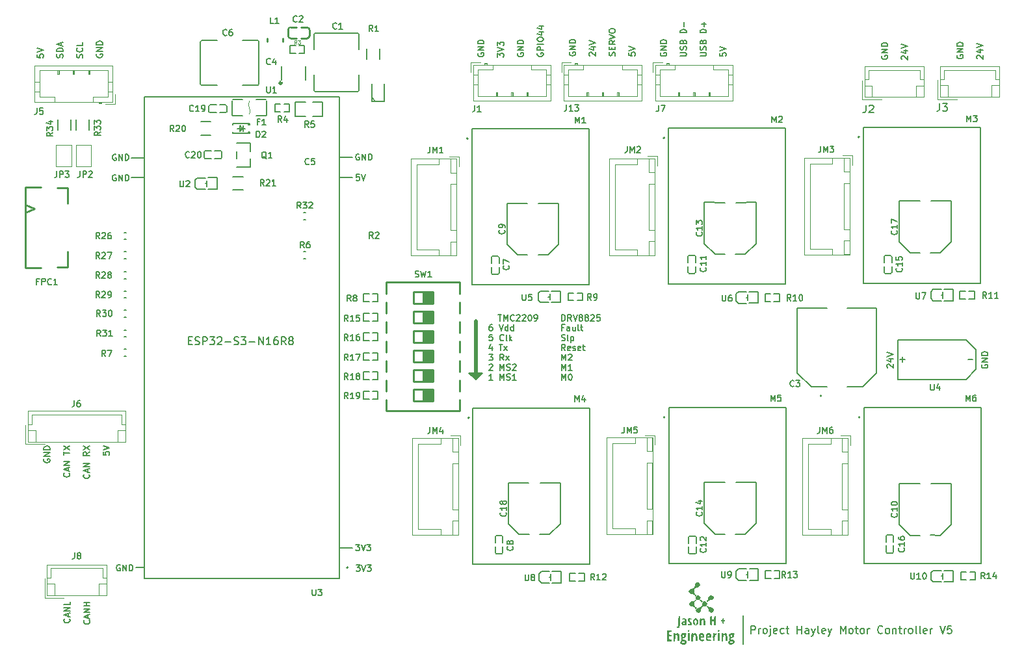
<source format=gbr>
%TF.GenerationSoftware,KiCad,Pcbnew,(6.0.7)*%
%TF.CreationDate,2025-08-04T23:03:26+08:00*%
%TF.ProjectId,stepper_with_TMC2209_controller_board_V1,73746570-7065-4725-9f77-6974685f544d,rev?*%
%TF.SameCoordinates,PX496ed40PY848f8c0*%
%TF.FileFunction,Legend,Top*%
%TF.FilePolarity,Positive*%
%FSLAX46Y46*%
G04 Gerber Fmt 4.6, Leading zero omitted, Abs format (unit mm)*
G04 Created by KiCad (PCBNEW (6.0.7)) date 2025-08-04 23:03:26*
%MOMM*%
%LPD*%
G01*
G04 APERTURE LIST*
%ADD10C,0.150000*%
%ADD11C,0.500000*%
%ADD12C,0.125000*%
%ADD13C,0.120000*%
%ADD14C,0.200000*%
%ADD15C,0.127000*%
%ADD16C,0.250000*%
%ADD17C,0.080000*%
%ADD18C,0.300000*%
G04 APERTURE END LIST*
D10*
X15612500Y59800000D02*
X17237500Y59800000D01*
X42762500Y59825000D02*
X44387500Y59825000D01*
X15637500Y57200000D02*
X17262500Y57200000D01*
X17275000Y6450000D02*
X16175000Y6450000D01*
X42787500Y57225000D02*
X44412500Y57225000D01*
X42762500Y8975000D02*
X44387500Y8975000D01*
G36*
X60450000Y30900000D02*
G01*
X59525000Y31750000D01*
X61350000Y31750000D01*
X60450000Y30900000D01*
G37*
X60450000Y30900000D02*
X59525000Y31750000D01*
X61350000Y31750000D01*
X60450000Y30900000D01*
X95325000Y150000D02*
X95325000Y-3525000D01*
D11*
X60450000Y38500000D02*
X60450000Y31375000D01*
D10*
X84561000Y73482024D02*
X84522904Y73405834D01*
X84522904Y73291548D01*
X84561000Y73177262D01*
X84637190Y73101072D01*
X84713380Y73062977D01*
X84865761Y73024881D01*
X84980047Y73024881D01*
X85132428Y73062977D01*
X85208619Y73101072D01*
X85284809Y73177262D01*
X85322904Y73291548D01*
X85322904Y73367739D01*
X85284809Y73482024D01*
X85246714Y73520120D01*
X84980047Y73520120D01*
X84980047Y73367739D01*
X85322904Y73862977D02*
X84522904Y73862977D01*
X85322904Y74320120D01*
X84522904Y74320120D01*
X85322904Y74701072D02*
X84522904Y74701072D01*
X84522904Y74891548D01*
X84561000Y75005834D01*
X84637190Y75082024D01*
X84713380Y75120120D01*
X84865761Y75158215D01*
X84980047Y75158215D01*
X85132428Y75120120D01*
X85208619Y75082024D01*
X85284809Y75005834D01*
X85322904Y74891548D01*
X85322904Y74701072D01*
X87098904Y73062977D02*
X87746523Y73062977D01*
X87822714Y73101072D01*
X87860809Y73139167D01*
X87898904Y73215358D01*
X87898904Y73367739D01*
X87860809Y73443929D01*
X87822714Y73482024D01*
X87746523Y73520120D01*
X87098904Y73520120D01*
X87860809Y73862977D02*
X87898904Y73977262D01*
X87898904Y74167739D01*
X87860809Y74243929D01*
X87822714Y74282024D01*
X87746523Y74320120D01*
X87670333Y74320120D01*
X87594142Y74282024D01*
X87556047Y74243929D01*
X87517952Y74167739D01*
X87479857Y74015358D01*
X87441761Y73939167D01*
X87403666Y73901072D01*
X87327476Y73862977D01*
X87251285Y73862977D01*
X87175095Y73901072D01*
X87137000Y73939167D01*
X87098904Y74015358D01*
X87098904Y74205834D01*
X87137000Y74320120D01*
X87479857Y74929643D02*
X87517952Y75043929D01*
X87556047Y75082024D01*
X87632238Y75120120D01*
X87746523Y75120120D01*
X87822714Y75082024D01*
X87860809Y75043929D01*
X87898904Y74967739D01*
X87898904Y74662977D01*
X87098904Y74662977D01*
X87098904Y74929643D01*
X87137000Y75005834D01*
X87175095Y75043929D01*
X87251285Y75082024D01*
X87327476Y75082024D01*
X87403666Y75043929D01*
X87441761Y75005834D01*
X87479857Y74929643D01*
X87479857Y74662977D01*
X87898904Y76072500D02*
X87098904Y76072500D01*
X87098904Y76262977D01*
X87137000Y76377262D01*
X87213190Y76453453D01*
X87289380Y76491548D01*
X87441761Y76529643D01*
X87556047Y76529643D01*
X87708428Y76491548D01*
X87784619Y76453453D01*
X87860809Y76377262D01*
X87898904Y76262977D01*
X87898904Y76072500D01*
X87594142Y76872500D02*
X87594142Y77482024D01*
X89674904Y73062977D02*
X90322523Y73062977D01*
X90398714Y73101072D01*
X90436809Y73139167D01*
X90474904Y73215358D01*
X90474904Y73367739D01*
X90436809Y73443929D01*
X90398714Y73482024D01*
X90322523Y73520120D01*
X89674904Y73520120D01*
X90436809Y73862977D02*
X90474904Y73977262D01*
X90474904Y74167739D01*
X90436809Y74243929D01*
X90398714Y74282024D01*
X90322523Y74320120D01*
X90246333Y74320120D01*
X90170142Y74282024D01*
X90132047Y74243929D01*
X90093952Y74167739D01*
X90055857Y74015358D01*
X90017761Y73939167D01*
X89979666Y73901072D01*
X89903476Y73862977D01*
X89827285Y73862977D01*
X89751095Y73901072D01*
X89713000Y73939167D01*
X89674904Y74015358D01*
X89674904Y74205834D01*
X89713000Y74320120D01*
X90055857Y74929643D02*
X90093952Y75043929D01*
X90132047Y75082024D01*
X90208238Y75120120D01*
X90322523Y75120120D01*
X90398714Y75082024D01*
X90436809Y75043929D01*
X90474904Y74967739D01*
X90474904Y74662977D01*
X89674904Y74662977D01*
X89674904Y74929643D01*
X89713000Y75005834D01*
X89751095Y75043929D01*
X89827285Y75082024D01*
X89903476Y75082024D01*
X89979666Y75043929D01*
X90017761Y75005834D01*
X90055857Y74929643D01*
X90055857Y74662977D01*
X90474904Y76072500D02*
X89674904Y76072500D01*
X89674904Y76262977D01*
X89713000Y76377262D01*
X89789190Y76453453D01*
X89865380Y76491548D01*
X90017761Y76529643D01*
X90132047Y76529643D01*
X90284428Y76491548D01*
X90360619Y76453453D01*
X90436809Y76377262D01*
X90474904Y76262977D01*
X90474904Y76072500D01*
X90170142Y76872500D02*
X90170142Y77482024D01*
X90474904Y77177262D02*
X89865380Y77177262D01*
X92250904Y73443929D02*
X92250904Y73062977D01*
X92631857Y73024881D01*
X92593761Y73062977D01*
X92555666Y73139167D01*
X92555666Y73329643D01*
X92593761Y73405834D01*
X92631857Y73443929D01*
X92708047Y73482024D01*
X92898523Y73482024D01*
X92974714Y73443929D01*
X93012809Y73405834D01*
X93050904Y73329643D01*
X93050904Y73139167D01*
X93012809Y73062977D01*
X92974714Y73024881D01*
X92250904Y73710596D02*
X93050904Y73977262D01*
X92250904Y74243929D01*
X3347904Y73268929D02*
X3347904Y72887977D01*
X3728857Y72849881D01*
X3690761Y72887977D01*
X3652666Y72964167D01*
X3652666Y73154643D01*
X3690761Y73230834D01*
X3728857Y73268929D01*
X3805047Y73307024D01*
X3995523Y73307024D01*
X4071714Y73268929D01*
X4109809Y73230834D01*
X4147904Y73154643D01*
X4147904Y72964167D01*
X4109809Y72887977D01*
X4071714Y72849881D01*
X3347904Y73535596D02*
X4147904Y73802262D01*
X3347904Y74068929D01*
X6685809Y72849881D02*
X6723904Y72964167D01*
X6723904Y73154643D01*
X6685809Y73230834D01*
X6647714Y73268929D01*
X6571523Y73307024D01*
X6495333Y73307024D01*
X6419142Y73268929D01*
X6381047Y73230834D01*
X6342952Y73154643D01*
X6304857Y73002262D01*
X6266761Y72926072D01*
X6228666Y72887977D01*
X6152476Y72849881D01*
X6076285Y72849881D01*
X6000095Y72887977D01*
X5962000Y72926072D01*
X5923904Y73002262D01*
X5923904Y73192739D01*
X5962000Y73307024D01*
X6723904Y73649881D02*
X5923904Y73649881D01*
X5923904Y73840358D01*
X5962000Y73954643D01*
X6038190Y74030834D01*
X6114380Y74068929D01*
X6266761Y74107024D01*
X6381047Y74107024D01*
X6533428Y74068929D01*
X6609619Y74030834D01*
X6685809Y73954643D01*
X6723904Y73840358D01*
X6723904Y73649881D01*
X6495333Y74411786D02*
X6495333Y74792739D01*
X6723904Y74335596D02*
X5923904Y74602262D01*
X6723904Y74868929D01*
X9261809Y72849881D02*
X9299904Y72964167D01*
X9299904Y73154643D01*
X9261809Y73230834D01*
X9223714Y73268929D01*
X9147523Y73307024D01*
X9071333Y73307024D01*
X8995142Y73268929D01*
X8957047Y73230834D01*
X8918952Y73154643D01*
X8880857Y73002262D01*
X8842761Y72926072D01*
X8804666Y72887977D01*
X8728476Y72849881D01*
X8652285Y72849881D01*
X8576095Y72887977D01*
X8538000Y72926072D01*
X8499904Y73002262D01*
X8499904Y73192739D01*
X8538000Y73307024D01*
X9223714Y74107024D02*
X9261809Y74068929D01*
X9299904Y73954643D01*
X9299904Y73878453D01*
X9261809Y73764167D01*
X9185619Y73687977D01*
X9109428Y73649881D01*
X8957047Y73611786D01*
X8842761Y73611786D01*
X8690380Y73649881D01*
X8614190Y73687977D01*
X8538000Y73764167D01*
X8499904Y73878453D01*
X8499904Y73954643D01*
X8538000Y74068929D01*
X8576095Y74107024D01*
X9299904Y74830834D02*
X9299904Y74449881D01*
X8499904Y74449881D01*
X11114000Y73307024D02*
X11075904Y73230834D01*
X11075904Y73116548D01*
X11114000Y73002262D01*
X11190190Y72926072D01*
X11266380Y72887977D01*
X11418761Y72849881D01*
X11533047Y72849881D01*
X11685428Y72887977D01*
X11761619Y72926072D01*
X11837809Y73002262D01*
X11875904Y73116548D01*
X11875904Y73192739D01*
X11837809Y73307024D01*
X11799714Y73345120D01*
X11533047Y73345120D01*
X11533047Y73192739D01*
X11875904Y73687977D02*
X11075904Y73687977D01*
X11875904Y74145120D01*
X11075904Y74145120D01*
X11875904Y74526072D02*
X11075904Y74526072D01*
X11075904Y74716548D01*
X11114000Y74830834D01*
X11190190Y74907024D01*
X11266380Y74945120D01*
X11418761Y74983215D01*
X11533047Y74983215D01*
X11685428Y74945120D01*
X11761619Y74907024D01*
X11837809Y74830834D01*
X11875904Y74716548D01*
X11875904Y74526072D01*
X123162000Y73157024D02*
X123123904Y73080834D01*
X123123904Y72966548D01*
X123162000Y72852262D01*
X123238190Y72776072D01*
X123314380Y72737977D01*
X123466761Y72699881D01*
X123581047Y72699881D01*
X123733428Y72737977D01*
X123809619Y72776072D01*
X123885809Y72852262D01*
X123923904Y72966548D01*
X123923904Y73042739D01*
X123885809Y73157024D01*
X123847714Y73195120D01*
X123581047Y73195120D01*
X123581047Y73042739D01*
X123923904Y73537977D02*
X123123904Y73537977D01*
X123923904Y73995120D01*
X123123904Y73995120D01*
X123923904Y74376072D02*
X123123904Y74376072D01*
X123123904Y74566548D01*
X123162000Y74680834D01*
X123238190Y74757024D01*
X123314380Y74795120D01*
X123466761Y74833215D01*
X123581047Y74833215D01*
X123733428Y74795120D01*
X123809619Y74757024D01*
X123885809Y74680834D01*
X123923904Y74566548D01*
X123923904Y74376072D01*
X125776095Y72699881D02*
X125738000Y72737977D01*
X125699904Y72814167D01*
X125699904Y73004643D01*
X125738000Y73080834D01*
X125776095Y73118929D01*
X125852285Y73157024D01*
X125928476Y73157024D01*
X126042761Y73118929D01*
X126499904Y72661786D01*
X126499904Y73157024D01*
X125966571Y73842739D02*
X126499904Y73842739D01*
X125661809Y73652262D02*
X126233238Y73461786D01*
X126233238Y73957024D01*
X125699904Y74147500D02*
X126499904Y74414167D01*
X125699904Y74680834D01*
X13615476Y60225000D02*
X13539285Y60263096D01*
X13425000Y60263096D01*
X13310714Y60225000D01*
X13234523Y60148810D01*
X13196428Y60072620D01*
X13158333Y59920239D01*
X13158333Y59805953D01*
X13196428Y59653572D01*
X13234523Y59577381D01*
X13310714Y59501191D01*
X13425000Y59463096D01*
X13501190Y59463096D01*
X13615476Y59501191D01*
X13653571Y59539286D01*
X13653571Y59805953D01*
X13501190Y59805953D01*
X13996428Y59463096D02*
X13996428Y60263096D01*
X14453571Y59463096D01*
X14453571Y60263096D01*
X14834523Y59463096D02*
X14834523Y60263096D01*
X15025000Y60263096D01*
X15139285Y60225000D01*
X15215476Y60148810D01*
X15253571Y60072620D01*
X15291666Y59920239D01*
X15291666Y59805953D01*
X15253571Y59653572D01*
X15215476Y59577381D01*
X15139285Y59501191D01*
X15025000Y59463096D01*
X14834523Y59463096D01*
X72711000Y73532024D02*
X72672904Y73455834D01*
X72672904Y73341548D01*
X72711000Y73227262D01*
X72787190Y73151072D01*
X72863380Y73112977D01*
X73015761Y73074881D01*
X73130047Y73074881D01*
X73282428Y73112977D01*
X73358619Y73151072D01*
X73434809Y73227262D01*
X73472904Y73341548D01*
X73472904Y73417739D01*
X73434809Y73532024D01*
X73396714Y73570120D01*
X73130047Y73570120D01*
X73130047Y73417739D01*
X73472904Y73912977D02*
X72672904Y73912977D01*
X73472904Y74370120D01*
X72672904Y74370120D01*
X73472904Y74751072D02*
X72672904Y74751072D01*
X72672904Y74941548D01*
X72711000Y75055834D01*
X72787190Y75132024D01*
X72863380Y75170120D01*
X73015761Y75208215D01*
X73130047Y75208215D01*
X73282428Y75170120D01*
X73358619Y75132024D01*
X73434809Y75055834D01*
X73472904Y74941548D01*
X73472904Y74751072D01*
X75325095Y73074881D02*
X75287000Y73112977D01*
X75248904Y73189167D01*
X75248904Y73379643D01*
X75287000Y73455834D01*
X75325095Y73493929D01*
X75401285Y73532024D01*
X75477476Y73532024D01*
X75591761Y73493929D01*
X76048904Y73036786D01*
X76048904Y73532024D01*
X75515571Y74217739D02*
X76048904Y74217739D01*
X75210809Y74027262D02*
X75782238Y73836786D01*
X75782238Y74332024D01*
X75248904Y74522500D02*
X76048904Y74789167D01*
X75248904Y75055834D01*
X78586809Y73074881D02*
X78624904Y73189167D01*
X78624904Y73379643D01*
X78586809Y73455834D01*
X78548714Y73493929D01*
X78472523Y73532024D01*
X78396333Y73532024D01*
X78320142Y73493929D01*
X78282047Y73455834D01*
X78243952Y73379643D01*
X78205857Y73227262D01*
X78167761Y73151072D01*
X78129666Y73112977D01*
X78053476Y73074881D01*
X77977285Y73074881D01*
X77901095Y73112977D01*
X77863000Y73151072D01*
X77824904Y73227262D01*
X77824904Y73417739D01*
X77863000Y73532024D01*
X78205857Y73874881D02*
X78205857Y74141548D01*
X78624904Y74255834D02*
X78624904Y73874881D01*
X77824904Y73874881D01*
X77824904Y74255834D01*
X78624904Y75055834D02*
X78243952Y74789167D01*
X78624904Y74598691D02*
X77824904Y74598691D01*
X77824904Y74903453D01*
X77863000Y74979643D01*
X77901095Y75017739D01*
X77977285Y75055834D01*
X78091571Y75055834D01*
X78167761Y75017739D01*
X78205857Y74979643D01*
X78243952Y74903453D01*
X78243952Y74598691D01*
X77824904Y75284405D02*
X78624904Y75551072D01*
X77824904Y75817739D01*
X77824904Y76236786D02*
X77824904Y76389167D01*
X77863000Y76465358D01*
X77939190Y76541548D01*
X78091571Y76579643D01*
X78358238Y76579643D01*
X78510619Y76541548D01*
X78586809Y76465358D01*
X78624904Y76389167D01*
X78624904Y76236786D01*
X78586809Y76160596D01*
X78510619Y76084405D01*
X78358238Y76046310D01*
X78091571Y76046310D01*
X77939190Y76084405D01*
X77863000Y76160596D01*
X77824904Y76236786D01*
X80400904Y73493929D02*
X80400904Y73112977D01*
X80781857Y73074881D01*
X80743761Y73112977D01*
X80705666Y73189167D01*
X80705666Y73379643D01*
X80743761Y73455834D01*
X80781857Y73493929D01*
X80858047Y73532024D01*
X81048523Y73532024D01*
X81124714Y73493929D01*
X81162809Y73455834D01*
X81200904Y73379643D01*
X81200904Y73189167D01*
X81162809Y73112977D01*
X81124714Y73074881D01*
X80400904Y73760596D02*
X81200904Y74027262D01*
X80400904Y74293929D01*
X63367738Y39352096D02*
X63824880Y39352096D01*
X63596309Y38552096D02*
X63596309Y39352096D01*
X64091547Y38552096D02*
X64091547Y39352096D01*
X64358214Y38780667D01*
X64624880Y39352096D01*
X64624880Y38552096D01*
X65462976Y38628286D02*
X65424880Y38590191D01*
X65310595Y38552096D01*
X65234404Y38552096D01*
X65120119Y38590191D01*
X65043928Y38666381D01*
X65005833Y38742572D01*
X64967738Y38894953D01*
X64967738Y39009239D01*
X65005833Y39161620D01*
X65043928Y39237810D01*
X65120119Y39314000D01*
X65234404Y39352096D01*
X65310595Y39352096D01*
X65424880Y39314000D01*
X65462976Y39275905D01*
X65767738Y39275905D02*
X65805833Y39314000D01*
X65882023Y39352096D01*
X66072500Y39352096D01*
X66148690Y39314000D01*
X66186785Y39275905D01*
X66224880Y39199715D01*
X66224880Y39123524D01*
X66186785Y39009239D01*
X65729642Y38552096D01*
X66224880Y38552096D01*
X66529642Y39275905D02*
X66567738Y39314000D01*
X66643928Y39352096D01*
X66834404Y39352096D01*
X66910595Y39314000D01*
X66948690Y39275905D01*
X66986785Y39199715D01*
X66986785Y39123524D01*
X66948690Y39009239D01*
X66491547Y38552096D01*
X66986785Y38552096D01*
X67482023Y39352096D02*
X67558214Y39352096D01*
X67634404Y39314000D01*
X67672500Y39275905D01*
X67710595Y39199715D01*
X67748690Y39047334D01*
X67748690Y38856858D01*
X67710595Y38704477D01*
X67672500Y38628286D01*
X67634404Y38590191D01*
X67558214Y38552096D01*
X67482023Y38552096D01*
X67405833Y38590191D01*
X67367738Y38628286D01*
X67329642Y38704477D01*
X67291547Y38856858D01*
X67291547Y39047334D01*
X67329642Y39199715D01*
X67367738Y39275905D01*
X67405833Y39314000D01*
X67482023Y39352096D01*
X68129642Y38552096D02*
X68282023Y38552096D01*
X68358214Y38590191D01*
X68396309Y38628286D01*
X68472500Y38742572D01*
X68510595Y38894953D01*
X68510595Y39199715D01*
X68472500Y39275905D01*
X68434404Y39314000D01*
X68358214Y39352096D01*
X68205833Y39352096D01*
X68129642Y39314000D01*
X68091547Y39275905D01*
X68053452Y39199715D01*
X68053452Y39009239D01*
X68091547Y38933048D01*
X68129642Y38894953D01*
X68205833Y38856858D01*
X68358214Y38856858D01*
X68434404Y38894953D01*
X68472500Y38933048D01*
X68510595Y39009239D01*
X71672500Y38552096D02*
X71672500Y39352096D01*
X71862976Y39352096D01*
X71977261Y39314000D01*
X72053452Y39237810D01*
X72091547Y39161620D01*
X72129642Y39009239D01*
X72129642Y38894953D01*
X72091547Y38742572D01*
X72053452Y38666381D01*
X71977261Y38590191D01*
X71862976Y38552096D01*
X71672500Y38552096D01*
X72929642Y38552096D02*
X72662976Y38933048D01*
X72472500Y38552096D02*
X72472500Y39352096D01*
X72777261Y39352096D01*
X72853452Y39314000D01*
X72891547Y39275905D01*
X72929642Y39199715D01*
X72929642Y39085429D01*
X72891547Y39009239D01*
X72853452Y38971143D01*
X72777261Y38933048D01*
X72472500Y38933048D01*
X73158214Y39352096D02*
X73424880Y38552096D01*
X73691547Y39352096D01*
X74072500Y39009239D02*
X73996309Y39047334D01*
X73958214Y39085429D01*
X73920119Y39161620D01*
X73920119Y39199715D01*
X73958214Y39275905D01*
X73996309Y39314000D01*
X74072500Y39352096D01*
X74224880Y39352096D01*
X74301071Y39314000D01*
X74339166Y39275905D01*
X74377261Y39199715D01*
X74377261Y39161620D01*
X74339166Y39085429D01*
X74301071Y39047334D01*
X74224880Y39009239D01*
X74072500Y39009239D01*
X73996309Y38971143D01*
X73958214Y38933048D01*
X73920119Y38856858D01*
X73920119Y38704477D01*
X73958214Y38628286D01*
X73996309Y38590191D01*
X74072500Y38552096D01*
X74224880Y38552096D01*
X74301071Y38590191D01*
X74339166Y38628286D01*
X74377261Y38704477D01*
X74377261Y38856858D01*
X74339166Y38933048D01*
X74301071Y38971143D01*
X74224880Y39009239D01*
X74834404Y39009239D02*
X74758214Y39047334D01*
X74720119Y39085429D01*
X74682023Y39161620D01*
X74682023Y39199715D01*
X74720119Y39275905D01*
X74758214Y39314000D01*
X74834404Y39352096D01*
X74986785Y39352096D01*
X75062976Y39314000D01*
X75101071Y39275905D01*
X75139166Y39199715D01*
X75139166Y39161620D01*
X75101071Y39085429D01*
X75062976Y39047334D01*
X74986785Y39009239D01*
X74834404Y39009239D01*
X74758214Y38971143D01*
X74720119Y38933048D01*
X74682023Y38856858D01*
X74682023Y38704477D01*
X74720119Y38628286D01*
X74758214Y38590191D01*
X74834404Y38552096D01*
X74986785Y38552096D01*
X75062976Y38590191D01*
X75101071Y38628286D01*
X75139166Y38704477D01*
X75139166Y38856858D01*
X75101071Y38933048D01*
X75062976Y38971143D01*
X74986785Y39009239D01*
X75443928Y39275905D02*
X75482023Y39314000D01*
X75558214Y39352096D01*
X75748690Y39352096D01*
X75824880Y39314000D01*
X75862976Y39275905D01*
X75901071Y39199715D01*
X75901071Y39123524D01*
X75862976Y39009239D01*
X75405833Y38552096D01*
X75901071Y38552096D01*
X76624880Y39352096D02*
X76243928Y39352096D01*
X76205833Y38971143D01*
X76243928Y39009239D01*
X76320119Y39047334D01*
X76510595Y39047334D01*
X76586785Y39009239D01*
X76624880Y38971143D01*
X76662976Y38894953D01*
X76662976Y38704477D01*
X76624880Y38628286D01*
X76586785Y38590191D01*
X76510595Y38552096D01*
X76320119Y38552096D01*
X76243928Y38590191D01*
X76205833Y38628286D01*
X62605833Y38064096D02*
X62453452Y38064096D01*
X62377261Y38026000D01*
X62339166Y37987905D01*
X62262976Y37873620D01*
X62224880Y37721239D01*
X62224880Y37416477D01*
X62262976Y37340286D01*
X62301071Y37302191D01*
X62377261Y37264096D01*
X62529642Y37264096D01*
X62605833Y37302191D01*
X62643928Y37340286D01*
X62682023Y37416477D01*
X62682023Y37606953D01*
X62643928Y37683143D01*
X62605833Y37721239D01*
X62529642Y37759334D01*
X62377261Y37759334D01*
X62301071Y37721239D01*
X62262976Y37683143D01*
X62224880Y37606953D01*
X63520119Y38064096D02*
X63786785Y37264096D01*
X64053452Y38064096D01*
X64662976Y37264096D02*
X64662976Y38064096D01*
X64662976Y37302191D02*
X64586785Y37264096D01*
X64434404Y37264096D01*
X64358214Y37302191D01*
X64320119Y37340286D01*
X64282023Y37416477D01*
X64282023Y37645048D01*
X64320119Y37721239D01*
X64358214Y37759334D01*
X64434404Y37797429D01*
X64586785Y37797429D01*
X64662976Y37759334D01*
X65386785Y37264096D02*
X65386785Y38064096D01*
X65386785Y37302191D02*
X65310595Y37264096D01*
X65158214Y37264096D01*
X65082023Y37302191D01*
X65043928Y37340286D01*
X65005833Y37416477D01*
X65005833Y37645048D01*
X65043928Y37721239D01*
X65082023Y37759334D01*
X65158214Y37797429D01*
X65310595Y37797429D01*
X65386785Y37759334D01*
X71939166Y37683143D02*
X71672500Y37683143D01*
X71672500Y37264096D02*
X71672500Y38064096D01*
X72053452Y38064096D01*
X72701071Y37264096D02*
X72701071Y37683143D01*
X72662976Y37759334D01*
X72586785Y37797429D01*
X72434404Y37797429D01*
X72358214Y37759334D01*
X72701071Y37302191D02*
X72624880Y37264096D01*
X72434404Y37264096D01*
X72358214Y37302191D01*
X72320119Y37378381D01*
X72320119Y37454572D01*
X72358214Y37530762D01*
X72434404Y37568858D01*
X72624880Y37568858D01*
X72701071Y37606953D01*
X73424880Y37797429D02*
X73424880Y37264096D01*
X73082023Y37797429D02*
X73082023Y37378381D01*
X73120119Y37302191D01*
X73196309Y37264096D01*
X73310595Y37264096D01*
X73386785Y37302191D01*
X73424880Y37340286D01*
X73920119Y37264096D02*
X73843928Y37302191D01*
X73805833Y37378381D01*
X73805833Y38064096D01*
X74110595Y37797429D02*
X74415357Y37797429D01*
X74224880Y38064096D02*
X74224880Y37378381D01*
X74262976Y37302191D01*
X74339166Y37264096D01*
X74415357Y37264096D01*
X62643928Y36776096D02*
X62262976Y36776096D01*
X62224880Y36395143D01*
X62262976Y36433239D01*
X62339166Y36471334D01*
X62529642Y36471334D01*
X62605833Y36433239D01*
X62643928Y36395143D01*
X62682023Y36318953D01*
X62682023Y36128477D01*
X62643928Y36052286D01*
X62605833Y36014191D01*
X62529642Y35976096D01*
X62339166Y35976096D01*
X62262976Y36014191D01*
X62224880Y36052286D01*
X64091547Y36052286D02*
X64053452Y36014191D01*
X63939166Y35976096D01*
X63862976Y35976096D01*
X63748690Y36014191D01*
X63672500Y36090381D01*
X63634404Y36166572D01*
X63596309Y36318953D01*
X63596309Y36433239D01*
X63634404Y36585620D01*
X63672500Y36661810D01*
X63748690Y36738000D01*
X63862976Y36776096D01*
X63939166Y36776096D01*
X64053452Y36738000D01*
X64091547Y36699905D01*
X64548690Y35976096D02*
X64472500Y36014191D01*
X64434404Y36090381D01*
X64434404Y36776096D01*
X64853452Y35976096D02*
X64853452Y36776096D01*
X64929642Y36280858D02*
X65158214Y35976096D01*
X65158214Y36509429D02*
X64853452Y36204667D01*
X71634404Y36014191D02*
X71748690Y35976096D01*
X71939166Y35976096D01*
X72015357Y36014191D01*
X72053452Y36052286D01*
X72091547Y36128477D01*
X72091547Y36204667D01*
X72053452Y36280858D01*
X72015357Y36318953D01*
X71939166Y36357048D01*
X71786785Y36395143D01*
X71710595Y36433239D01*
X71672500Y36471334D01*
X71634404Y36547524D01*
X71634404Y36623715D01*
X71672500Y36699905D01*
X71710595Y36738000D01*
X71786785Y36776096D01*
X71977261Y36776096D01*
X72091547Y36738000D01*
X72548690Y35976096D02*
X72472500Y36014191D01*
X72434404Y36090381D01*
X72434404Y36776096D01*
X72853452Y36509429D02*
X72853452Y35709429D01*
X72853452Y36471334D02*
X72929642Y36509429D01*
X73082023Y36509429D01*
X73158214Y36471334D01*
X73196309Y36433239D01*
X73234404Y36357048D01*
X73234404Y36128477D01*
X73196309Y36052286D01*
X73158214Y36014191D01*
X73082023Y35976096D01*
X72929642Y35976096D01*
X72853452Y36014191D01*
X62605833Y35221429D02*
X62605833Y34688096D01*
X62415357Y35526191D02*
X62224880Y34954762D01*
X62720119Y34954762D01*
X63520119Y35488096D02*
X63977261Y35488096D01*
X63748690Y34688096D02*
X63748690Y35488096D01*
X64167738Y34688096D02*
X64586785Y35221429D01*
X64167738Y35221429D02*
X64586785Y34688096D01*
X72129642Y34688096D02*
X71862976Y35069048D01*
X71672500Y34688096D02*
X71672500Y35488096D01*
X71977261Y35488096D01*
X72053452Y35450000D01*
X72091547Y35411905D01*
X72129642Y35335715D01*
X72129642Y35221429D01*
X72091547Y35145239D01*
X72053452Y35107143D01*
X71977261Y35069048D01*
X71672500Y35069048D01*
X72777261Y34726191D02*
X72701071Y34688096D01*
X72548690Y34688096D01*
X72472500Y34726191D01*
X72434404Y34802381D01*
X72434404Y35107143D01*
X72472500Y35183334D01*
X72548690Y35221429D01*
X72701071Y35221429D01*
X72777261Y35183334D01*
X72815357Y35107143D01*
X72815357Y35030953D01*
X72434404Y34954762D01*
X73120119Y34726191D02*
X73196309Y34688096D01*
X73348690Y34688096D01*
X73424880Y34726191D01*
X73462976Y34802381D01*
X73462976Y34840477D01*
X73424880Y34916667D01*
X73348690Y34954762D01*
X73234404Y34954762D01*
X73158214Y34992858D01*
X73120119Y35069048D01*
X73120119Y35107143D01*
X73158214Y35183334D01*
X73234404Y35221429D01*
X73348690Y35221429D01*
X73424880Y35183334D01*
X74110595Y34726191D02*
X74034404Y34688096D01*
X73882023Y34688096D01*
X73805833Y34726191D01*
X73767738Y34802381D01*
X73767738Y35107143D01*
X73805833Y35183334D01*
X73882023Y35221429D01*
X74034404Y35221429D01*
X74110595Y35183334D01*
X74148690Y35107143D01*
X74148690Y35030953D01*
X73767738Y34954762D01*
X74377261Y35221429D02*
X74682023Y35221429D01*
X74491547Y35488096D02*
X74491547Y34802381D01*
X74529642Y34726191D01*
X74605833Y34688096D01*
X74682023Y34688096D01*
X62186785Y34200096D02*
X62682023Y34200096D01*
X62415357Y33895334D01*
X62529642Y33895334D01*
X62605833Y33857239D01*
X62643928Y33819143D01*
X62682023Y33742953D01*
X62682023Y33552477D01*
X62643928Y33476286D01*
X62605833Y33438191D01*
X62529642Y33400096D01*
X62301071Y33400096D01*
X62224880Y33438191D01*
X62186785Y33476286D01*
X64091547Y33400096D02*
X63824880Y33781048D01*
X63634404Y33400096D02*
X63634404Y34200096D01*
X63939166Y34200096D01*
X64015357Y34162000D01*
X64053452Y34123905D01*
X64091547Y34047715D01*
X64091547Y33933429D01*
X64053452Y33857239D01*
X64015357Y33819143D01*
X63939166Y33781048D01*
X63634404Y33781048D01*
X64358214Y33400096D02*
X64777261Y33933429D01*
X64358214Y33933429D02*
X64777261Y33400096D01*
X71672500Y33400096D02*
X71672500Y34200096D01*
X71939166Y33628667D01*
X72205833Y34200096D01*
X72205833Y33400096D01*
X72548690Y34123905D02*
X72586785Y34162000D01*
X72662976Y34200096D01*
X72853452Y34200096D01*
X72929642Y34162000D01*
X72967738Y34123905D01*
X73005833Y34047715D01*
X73005833Y33971524D01*
X72967738Y33857239D01*
X72510595Y33400096D01*
X73005833Y33400096D01*
X62224880Y32835905D02*
X62262976Y32874000D01*
X62339166Y32912096D01*
X62529642Y32912096D01*
X62605833Y32874000D01*
X62643928Y32835905D01*
X62682023Y32759715D01*
X62682023Y32683524D01*
X62643928Y32569239D01*
X62186785Y32112096D01*
X62682023Y32112096D01*
X63634404Y32112096D02*
X63634404Y32912096D01*
X63901071Y32340667D01*
X64167738Y32912096D01*
X64167738Y32112096D01*
X64510595Y32150191D02*
X64624880Y32112096D01*
X64815357Y32112096D01*
X64891547Y32150191D01*
X64929642Y32188286D01*
X64967738Y32264477D01*
X64967738Y32340667D01*
X64929642Y32416858D01*
X64891547Y32454953D01*
X64815357Y32493048D01*
X64662976Y32531143D01*
X64586785Y32569239D01*
X64548690Y32607334D01*
X64510595Y32683524D01*
X64510595Y32759715D01*
X64548690Y32835905D01*
X64586785Y32874000D01*
X64662976Y32912096D01*
X64853452Y32912096D01*
X64967738Y32874000D01*
X65272500Y32835905D02*
X65310595Y32874000D01*
X65386785Y32912096D01*
X65577261Y32912096D01*
X65653452Y32874000D01*
X65691547Y32835905D01*
X65729642Y32759715D01*
X65729642Y32683524D01*
X65691547Y32569239D01*
X65234404Y32112096D01*
X65729642Y32112096D01*
X71672500Y32112096D02*
X71672500Y32912096D01*
X71939166Y32340667D01*
X72205833Y32912096D01*
X72205833Y32112096D01*
X73005833Y32112096D02*
X72548690Y32112096D01*
X72777261Y32112096D02*
X72777261Y32912096D01*
X72701071Y32797810D01*
X72624880Y32721620D01*
X72548690Y32683524D01*
X62682023Y30824096D02*
X62224880Y30824096D01*
X62453452Y30824096D02*
X62453452Y31624096D01*
X62377261Y31509810D01*
X62301071Y31433620D01*
X62224880Y31395524D01*
X63634404Y30824096D02*
X63634404Y31624096D01*
X63901071Y31052667D01*
X64167738Y31624096D01*
X64167738Y30824096D01*
X64510595Y30862191D02*
X64624880Y30824096D01*
X64815357Y30824096D01*
X64891547Y30862191D01*
X64929642Y30900286D01*
X64967738Y30976477D01*
X64967738Y31052667D01*
X64929642Y31128858D01*
X64891547Y31166953D01*
X64815357Y31205048D01*
X64662976Y31243143D01*
X64586785Y31281239D01*
X64548690Y31319334D01*
X64510595Y31395524D01*
X64510595Y31471715D01*
X64548690Y31547905D01*
X64586785Y31586000D01*
X64662976Y31624096D01*
X64853452Y31624096D01*
X64967738Y31586000D01*
X65729642Y30824096D02*
X65272500Y30824096D01*
X65501071Y30824096D02*
X65501071Y31624096D01*
X65424880Y31509810D01*
X65348690Y31433620D01*
X65272500Y31395524D01*
X71672500Y30824096D02*
X71672500Y31624096D01*
X71939166Y31052667D01*
X72205833Y31624096D01*
X72205833Y30824096D01*
X72739166Y31624096D02*
X72815357Y31624096D01*
X72891547Y31586000D01*
X72929642Y31547905D01*
X72967738Y31471715D01*
X73005833Y31319334D01*
X73005833Y31128858D01*
X72967738Y30976477D01*
X72929642Y30900286D01*
X72891547Y30862191D01*
X72815357Y30824096D01*
X72739166Y30824096D01*
X72662976Y30862191D01*
X72624880Y30900286D01*
X72586785Y30976477D01*
X72548690Y31128858D01*
X72548690Y31319334D01*
X72586785Y31471715D01*
X72624880Y31547905D01*
X72662976Y31586000D01*
X72739166Y31624096D01*
X126375000Y32840477D02*
X126336904Y32764286D01*
X126336904Y32650000D01*
X126375000Y32535715D01*
X126451190Y32459524D01*
X126527380Y32421429D01*
X126679761Y32383334D01*
X126794047Y32383334D01*
X126946428Y32421429D01*
X127022619Y32459524D01*
X127098809Y32535715D01*
X127136904Y32650000D01*
X127136904Y32726191D01*
X127098809Y32840477D01*
X127060714Y32878572D01*
X126794047Y32878572D01*
X126794047Y32726191D01*
X127136904Y33221429D02*
X126336904Y33221429D01*
X127136904Y33678572D01*
X126336904Y33678572D01*
X127136904Y34059524D02*
X126336904Y34059524D01*
X126336904Y34250000D01*
X126375000Y34364286D01*
X126451190Y34440477D01*
X126527380Y34478572D01*
X126679761Y34516667D01*
X126794047Y34516667D01*
X126946428Y34478572D01*
X127022619Y34440477D01*
X127098809Y34364286D01*
X127136904Y34250000D01*
X127136904Y34059524D01*
X13615476Y57575000D02*
X13539285Y57613096D01*
X13425000Y57613096D01*
X13310714Y57575000D01*
X13234523Y57498810D01*
X13196428Y57422620D01*
X13158333Y57270239D01*
X13158333Y57155953D01*
X13196428Y57003572D01*
X13234523Y56927381D01*
X13310714Y56851191D01*
X13425000Y56813096D01*
X13501190Y56813096D01*
X13615476Y56851191D01*
X13653571Y56889286D01*
X13653571Y57155953D01*
X13501190Y57155953D01*
X13996428Y56813096D02*
X13996428Y57613096D01*
X14453571Y56813096D01*
X14453571Y57613096D01*
X14834523Y56813096D02*
X14834523Y57613096D01*
X15025000Y57613096D01*
X15139285Y57575000D01*
X15215476Y57498810D01*
X15253571Y57422620D01*
X15291666Y57270239D01*
X15291666Y57155953D01*
X15253571Y57003572D01*
X15215476Y56927381D01*
X15139285Y56851191D01*
X15025000Y56813096D01*
X14834523Y56813096D01*
X44859523Y9438096D02*
X45354761Y9438096D01*
X45088095Y9133334D01*
X45202380Y9133334D01*
X45278571Y9095239D01*
X45316666Y9057143D01*
X45354761Y8980953D01*
X45354761Y8790477D01*
X45316666Y8714286D01*
X45278571Y8676191D01*
X45202380Y8638096D01*
X44973809Y8638096D01*
X44897619Y8676191D01*
X44859523Y8714286D01*
X45583333Y9438096D02*
X45850000Y8638096D01*
X46116666Y9438096D01*
X46307142Y9438096D02*
X46802380Y9438096D01*
X46535714Y9133334D01*
X46650000Y9133334D01*
X46726190Y9095239D01*
X46764285Y9057143D01*
X46802380Y8980953D01*
X46802380Y8790477D01*
X46764285Y8714286D01*
X46726190Y8676191D01*
X46650000Y8638096D01*
X46421428Y8638096D01*
X46345238Y8676191D01*
X46307142Y8714286D01*
X7547714Y-271309D02*
X7585809Y-309404D01*
X7623904Y-423690D01*
X7623904Y-499880D01*
X7585809Y-614166D01*
X7509619Y-690357D01*
X7433428Y-728452D01*
X7281047Y-766547D01*
X7166761Y-766547D01*
X7014380Y-728452D01*
X6938190Y-690357D01*
X6862000Y-614166D01*
X6823904Y-499880D01*
X6823904Y-423690D01*
X6862000Y-309404D01*
X6900095Y-271309D01*
X7395333Y33453D02*
X7395333Y414405D01*
X7623904Y-42738D02*
X6823904Y223929D01*
X7623904Y490596D01*
X7623904Y757262D02*
X6823904Y757262D01*
X7623904Y1214405D01*
X6823904Y1214405D01*
X7623904Y1976310D02*
X7623904Y1595358D01*
X6823904Y1595358D01*
X10123714Y-461785D02*
X10161809Y-499880D01*
X10199904Y-614166D01*
X10199904Y-690357D01*
X10161809Y-804642D01*
X10085619Y-880833D01*
X10009428Y-918928D01*
X9857047Y-957023D01*
X9742761Y-957023D01*
X9590380Y-918928D01*
X9514190Y-880833D01*
X9438000Y-804642D01*
X9399904Y-690357D01*
X9399904Y-614166D01*
X9438000Y-499880D01*
X9476095Y-461785D01*
X9971333Y-157023D02*
X9971333Y223929D01*
X10199904Y-233214D02*
X9399904Y33453D01*
X10199904Y300120D01*
X10199904Y566786D02*
X9399904Y566786D01*
X10199904Y1023929D01*
X9399904Y1023929D01*
X10199904Y1404881D02*
X9399904Y1404881D01*
X9780857Y1404881D02*
X9780857Y1862024D01*
X10199904Y1862024D02*
X9399904Y1862024D01*
X114088095Y32447620D02*
X114050000Y32485715D01*
X114011904Y32561905D01*
X114011904Y32752381D01*
X114050000Y32828572D01*
X114088095Y32866667D01*
X114164285Y32904762D01*
X114240476Y32904762D01*
X114354761Y32866667D01*
X114811904Y32409524D01*
X114811904Y32904762D01*
X114278571Y33590477D02*
X114811904Y33590477D01*
X113973809Y33400000D02*
X114545238Y33209524D01*
X114545238Y33704762D01*
X114011904Y33895239D02*
X114811904Y34161905D01*
X114011904Y34428572D01*
X45290476Y60250000D02*
X45214285Y60288096D01*
X45100000Y60288096D01*
X44985714Y60250000D01*
X44909523Y60173810D01*
X44871428Y60097620D01*
X44833333Y59945239D01*
X44833333Y59830953D01*
X44871428Y59678572D01*
X44909523Y59602381D01*
X44985714Y59526191D01*
X45100000Y59488096D01*
X45176190Y59488096D01*
X45290476Y59526191D01*
X45328571Y59564286D01*
X45328571Y59830953D01*
X45176190Y59830953D01*
X45671428Y59488096D02*
X45671428Y60288096D01*
X46128571Y59488096D01*
X46128571Y60288096D01*
X46509523Y59488096D02*
X46509523Y60288096D01*
X46700000Y60288096D01*
X46814285Y60250000D01*
X46890476Y60173810D01*
X46928571Y60097620D01*
X46966666Y59945239D01*
X46966666Y59830953D01*
X46928571Y59678572D01*
X46890476Y59602381D01*
X46814285Y59526191D01*
X46700000Y59488096D01*
X46509523Y59488096D01*
X23064285Y35971429D02*
X23397619Y35971429D01*
X23540476Y35447620D02*
X23064285Y35447620D01*
X23064285Y36447620D01*
X23540476Y36447620D01*
X23921428Y35495239D02*
X24064285Y35447620D01*
X24302380Y35447620D01*
X24397619Y35495239D01*
X24445238Y35542858D01*
X24492857Y35638096D01*
X24492857Y35733334D01*
X24445238Y35828572D01*
X24397619Y35876191D01*
X24302380Y35923810D01*
X24111904Y35971429D01*
X24016666Y36019048D01*
X23969047Y36066667D01*
X23921428Y36161905D01*
X23921428Y36257143D01*
X23969047Y36352381D01*
X24016666Y36400000D01*
X24111904Y36447620D01*
X24350000Y36447620D01*
X24492857Y36400000D01*
X24921428Y35447620D02*
X24921428Y36447620D01*
X25302380Y36447620D01*
X25397619Y36400000D01*
X25445238Y36352381D01*
X25492857Y36257143D01*
X25492857Y36114286D01*
X25445238Y36019048D01*
X25397619Y35971429D01*
X25302380Y35923810D01*
X24921428Y35923810D01*
X25826190Y36447620D02*
X26445238Y36447620D01*
X26111904Y36066667D01*
X26254761Y36066667D01*
X26350000Y36019048D01*
X26397619Y35971429D01*
X26445238Y35876191D01*
X26445238Y35638096D01*
X26397619Y35542858D01*
X26350000Y35495239D01*
X26254761Y35447620D01*
X25969047Y35447620D01*
X25873809Y35495239D01*
X25826190Y35542858D01*
X26826190Y36352381D02*
X26873809Y36400000D01*
X26969047Y36447620D01*
X27207142Y36447620D01*
X27302380Y36400000D01*
X27350000Y36352381D01*
X27397619Y36257143D01*
X27397619Y36161905D01*
X27350000Y36019048D01*
X26778571Y35447620D01*
X27397619Y35447620D01*
X27826190Y35828572D02*
X28588095Y35828572D01*
X29016666Y35495239D02*
X29159523Y35447620D01*
X29397619Y35447620D01*
X29492857Y35495239D01*
X29540476Y35542858D01*
X29588095Y35638096D01*
X29588095Y35733334D01*
X29540476Y35828572D01*
X29492857Y35876191D01*
X29397619Y35923810D01*
X29207142Y35971429D01*
X29111904Y36019048D01*
X29064285Y36066667D01*
X29016666Y36161905D01*
X29016666Y36257143D01*
X29064285Y36352381D01*
X29111904Y36400000D01*
X29207142Y36447620D01*
X29445238Y36447620D01*
X29588095Y36400000D01*
X29921428Y36447620D02*
X30540476Y36447620D01*
X30207142Y36066667D01*
X30350000Y36066667D01*
X30445238Y36019048D01*
X30492857Y35971429D01*
X30540476Y35876191D01*
X30540476Y35638096D01*
X30492857Y35542858D01*
X30445238Y35495239D01*
X30350000Y35447620D01*
X30064285Y35447620D01*
X29969047Y35495239D01*
X29921428Y35542858D01*
X30969047Y35828572D02*
X31730952Y35828572D01*
X32207142Y35447620D02*
X32207142Y36447620D01*
X32778571Y35447620D01*
X32778571Y36447620D01*
X33778571Y35447620D02*
X33207142Y35447620D01*
X33492857Y35447620D02*
X33492857Y36447620D01*
X33397619Y36304762D01*
X33302380Y36209524D01*
X33207142Y36161905D01*
X34635714Y36447620D02*
X34445238Y36447620D01*
X34350000Y36400000D01*
X34302380Y36352381D01*
X34207142Y36209524D01*
X34159523Y36019048D01*
X34159523Y35638096D01*
X34207142Y35542858D01*
X34254761Y35495239D01*
X34350000Y35447620D01*
X34540476Y35447620D01*
X34635714Y35495239D01*
X34683333Y35542858D01*
X34730952Y35638096D01*
X34730952Y35876191D01*
X34683333Y35971429D01*
X34635714Y36019048D01*
X34540476Y36066667D01*
X34350000Y36066667D01*
X34254761Y36019048D01*
X34207142Y35971429D01*
X34159523Y35876191D01*
X35730952Y35447620D02*
X35397619Y35923810D01*
X35159523Y35447620D02*
X35159523Y36447620D01*
X35540476Y36447620D01*
X35635714Y36400000D01*
X35683333Y36352381D01*
X35730952Y36257143D01*
X35730952Y36114286D01*
X35683333Y36019048D01*
X35635714Y35971429D01*
X35540476Y35923810D01*
X35159523Y35923810D01*
X36302380Y36019048D02*
X36207142Y36066667D01*
X36159523Y36114286D01*
X36111904Y36209524D01*
X36111904Y36257143D01*
X36159523Y36352381D01*
X36207142Y36400000D01*
X36302380Y36447620D01*
X36492857Y36447620D01*
X36588095Y36400000D01*
X36635714Y36352381D01*
X36683333Y36257143D01*
X36683333Y36209524D01*
X36635714Y36114286D01*
X36588095Y36066667D01*
X36492857Y36019048D01*
X36302380Y36019048D01*
X36207142Y35971429D01*
X36159523Y35923810D01*
X36111904Y35828572D01*
X36111904Y35638096D01*
X36159523Y35542858D01*
X36207142Y35495239D01*
X36302380Y35447620D01*
X36492857Y35447620D01*
X36588095Y35495239D01*
X36635714Y35542858D01*
X36683333Y35638096D01*
X36683333Y35828572D01*
X36635714Y35923810D01*
X36588095Y35971429D01*
X36492857Y36019048D01*
X45297619Y57638096D02*
X44916666Y57638096D01*
X44878571Y57257143D01*
X44916666Y57295239D01*
X44992857Y57333334D01*
X45183333Y57333334D01*
X45259523Y57295239D01*
X45297619Y57257143D01*
X45335714Y57180953D01*
X45335714Y56990477D01*
X45297619Y56914286D01*
X45259523Y56876191D01*
X45183333Y56838096D01*
X44992857Y56838096D01*
X44916666Y56876191D01*
X44878571Y56914286D01*
X45564285Y57638096D02*
X45830952Y56838096D01*
X46097619Y57638096D01*
X4261000Y20548929D02*
X4222904Y20472739D01*
X4222904Y20358453D01*
X4261000Y20244167D01*
X4337190Y20167977D01*
X4413380Y20129881D01*
X4565761Y20091786D01*
X4680047Y20091786D01*
X4832428Y20129881D01*
X4908619Y20167977D01*
X4984809Y20244167D01*
X5022904Y20358453D01*
X5022904Y20434643D01*
X4984809Y20548929D01*
X4946714Y20587024D01*
X4680047Y20587024D01*
X4680047Y20434643D01*
X5022904Y20929881D02*
X4222904Y20929881D01*
X5022904Y21387024D01*
X4222904Y21387024D01*
X5022904Y21767977D02*
X4222904Y21767977D01*
X4222904Y21958453D01*
X4261000Y22072739D01*
X4337190Y22148929D01*
X4413380Y22187024D01*
X4565761Y22225120D01*
X4680047Y22225120D01*
X4832428Y22187024D01*
X4908619Y22148929D01*
X4984809Y22072739D01*
X5022904Y21958453D01*
X5022904Y21767977D01*
X7522714Y18720358D02*
X7560809Y18682262D01*
X7598904Y18567977D01*
X7598904Y18491786D01*
X7560809Y18377500D01*
X7484619Y18301310D01*
X7408428Y18263215D01*
X7256047Y18225120D01*
X7141761Y18225120D01*
X6989380Y18263215D01*
X6913190Y18301310D01*
X6837000Y18377500D01*
X6798904Y18491786D01*
X6798904Y18567977D01*
X6837000Y18682262D01*
X6875095Y18720358D01*
X7370333Y19025120D02*
X7370333Y19406072D01*
X7598904Y18948929D02*
X6798904Y19215596D01*
X7598904Y19482262D01*
X7598904Y19748929D02*
X6798904Y19748929D01*
X7598904Y20206072D01*
X6798904Y20206072D01*
X6798904Y21082262D02*
X6798904Y21539405D01*
X7598904Y21310834D02*
X6798904Y21310834D01*
X6798904Y21729881D02*
X7598904Y22263215D01*
X6798904Y22263215D02*
X7598904Y21729881D01*
X10098714Y18529881D02*
X10136809Y18491786D01*
X10174904Y18377500D01*
X10174904Y18301310D01*
X10136809Y18187024D01*
X10060619Y18110834D01*
X9984428Y18072739D01*
X9832047Y18034643D01*
X9717761Y18034643D01*
X9565380Y18072739D01*
X9489190Y18110834D01*
X9413000Y18187024D01*
X9374904Y18301310D01*
X9374904Y18377500D01*
X9413000Y18491786D01*
X9451095Y18529881D01*
X9946333Y18834643D02*
X9946333Y19215596D01*
X10174904Y18758453D02*
X9374904Y19025120D01*
X10174904Y19291786D01*
X10174904Y19558453D02*
X9374904Y19558453D01*
X10174904Y20015596D01*
X9374904Y20015596D01*
X10174904Y21463215D02*
X9793952Y21196548D01*
X10174904Y21006072D02*
X9374904Y21006072D01*
X9374904Y21310834D01*
X9413000Y21387024D01*
X9451095Y21425120D01*
X9527285Y21463215D01*
X9641571Y21463215D01*
X9717761Y21425120D01*
X9755857Y21387024D01*
X9793952Y21310834D01*
X9793952Y21006072D01*
X9374904Y21729881D02*
X10174904Y22263215D01*
X9374904Y22263215D02*
X10174904Y21729881D01*
X11950904Y21501310D02*
X11950904Y21120358D01*
X12331857Y21082262D01*
X12293761Y21120358D01*
X12255666Y21196548D01*
X12255666Y21387024D01*
X12293761Y21463215D01*
X12331857Y21501310D01*
X12408047Y21539405D01*
X12598523Y21539405D01*
X12674714Y21501310D01*
X12712809Y21463215D01*
X12750904Y21387024D01*
X12750904Y21196548D01*
X12712809Y21120358D01*
X12674714Y21082262D01*
X11950904Y21767977D02*
X12750904Y22034643D01*
X11950904Y22301310D01*
X60786000Y73432024D02*
X60747904Y73355834D01*
X60747904Y73241548D01*
X60786000Y73127262D01*
X60862190Y73051072D01*
X60938380Y73012977D01*
X61090761Y72974881D01*
X61205047Y72974881D01*
X61357428Y73012977D01*
X61433619Y73051072D01*
X61509809Y73127262D01*
X61547904Y73241548D01*
X61547904Y73317739D01*
X61509809Y73432024D01*
X61471714Y73470120D01*
X61205047Y73470120D01*
X61205047Y73317739D01*
X61547904Y73812977D02*
X60747904Y73812977D01*
X61547904Y74270120D01*
X60747904Y74270120D01*
X61547904Y74651072D02*
X60747904Y74651072D01*
X60747904Y74841548D01*
X60786000Y74955834D01*
X60862190Y75032024D01*
X60938380Y75070120D01*
X61090761Y75108215D01*
X61205047Y75108215D01*
X61357428Y75070120D01*
X61433619Y75032024D01*
X61509809Y74955834D01*
X61547904Y74841548D01*
X61547904Y74651072D01*
X63323904Y72936786D02*
X63323904Y73432024D01*
X63628666Y73165358D01*
X63628666Y73279643D01*
X63666761Y73355834D01*
X63704857Y73393929D01*
X63781047Y73432024D01*
X63971523Y73432024D01*
X64047714Y73393929D01*
X64085809Y73355834D01*
X64123904Y73279643D01*
X64123904Y73051072D01*
X64085809Y72974881D01*
X64047714Y72936786D01*
X63323904Y73660596D02*
X64123904Y73927262D01*
X63323904Y74193929D01*
X63323904Y74384405D02*
X63323904Y74879643D01*
X63628666Y74612977D01*
X63628666Y74727262D01*
X63666761Y74803453D01*
X63704857Y74841548D01*
X63781047Y74879643D01*
X63971523Y74879643D01*
X64047714Y74841548D01*
X64085809Y74803453D01*
X64123904Y74727262D01*
X64123904Y74498691D01*
X64085809Y74422500D01*
X64047714Y74384405D01*
X65938000Y73432024D02*
X65899904Y73355834D01*
X65899904Y73241548D01*
X65938000Y73127262D01*
X66014190Y73051072D01*
X66090380Y73012977D01*
X66242761Y72974881D01*
X66357047Y72974881D01*
X66509428Y73012977D01*
X66585619Y73051072D01*
X66661809Y73127262D01*
X66699904Y73241548D01*
X66699904Y73317739D01*
X66661809Y73432024D01*
X66623714Y73470120D01*
X66357047Y73470120D01*
X66357047Y73317739D01*
X66699904Y73812977D02*
X65899904Y73812977D01*
X66699904Y74270120D01*
X65899904Y74270120D01*
X66699904Y74651072D02*
X65899904Y74651072D01*
X65899904Y74841548D01*
X65938000Y74955834D01*
X66014190Y75032024D01*
X66090380Y75070120D01*
X66242761Y75108215D01*
X66357047Y75108215D01*
X66509428Y75070120D01*
X66585619Y75032024D01*
X66661809Y74955834D01*
X66699904Y74841548D01*
X66699904Y74651072D01*
X68514000Y73432024D02*
X68475904Y73355834D01*
X68475904Y73241548D01*
X68514000Y73127262D01*
X68590190Y73051072D01*
X68666380Y73012977D01*
X68818761Y72974881D01*
X68933047Y72974881D01*
X69085428Y73012977D01*
X69161619Y73051072D01*
X69237809Y73127262D01*
X69275904Y73241548D01*
X69275904Y73317739D01*
X69237809Y73432024D01*
X69199714Y73470120D01*
X68933047Y73470120D01*
X68933047Y73317739D01*
X69275904Y73812977D02*
X68475904Y73812977D01*
X68475904Y74117739D01*
X68514000Y74193929D01*
X68552095Y74232024D01*
X68628285Y74270120D01*
X68742571Y74270120D01*
X68818761Y74232024D01*
X68856857Y74193929D01*
X68894952Y74117739D01*
X68894952Y73812977D01*
X69275904Y74612977D02*
X68475904Y74612977D01*
X68475904Y75146310D02*
X68475904Y75298691D01*
X68514000Y75374881D01*
X68590190Y75451072D01*
X68742571Y75489167D01*
X69009238Y75489167D01*
X69161619Y75451072D01*
X69237809Y75374881D01*
X69275904Y75298691D01*
X69275904Y75146310D01*
X69237809Y75070120D01*
X69161619Y74993929D01*
X69009238Y74955834D01*
X68742571Y74955834D01*
X68590190Y74993929D01*
X68514000Y75070120D01*
X68475904Y75146310D01*
X68742571Y76174881D02*
X69275904Y76174881D01*
X68437809Y75984405D02*
X69009238Y75793929D01*
X69009238Y76289167D01*
X68742571Y76936786D02*
X69275904Y76936786D01*
X68437809Y76746310D02*
X69009238Y76555834D01*
X69009238Y77051072D01*
X14140476Y6775000D02*
X14064285Y6813096D01*
X13950000Y6813096D01*
X13835714Y6775000D01*
X13759523Y6698810D01*
X13721428Y6622620D01*
X13683333Y6470239D01*
X13683333Y6355953D01*
X13721428Y6203572D01*
X13759523Y6127381D01*
X13835714Y6051191D01*
X13950000Y6013096D01*
X14026190Y6013096D01*
X14140476Y6051191D01*
X14178571Y6089286D01*
X14178571Y6355953D01*
X14026190Y6355953D01*
X14521428Y6013096D02*
X14521428Y6813096D01*
X14978571Y6013096D01*
X14978571Y6813096D01*
X15359523Y6013096D02*
X15359523Y6813096D01*
X15550000Y6813096D01*
X15664285Y6775000D01*
X15740476Y6698810D01*
X15778571Y6622620D01*
X15816666Y6470239D01*
X15816666Y6355953D01*
X15778571Y6203572D01*
X15740476Y6127381D01*
X15664285Y6051191D01*
X15550000Y6013096D01*
X15359523Y6013096D01*
X113362000Y73082024D02*
X113323904Y73005834D01*
X113323904Y72891548D01*
X113362000Y72777262D01*
X113438190Y72701072D01*
X113514380Y72662977D01*
X113666761Y72624881D01*
X113781047Y72624881D01*
X113933428Y72662977D01*
X114009619Y72701072D01*
X114085809Y72777262D01*
X114123904Y72891548D01*
X114123904Y72967739D01*
X114085809Y73082024D01*
X114047714Y73120120D01*
X113781047Y73120120D01*
X113781047Y72967739D01*
X114123904Y73462977D02*
X113323904Y73462977D01*
X114123904Y73920120D01*
X113323904Y73920120D01*
X114123904Y74301072D02*
X113323904Y74301072D01*
X113323904Y74491548D01*
X113362000Y74605834D01*
X113438190Y74682024D01*
X113514380Y74720120D01*
X113666761Y74758215D01*
X113781047Y74758215D01*
X113933428Y74720120D01*
X114009619Y74682024D01*
X114085809Y74605834D01*
X114123904Y74491548D01*
X114123904Y74301072D01*
X115976095Y72624881D02*
X115938000Y72662977D01*
X115899904Y72739167D01*
X115899904Y72929643D01*
X115938000Y73005834D01*
X115976095Y73043929D01*
X116052285Y73082024D01*
X116128476Y73082024D01*
X116242761Y73043929D01*
X116699904Y72586786D01*
X116699904Y73082024D01*
X116166571Y73767739D02*
X116699904Y73767739D01*
X115861809Y73577262D02*
X116433238Y73386786D01*
X116433238Y73882024D01*
X115899904Y74072500D02*
X116699904Y74339167D01*
X115899904Y74605834D01*
X44884523Y6763096D02*
X45379761Y6763096D01*
X45113095Y6458334D01*
X45227380Y6458334D01*
X45303571Y6420239D01*
X45341666Y6382143D01*
X45379761Y6305953D01*
X45379761Y6115477D01*
X45341666Y6039286D01*
X45303571Y6001191D01*
X45227380Y5963096D01*
X44998809Y5963096D01*
X44922619Y6001191D01*
X44884523Y6039286D01*
X45608333Y6763096D02*
X45875000Y5963096D01*
X46141666Y6763096D01*
X46332142Y6763096D02*
X46827380Y6763096D01*
X46560714Y6458334D01*
X46675000Y6458334D01*
X46751190Y6420239D01*
X46789285Y6382143D01*
X46827380Y6305953D01*
X46827380Y6115477D01*
X46789285Y6039286D01*
X46751190Y6001191D01*
X46675000Y5963096D01*
X46446428Y5963096D01*
X46370238Y6001191D01*
X46332142Y6039286D01*
X96302380Y-2177380D02*
X96302380Y-1177380D01*
X96683333Y-1177380D01*
X96778571Y-1225000D01*
X96826190Y-1272619D01*
X96873809Y-1367857D01*
X96873809Y-1510714D01*
X96826190Y-1605952D01*
X96778571Y-1653571D01*
X96683333Y-1701190D01*
X96302380Y-1701190D01*
X97302380Y-2177380D02*
X97302380Y-1510714D01*
X97302380Y-1701190D02*
X97350000Y-1605952D01*
X97397619Y-1558333D01*
X97492857Y-1510714D01*
X97588095Y-1510714D01*
X98064285Y-2177380D02*
X97969047Y-2129761D01*
X97921428Y-2082142D01*
X97873809Y-1986904D01*
X97873809Y-1701190D01*
X97921428Y-1605952D01*
X97969047Y-1558333D01*
X98064285Y-1510714D01*
X98207142Y-1510714D01*
X98302380Y-1558333D01*
X98350000Y-1605952D01*
X98397619Y-1701190D01*
X98397619Y-1986904D01*
X98350000Y-2082142D01*
X98302380Y-2129761D01*
X98207142Y-2177380D01*
X98064285Y-2177380D01*
X98826190Y-1510714D02*
X98826190Y-2367857D01*
X98778571Y-2463095D01*
X98683333Y-2510714D01*
X98635714Y-2510714D01*
X98826190Y-1177380D02*
X98778571Y-1225000D01*
X98826190Y-1272619D01*
X98873809Y-1225000D01*
X98826190Y-1177380D01*
X98826190Y-1272619D01*
X99683333Y-2129761D02*
X99588095Y-2177380D01*
X99397619Y-2177380D01*
X99302380Y-2129761D01*
X99254761Y-2034523D01*
X99254761Y-1653571D01*
X99302380Y-1558333D01*
X99397619Y-1510714D01*
X99588095Y-1510714D01*
X99683333Y-1558333D01*
X99730952Y-1653571D01*
X99730952Y-1748809D01*
X99254761Y-1844047D01*
X100588095Y-2129761D02*
X100492857Y-2177380D01*
X100302380Y-2177380D01*
X100207142Y-2129761D01*
X100159523Y-2082142D01*
X100111904Y-1986904D01*
X100111904Y-1701190D01*
X100159523Y-1605952D01*
X100207142Y-1558333D01*
X100302380Y-1510714D01*
X100492857Y-1510714D01*
X100588095Y-1558333D01*
X100873809Y-1510714D02*
X101254761Y-1510714D01*
X101016666Y-1177380D02*
X101016666Y-2034523D01*
X101064285Y-2129761D01*
X101159523Y-2177380D01*
X101254761Y-2177380D01*
X102350000Y-2177380D02*
X102350000Y-1177380D01*
X102350000Y-1653571D02*
X102921428Y-1653571D01*
X102921428Y-2177380D02*
X102921428Y-1177380D01*
X103826190Y-2177380D02*
X103826190Y-1653571D01*
X103778571Y-1558333D01*
X103683333Y-1510714D01*
X103492857Y-1510714D01*
X103397619Y-1558333D01*
X103826190Y-2129761D02*
X103730952Y-2177380D01*
X103492857Y-2177380D01*
X103397619Y-2129761D01*
X103350000Y-2034523D01*
X103350000Y-1939285D01*
X103397619Y-1844047D01*
X103492857Y-1796428D01*
X103730952Y-1796428D01*
X103826190Y-1748809D01*
X104207142Y-1510714D02*
X104445238Y-2177380D01*
X104683333Y-1510714D02*
X104445238Y-2177380D01*
X104350000Y-2415476D01*
X104302380Y-2463095D01*
X104207142Y-2510714D01*
X105207142Y-2177380D02*
X105111904Y-2129761D01*
X105064285Y-2034523D01*
X105064285Y-1177380D01*
X105969047Y-2129761D02*
X105873809Y-2177380D01*
X105683333Y-2177380D01*
X105588095Y-2129761D01*
X105540476Y-2034523D01*
X105540476Y-1653571D01*
X105588095Y-1558333D01*
X105683333Y-1510714D01*
X105873809Y-1510714D01*
X105969047Y-1558333D01*
X106016666Y-1653571D01*
X106016666Y-1748809D01*
X105540476Y-1844047D01*
X106350000Y-1510714D02*
X106588095Y-2177380D01*
X106826190Y-1510714D02*
X106588095Y-2177380D01*
X106492857Y-2415476D01*
X106445238Y-2463095D01*
X106350000Y-2510714D01*
X107969047Y-2177380D02*
X107969047Y-1177380D01*
X108302380Y-1891666D01*
X108635714Y-1177380D01*
X108635714Y-2177380D01*
X109254761Y-2177380D02*
X109159523Y-2129761D01*
X109111904Y-2082142D01*
X109064285Y-1986904D01*
X109064285Y-1701190D01*
X109111904Y-1605952D01*
X109159523Y-1558333D01*
X109254761Y-1510714D01*
X109397619Y-1510714D01*
X109492857Y-1558333D01*
X109540476Y-1605952D01*
X109588095Y-1701190D01*
X109588095Y-1986904D01*
X109540476Y-2082142D01*
X109492857Y-2129761D01*
X109397619Y-2177380D01*
X109254761Y-2177380D01*
X109873809Y-1510714D02*
X110254761Y-1510714D01*
X110016666Y-1177380D02*
X110016666Y-2034523D01*
X110064285Y-2129761D01*
X110159523Y-2177380D01*
X110254761Y-2177380D01*
X110730952Y-2177380D02*
X110635714Y-2129761D01*
X110588095Y-2082142D01*
X110540476Y-1986904D01*
X110540476Y-1701190D01*
X110588095Y-1605952D01*
X110635714Y-1558333D01*
X110730952Y-1510714D01*
X110873809Y-1510714D01*
X110969047Y-1558333D01*
X111016666Y-1605952D01*
X111064285Y-1701190D01*
X111064285Y-1986904D01*
X111016666Y-2082142D01*
X110969047Y-2129761D01*
X110873809Y-2177380D01*
X110730952Y-2177380D01*
X111492857Y-2177380D02*
X111492857Y-1510714D01*
X111492857Y-1701190D02*
X111540476Y-1605952D01*
X111588095Y-1558333D01*
X111683333Y-1510714D01*
X111778571Y-1510714D01*
X113445238Y-2082142D02*
X113397619Y-2129761D01*
X113254761Y-2177380D01*
X113159523Y-2177380D01*
X113016666Y-2129761D01*
X112921428Y-2034523D01*
X112873809Y-1939285D01*
X112826190Y-1748809D01*
X112826190Y-1605952D01*
X112873809Y-1415476D01*
X112921428Y-1320238D01*
X113016666Y-1225000D01*
X113159523Y-1177380D01*
X113254761Y-1177380D01*
X113397619Y-1225000D01*
X113445238Y-1272619D01*
X114016666Y-2177380D02*
X113921428Y-2129761D01*
X113873809Y-2082142D01*
X113826190Y-1986904D01*
X113826190Y-1701190D01*
X113873809Y-1605952D01*
X113921428Y-1558333D01*
X114016666Y-1510714D01*
X114159523Y-1510714D01*
X114254761Y-1558333D01*
X114302380Y-1605952D01*
X114349999Y-1701190D01*
X114349999Y-1986904D01*
X114302380Y-2082142D01*
X114254761Y-2129761D01*
X114159523Y-2177380D01*
X114016666Y-2177380D01*
X114778571Y-1510714D02*
X114778571Y-2177380D01*
X114778571Y-1605952D02*
X114826190Y-1558333D01*
X114921428Y-1510714D01*
X115064285Y-1510714D01*
X115159523Y-1558333D01*
X115207142Y-1653571D01*
X115207142Y-2177380D01*
X115540476Y-1510714D02*
X115921428Y-1510714D01*
X115683333Y-1177380D02*
X115683333Y-2034523D01*
X115730952Y-2129761D01*
X115826190Y-2177380D01*
X115921428Y-2177380D01*
X116254761Y-2177380D02*
X116254761Y-1510714D01*
X116254761Y-1701190D02*
X116302380Y-1605952D01*
X116349999Y-1558333D01*
X116445238Y-1510714D01*
X116540476Y-1510714D01*
X117016666Y-2177380D02*
X116921428Y-2129761D01*
X116873809Y-2082142D01*
X116826190Y-1986904D01*
X116826190Y-1701190D01*
X116873809Y-1605952D01*
X116921428Y-1558333D01*
X117016666Y-1510714D01*
X117159523Y-1510714D01*
X117254761Y-1558333D01*
X117302380Y-1605952D01*
X117349999Y-1701190D01*
X117349999Y-1986904D01*
X117302380Y-2082142D01*
X117254761Y-2129761D01*
X117159523Y-2177380D01*
X117016666Y-2177380D01*
X117921428Y-2177380D02*
X117826190Y-2129761D01*
X117778571Y-2034523D01*
X117778571Y-1177380D01*
X118445238Y-2177380D02*
X118349999Y-2129761D01*
X118302380Y-2034523D01*
X118302380Y-1177380D01*
X119207142Y-2129761D02*
X119111904Y-2177380D01*
X118921428Y-2177380D01*
X118826190Y-2129761D01*
X118778571Y-2034523D01*
X118778571Y-1653571D01*
X118826190Y-1558333D01*
X118921428Y-1510714D01*
X119111904Y-1510714D01*
X119207142Y-1558333D01*
X119254761Y-1653571D01*
X119254761Y-1748809D01*
X118778571Y-1844047D01*
X119683333Y-2177380D02*
X119683333Y-1510714D01*
X119683333Y-1701190D02*
X119730952Y-1605952D01*
X119778571Y-1558333D01*
X119873809Y-1510714D01*
X119969047Y-1510714D01*
X120921428Y-1177380D02*
X121254761Y-2177380D01*
X121588095Y-1177380D01*
X122397619Y-1177380D02*
X121921428Y-1177380D01*
X121873809Y-1653571D01*
X121921428Y-1605952D01*
X122016666Y-1558333D01*
X122254761Y-1558333D01*
X122349999Y-1605952D01*
X122397619Y-1653571D01*
X122445238Y-1748809D01*
X122445238Y-1986904D01*
X122397619Y-2082142D01*
X122349999Y-2129761D01*
X122254761Y-2177380D01*
X122016666Y-2177380D01*
X121921428Y-2129761D01*
X121873809Y-2082142D01*
%TO.C,J3*%
X120866666Y66872620D02*
X120866666Y66158334D01*
X120819047Y66015477D01*
X120723809Y65920239D01*
X120580952Y65872620D01*
X120485714Y65872620D01*
X121247619Y66872620D02*
X121866666Y66872620D01*
X121533333Y66491667D01*
X121676190Y66491667D01*
X121771428Y66444048D01*
X121819047Y66396429D01*
X121866666Y66301191D01*
X121866666Y66063096D01*
X121819047Y65967858D01*
X121771428Y65920239D01*
X121676190Y65872620D01*
X121390476Y65872620D01*
X121295238Y65920239D01*
X121247619Y65967858D01*
%TO.C,J2*%
X111266666Y66672620D02*
X111266666Y65958334D01*
X111219047Y65815477D01*
X111123809Y65720239D01*
X110980952Y65672620D01*
X110885714Y65672620D01*
X111695238Y66577381D02*
X111742857Y66625000D01*
X111838095Y66672620D01*
X112076190Y66672620D01*
X112171428Y66625000D01*
X112219047Y66577381D01*
X112266666Y66482143D01*
X112266666Y66386905D01*
X112219047Y66244048D01*
X111647619Y65672620D01*
X112266666Y65672620D01*
%TO.C,U10*%
X117109523Y5738096D02*
X117109523Y5090477D01*
X117147619Y5014286D01*
X117185714Y4976191D01*
X117261904Y4938096D01*
X117414285Y4938096D01*
X117490476Y4976191D01*
X117528571Y5014286D01*
X117566666Y5090477D01*
X117566666Y5738096D01*
X118366666Y4938096D02*
X117909523Y4938096D01*
X118138095Y4938096D02*
X118138095Y5738096D01*
X118061904Y5623810D01*
X117985714Y5547620D01*
X117909523Y5509524D01*
X118861904Y5738096D02*
X118938095Y5738096D01*
X119014285Y5700000D01*
X119052380Y5661905D01*
X119090476Y5585715D01*
X119128571Y5433334D01*
X119128571Y5242858D01*
X119090476Y5090477D01*
X119052380Y5014286D01*
X119014285Y4976191D01*
X118938095Y4938096D01*
X118861904Y4938096D01*
X118785714Y4976191D01*
X118747619Y5014286D01*
X118709523Y5090477D01*
X118671428Y5242858D01*
X118671428Y5433334D01*
X118709523Y5585715D01*
X118747619Y5661905D01*
X118785714Y5700000D01*
X118861904Y5738096D01*
%TO.C,U9*%
X92490476Y5888096D02*
X92490476Y5240477D01*
X92528571Y5164286D01*
X92566666Y5126191D01*
X92642857Y5088096D01*
X92795238Y5088096D01*
X92871428Y5126191D01*
X92909523Y5164286D01*
X92947619Y5240477D01*
X92947619Y5888096D01*
X93366666Y5088096D02*
X93519047Y5088096D01*
X93595238Y5126191D01*
X93633333Y5164286D01*
X93709523Y5278572D01*
X93747619Y5430953D01*
X93747619Y5735715D01*
X93709523Y5811905D01*
X93671428Y5850000D01*
X93595238Y5888096D01*
X93442857Y5888096D01*
X93366666Y5850000D01*
X93328571Y5811905D01*
X93290476Y5735715D01*
X93290476Y5545239D01*
X93328571Y5469048D01*
X93366666Y5430953D01*
X93442857Y5392858D01*
X93595238Y5392858D01*
X93671428Y5430953D01*
X93709523Y5469048D01*
X93747619Y5545239D01*
%TO.C,U8*%
X66890476Y5538096D02*
X66890476Y4890477D01*
X66928571Y4814286D01*
X66966666Y4776191D01*
X67042857Y4738096D01*
X67195238Y4738096D01*
X67271428Y4776191D01*
X67309523Y4814286D01*
X67347619Y4890477D01*
X67347619Y5538096D01*
X67842857Y5195239D02*
X67766666Y5233334D01*
X67728571Y5271429D01*
X67690476Y5347620D01*
X67690476Y5385715D01*
X67728571Y5461905D01*
X67766666Y5500000D01*
X67842857Y5538096D01*
X67995238Y5538096D01*
X68071428Y5500000D01*
X68109523Y5461905D01*
X68147619Y5385715D01*
X68147619Y5347620D01*
X68109523Y5271429D01*
X68071428Y5233334D01*
X67995238Y5195239D01*
X67842857Y5195239D01*
X67766666Y5157143D01*
X67728571Y5119048D01*
X67690476Y5042858D01*
X67690476Y4890477D01*
X67728571Y4814286D01*
X67766666Y4776191D01*
X67842857Y4738096D01*
X67995238Y4738096D01*
X68071428Y4776191D01*
X68109523Y4814286D01*
X68147619Y4890477D01*
X68147619Y5042858D01*
X68109523Y5119048D01*
X68071428Y5157143D01*
X67995238Y5195239D01*
%TO.C,U7*%
X117815476Y42238096D02*
X117815476Y41590477D01*
X117853571Y41514286D01*
X117891666Y41476191D01*
X117967857Y41438096D01*
X118120238Y41438096D01*
X118196428Y41476191D01*
X118234523Y41514286D01*
X118272619Y41590477D01*
X118272619Y42238096D01*
X118577380Y42238096D02*
X119110714Y42238096D01*
X118767857Y41438096D01*
%TO.C,U6*%
X92565476Y41913096D02*
X92565476Y41265477D01*
X92603571Y41189286D01*
X92641666Y41151191D01*
X92717857Y41113096D01*
X92870238Y41113096D01*
X92946428Y41151191D01*
X92984523Y41189286D01*
X93022619Y41265477D01*
X93022619Y41913096D01*
X93746428Y41913096D02*
X93594047Y41913096D01*
X93517857Y41875000D01*
X93479761Y41836905D01*
X93403571Y41722620D01*
X93365476Y41570239D01*
X93365476Y41265477D01*
X93403571Y41189286D01*
X93441666Y41151191D01*
X93517857Y41113096D01*
X93670238Y41113096D01*
X93746428Y41151191D01*
X93784523Y41189286D01*
X93822619Y41265477D01*
X93822619Y41455953D01*
X93784523Y41532143D01*
X93746428Y41570239D01*
X93670238Y41608334D01*
X93517857Y41608334D01*
X93441666Y41570239D01*
X93403571Y41532143D01*
X93365476Y41455953D01*
%TO.C,U5*%
X66540476Y42013096D02*
X66540476Y41365477D01*
X66578571Y41289286D01*
X66616666Y41251191D01*
X66692857Y41213096D01*
X66845238Y41213096D01*
X66921428Y41251191D01*
X66959523Y41289286D01*
X66997619Y41365477D01*
X66997619Y42013096D01*
X67759523Y42013096D02*
X67378571Y42013096D01*
X67340476Y41632143D01*
X67378571Y41670239D01*
X67454761Y41708334D01*
X67645238Y41708334D01*
X67721428Y41670239D01*
X67759523Y41632143D01*
X67797619Y41555953D01*
X67797619Y41365477D01*
X67759523Y41289286D01*
X67721428Y41251191D01*
X67645238Y41213096D01*
X67454761Y41213096D01*
X67378571Y41251191D01*
X67340476Y41289286D01*
%TO.C,R14*%
X126760714Y4963096D02*
X126494047Y5344048D01*
X126303571Y4963096D02*
X126303571Y5763096D01*
X126608333Y5763096D01*
X126684523Y5725000D01*
X126722619Y5686905D01*
X126760714Y5610715D01*
X126760714Y5496429D01*
X126722619Y5420239D01*
X126684523Y5382143D01*
X126608333Y5344048D01*
X126303571Y5344048D01*
X127522619Y4963096D02*
X127065476Y4963096D01*
X127294047Y4963096D02*
X127294047Y5763096D01*
X127217857Y5648810D01*
X127141666Y5572620D01*
X127065476Y5534524D01*
X128208333Y5496429D02*
X128208333Y4963096D01*
X128017857Y5801191D02*
X127827380Y5229762D01*
X128322619Y5229762D01*
%TO.C,R13*%
X100810714Y5113096D02*
X100544047Y5494048D01*
X100353571Y5113096D02*
X100353571Y5913096D01*
X100658333Y5913096D01*
X100734523Y5875000D01*
X100772619Y5836905D01*
X100810714Y5760715D01*
X100810714Y5646429D01*
X100772619Y5570239D01*
X100734523Y5532143D01*
X100658333Y5494048D01*
X100353571Y5494048D01*
X101572619Y5113096D02*
X101115476Y5113096D01*
X101344047Y5113096D02*
X101344047Y5913096D01*
X101267857Y5798810D01*
X101191666Y5722620D01*
X101115476Y5684524D01*
X101839285Y5913096D02*
X102334523Y5913096D01*
X102067857Y5608334D01*
X102182142Y5608334D01*
X102258333Y5570239D01*
X102296428Y5532143D01*
X102334523Y5455953D01*
X102334523Y5265477D01*
X102296428Y5189286D01*
X102258333Y5151191D01*
X102182142Y5113096D01*
X101953571Y5113096D01*
X101877380Y5151191D01*
X101839285Y5189286D01*
%TO.C,R12*%
X75910714Y4813096D02*
X75644047Y5194048D01*
X75453571Y4813096D02*
X75453571Y5613096D01*
X75758333Y5613096D01*
X75834523Y5575000D01*
X75872619Y5536905D01*
X75910714Y5460715D01*
X75910714Y5346429D01*
X75872619Y5270239D01*
X75834523Y5232143D01*
X75758333Y5194048D01*
X75453571Y5194048D01*
X76672619Y4813096D02*
X76215476Y4813096D01*
X76444047Y4813096D02*
X76444047Y5613096D01*
X76367857Y5498810D01*
X76291666Y5422620D01*
X76215476Y5384524D01*
X76977380Y5536905D02*
X77015476Y5575000D01*
X77091666Y5613096D01*
X77282142Y5613096D01*
X77358333Y5575000D01*
X77396428Y5536905D01*
X77434523Y5460715D01*
X77434523Y5384524D01*
X77396428Y5270239D01*
X76939285Y4813096D01*
X77434523Y4813096D01*
%TO.C,R11*%
X126985714Y41513096D02*
X126719047Y41894048D01*
X126528571Y41513096D02*
X126528571Y42313096D01*
X126833333Y42313096D01*
X126909523Y42275000D01*
X126947619Y42236905D01*
X126985714Y42160715D01*
X126985714Y42046429D01*
X126947619Y41970239D01*
X126909523Y41932143D01*
X126833333Y41894048D01*
X126528571Y41894048D01*
X127747619Y41513096D02*
X127290476Y41513096D01*
X127519047Y41513096D02*
X127519047Y42313096D01*
X127442857Y42198810D01*
X127366666Y42122620D01*
X127290476Y42084524D01*
X128509523Y41513096D02*
X128052380Y41513096D01*
X128280952Y41513096D02*
X128280952Y42313096D01*
X128204761Y42198810D01*
X128128571Y42122620D01*
X128052380Y42084524D01*
%TO.C,R10*%
X101510714Y41188096D02*
X101244047Y41569048D01*
X101053571Y41188096D02*
X101053571Y41988096D01*
X101358333Y41988096D01*
X101434523Y41950000D01*
X101472619Y41911905D01*
X101510714Y41835715D01*
X101510714Y41721429D01*
X101472619Y41645239D01*
X101434523Y41607143D01*
X101358333Y41569048D01*
X101053571Y41569048D01*
X102272619Y41188096D02*
X101815476Y41188096D01*
X102044047Y41188096D02*
X102044047Y41988096D01*
X101967857Y41873810D01*
X101891666Y41797620D01*
X101815476Y41759524D01*
X102767857Y41988096D02*
X102844047Y41988096D01*
X102920238Y41950000D01*
X102958333Y41911905D01*
X102996428Y41835715D01*
X103034523Y41683334D01*
X103034523Y41492858D01*
X102996428Y41340477D01*
X102958333Y41264286D01*
X102920238Y41226191D01*
X102844047Y41188096D01*
X102767857Y41188096D01*
X102691666Y41226191D01*
X102653571Y41264286D01*
X102615476Y41340477D01*
X102577380Y41492858D01*
X102577380Y41683334D01*
X102615476Y41835715D01*
X102653571Y41911905D01*
X102691666Y41950000D01*
X102767857Y41988096D01*
%TO.C,R9*%
X75516666Y41263096D02*
X75250000Y41644048D01*
X75059523Y41263096D02*
X75059523Y42063096D01*
X75364285Y42063096D01*
X75440476Y42025000D01*
X75478571Y41986905D01*
X75516666Y41910715D01*
X75516666Y41796429D01*
X75478571Y41720239D01*
X75440476Y41682143D01*
X75364285Y41644048D01*
X75059523Y41644048D01*
X75897619Y41263096D02*
X76050000Y41263096D01*
X76126190Y41301191D01*
X76164285Y41339286D01*
X76240476Y41453572D01*
X76278571Y41605953D01*
X76278571Y41910715D01*
X76240476Y41986905D01*
X76202380Y42025000D01*
X76126190Y42063096D01*
X75973809Y42063096D01*
X75897619Y42025000D01*
X75859523Y41986905D01*
X75821428Y41910715D01*
X75821428Y41720239D01*
X75859523Y41644048D01*
X75897619Y41605953D01*
X75973809Y41567858D01*
X76126190Y41567858D01*
X76202380Y41605953D01*
X76240476Y41644048D01*
X76278571Y41720239D01*
%TO.C,R1*%
X47046666Y76253096D02*
X46780000Y76634048D01*
X46589523Y76253096D02*
X46589523Y77053096D01*
X46894285Y77053096D01*
X46970476Y77015000D01*
X47008571Y76976905D01*
X47046666Y76900715D01*
X47046666Y76786429D01*
X47008571Y76710239D01*
X46970476Y76672143D01*
X46894285Y76634048D01*
X46589523Y76634048D01*
X47808571Y76253096D02*
X47351428Y76253096D01*
X47580000Y76253096D02*
X47580000Y77053096D01*
X47503809Y76938810D01*
X47427619Y76862620D01*
X47351428Y76824524D01*
%TO.C,C9*%
X64185714Y50366667D02*
X64223809Y50328572D01*
X64261904Y50214286D01*
X64261904Y50138096D01*
X64223809Y50023810D01*
X64147619Y49947620D01*
X64071428Y49909524D01*
X63919047Y49871429D01*
X63804761Y49871429D01*
X63652380Y49909524D01*
X63576190Y49947620D01*
X63500000Y50023810D01*
X63461904Y50138096D01*
X63461904Y50214286D01*
X63500000Y50328572D01*
X63538095Y50366667D01*
X64261904Y50747620D02*
X64261904Y50900000D01*
X64223809Y50976191D01*
X64185714Y51014286D01*
X64071428Y51090477D01*
X63919047Y51128572D01*
X63614285Y51128572D01*
X63538095Y51090477D01*
X63500000Y51052381D01*
X63461904Y50976191D01*
X63461904Y50823810D01*
X63500000Y50747620D01*
X63538095Y50709524D01*
X63614285Y50671429D01*
X63804761Y50671429D01*
X63880952Y50709524D01*
X63919047Y50747620D01*
X63957142Y50823810D01*
X63957142Y50976191D01*
X63919047Y51052381D01*
X63880952Y51090477D01*
X63804761Y51128572D01*
%TO.C,C6*%
X28046666Y75804286D02*
X28008571Y75766191D01*
X27894285Y75728096D01*
X27818095Y75728096D01*
X27703809Y75766191D01*
X27627619Y75842381D01*
X27589523Y75918572D01*
X27551428Y76070953D01*
X27551428Y76185239D01*
X27589523Y76337620D01*
X27627619Y76413810D01*
X27703809Y76490000D01*
X27818095Y76528096D01*
X27894285Y76528096D01*
X28008571Y76490000D01*
X28046666Y76451905D01*
X28732380Y76528096D02*
X28580000Y76528096D01*
X28503809Y76490000D01*
X28465714Y76451905D01*
X28389523Y76337620D01*
X28351428Y76185239D01*
X28351428Y75880477D01*
X28389523Y75804286D01*
X28427619Y75766191D01*
X28503809Y75728096D01*
X28656190Y75728096D01*
X28732380Y75766191D01*
X28770476Y75804286D01*
X28808571Y75880477D01*
X28808571Y76070953D01*
X28770476Y76147143D01*
X28732380Y76185239D01*
X28656190Y76223334D01*
X28503809Y76223334D01*
X28427619Y76185239D01*
X28389523Y76147143D01*
X28351428Y76070953D01*
%TO.C,R27*%
X11485714Y46688096D02*
X11219047Y47069048D01*
X11028571Y46688096D02*
X11028571Y47488096D01*
X11333333Y47488096D01*
X11409523Y47450000D01*
X11447619Y47411905D01*
X11485714Y47335715D01*
X11485714Y47221429D01*
X11447619Y47145239D01*
X11409523Y47107143D01*
X11333333Y47069048D01*
X11028571Y47069048D01*
X11790476Y47411905D02*
X11828571Y47450000D01*
X11904761Y47488096D01*
X12095238Y47488096D01*
X12171428Y47450000D01*
X12209523Y47411905D01*
X12247619Y47335715D01*
X12247619Y47259524D01*
X12209523Y47145239D01*
X11752380Y46688096D01*
X12247619Y46688096D01*
X12514285Y47488096D02*
X13047619Y47488096D01*
X12704761Y46688096D01*
%TO.C,R8*%
X44216666Y41113096D02*
X43950000Y41494048D01*
X43759523Y41113096D02*
X43759523Y41913096D01*
X44064285Y41913096D01*
X44140476Y41875000D01*
X44178571Y41836905D01*
X44216666Y41760715D01*
X44216666Y41646429D01*
X44178571Y41570239D01*
X44140476Y41532143D01*
X44064285Y41494048D01*
X43759523Y41494048D01*
X44673809Y41570239D02*
X44597619Y41608334D01*
X44559523Y41646429D01*
X44521428Y41722620D01*
X44521428Y41760715D01*
X44559523Y41836905D01*
X44597619Y41875000D01*
X44673809Y41913096D01*
X44826190Y41913096D01*
X44902380Y41875000D01*
X44940476Y41836905D01*
X44978571Y41760715D01*
X44978571Y41722620D01*
X44940476Y41646429D01*
X44902380Y41608334D01*
X44826190Y41570239D01*
X44673809Y41570239D01*
X44597619Y41532143D01*
X44559523Y41494048D01*
X44521428Y41417858D01*
X44521428Y41265477D01*
X44559523Y41189286D01*
X44597619Y41151191D01*
X44673809Y41113096D01*
X44826190Y41113096D01*
X44902380Y41151191D01*
X44940476Y41189286D01*
X44978571Y41265477D01*
X44978571Y41417858D01*
X44940476Y41494048D01*
X44902380Y41532143D01*
X44826190Y41570239D01*
%TO.C,C13*%
X89885714Y50085715D02*
X89923809Y50047620D01*
X89961904Y49933334D01*
X89961904Y49857143D01*
X89923809Y49742858D01*
X89847619Y49666667D01*
X89771428Y49628572D01*
X89619047Y49590477D01*
X89504761Y49590477D01*
X89352380Y49628572D01*
X89276190Y49666667D01*
X89200000Y49742858D01*
X89161904Y49857143D01*
X89161904Y49933334D01*
X89200000Y50047620D01*
X89238095Y50085715D01*
X89961904Y50847620D02*
X89961904Y50390477D01*
X89961904Y50619048D02*
X89161904Y50619048D01*
X89276190Y50542858D01*
X89352380Y50466667D01*
X89390476Y50390477D01*
X89161904Y51114286D02*
X89161904Y51609524D01*
X89466666Y51342858D01*
X89466666Y51457143D01*
X89504761Y51533334D01*
X89542857Y51571429D01*
X89619047Y51609524D01*
X89809523Y51609524D01*
X89885714Y51571429D01*
X89923809Y51533334D01*
X89961904Y51457143D01*
X89961904Y51228572D01*
X89923809Y51152381D01*
X89885714Y51114286D01*
%TO.C,R21*%
X32890714Y56173096D02*
X32624047Y56554048D01*
X32433571Y56173096D02*
X32433571Y56973096D01*
X32738333Y56973096D01*
X32814523Y56935000D01*
X32852619Y56896905D01*
X32890714Y56820715D01*
X32890714Y56706429D01*
X32852619Y56630239D01*
X32814523Y56592143D01*
X32738333Y56554048D01*
X32433571Y56554048D01*
X33195476Y56896905D02*
X33233571Y56935000D01*
X33309761Y56973096D01*
X33500238Y56973096D01*
X33576428Y56935000D01*
X33614523Y56896905D01*
X33652619Y56820715D01*
X33652619Y56744524D01*
X33614523Y56630239D01*
X33157380Y56173096D01*
X33652619Y56173096D01*
X34414523Y56173096D02*
X33957380Y56173096D01*
X34185952Y56173096D02*
X34185952Y56973096D01*
X34109761Y56858810D01*
X34033571Y56782620D01*
X33957380Y56744524D01*
%TO.C,R2*%
X47091666Y49313096D02*
X46825000Y49694048D01*
X46634523Y49313096D02*
X46634523Y50113096D01*
X46939285Y50113096D01*
X47015476Y50075000D01*
X47053571Y50036905D01*
X47091666Y49960715D01*
X47091666Y49846429D01*
X47053571Y49770239D01*
X47015476Y49732143D01*
X46939285Y49694048D01*
X46634523Y49694048D01*
X47396428Y50036905D02*
X47434523Y50075000D01*
X47510714Y50113096D01*
X47701190Y50113096D01*
X47777380Y50075000D01*
X47815476Y50036905D01*
X47853571Y49960715D01*
X47853571Y49884524D01*
X47815476Y49770239D01*
X47358333Y49313096D01*
X47853571Y49313096D01*
%TO.C,R32*%
X37685714Y53213096D02*
X37419047Y53594048D01*
X37228571Y53213096D02*
X37228571Y54013096D01*
X37533333Y54013096D01*
X37609523Y53975000D01*
X37647619Y53936905D01*
X37685714Y53860715D01*
X37685714Y53746429D01*
X37647619Y53670239D01*
X37609523Y53632143D01*
X37533333Y53594048D01*
X37228571Y53594048D01*
X37952380Y54013096D02*
X38447619Y54013096D01*
X38180952Y53708334D01*
X38295238Y53708334D01*
X38371428Y53670239D01*
X38409523Y53632143D01*
X38447619Y53555953D01*
X38447619Y53365477D01*
X38409523Y53289286D01*
X38371428Y53251191D01*
X38295238Y53213096D01*
X38066666Y53213096D01*
X37990476Y53251191D01*
X37952380Y53289286D01*
X38752380Y53936905D02*
X38790476Y53975000D01*
X38866666Y54013096D01*
X39057142Y54013096D01*
X39133333Y53975000D01*
X39171428Y53936905D01*
X39209523Y53860715D01*
X39209523Y53784524D01*
X39171428Y53670239D01*
X38714285Y53213096D01*
X39209523Y53213096D01*
%TO.C,C3*%
X101916666Y30064286D02*
X101878571Y30026191D01*
X101764285Y29988096D01*
X101688095Y29988096D01*
X101573809Y30026191D01*
X101497619Y30102381D01*
X101459523Y30178572D01*
X101421428Y30330953D01*
X101421428Y30445239D01*
X101459523Y30597620D01*
X101497619Y30673810D01*
X101573809Y30750000D01*
X101688095Y30788096D01*
X101764285Y30788096D01*
X101878571Y30750000D01*
X101916666Y30711905D01*
X102183333Y30788096D02*
X102678571Y30788096D01*
X102411904Y30483334D01*
X102526190Y30483334D01*
X102602380Y30445239D01*
X102640476Y30407143D01*
X102678571Y30330953D01*
X102678571Y30140477D01*
X102640476Y30064286D01*
X102602380Y30026191D01*
X102526190Y29988096D01*
X102297619Y29988096D01*
X102221428Y30026191D01*
X102183333Y30064286D01*
%TO.C,R6*%
X38116666Y48063096D02*
X37850000Y48444048D01*
X37659523Y48063096D02*
X37659523Y48863096D01*
X37964285Y48863096D01*
X38040476Y48825000D01*
X38078571Y48786905D01*
X38116666Y48710715D01*
X38116666Y48596429D01*
X38078571Y48520239D01*
X38040476Y48482143D01*
X37964285Y48444048D01*
X37659523Y48444048D01*
X38802380Y48863096D02*
X38650000Y48863096D01*
X38573809Y48825000D01*
X38535714Y48786905D01*
X38459523Y48672620D01*
X38421428Y48520239D01*
X38421428Y48215477D01*
X38459523Y48139286D01*
X38497619Y48101191D01*
X38573809Y48063096D01*
X38726190Y48063096D01*
X38802380Y48101191D01*
X38840476Y48139286D01*
X38878571Y48215477D01*
X38878571Y48405953D01*
X38840476Y48482143D01*
X38802380Y48520239D01*
X38726190Y48558334D01*
X38573809Y48558334D01*
X38497619Y48520239D01*
X38459523Y48482143D01*
X38421428Y48405953D01*
%TO.C,C20*%
X23155714Y59889286D02*
X23117619Y59851191D01*
X23003333Y59813096D01*
X22927142Y59813096D01*
X22812857Y59851191D01*
X22736666Y59927381D01*
X22698571Y60003572D01*
X22660476Y60155953D01*
X22660476Y60270239D01*
X22698571Y60422620D01*
X22736666Y60498810D01*
X22812857Y60575000D01*
X22927142Y60613096D01*
X23003333Y60613096D01*
X23117619Y60575000D01*
X23155714Y60536905D01*
X23460476Y60536905D02*
X23498571Y60575000D01*
X23574761Y60613096D01*
X23765238Y60613096D01*
X23841428Y60575000D01*
X23879523Y60536905D01*
X23917619Y60460715D01*
X23917619Y60384524D01*
X23879523Y60270239D01*
X23422380Y59813096D01*
X23917619Y59813096D01*
X24412857Y60613096D02*
X24489047Y60613096D01*
X24565238Y60575000D01*
X24603333Y60536905D01*
X24641428Y60460715D01*
X24679523Y60308334D01*
X24679523Y60117858D01*
X24641428Y59965477D01*
X24603333Y59889286D01*
X24565238Y59851191D01*
X24489047Y59813096D01*
X24412857Y59813096D01*
X24336666Y59851191D01*
X24298571Y59889286D01*
X24260476Y59965477D01*
X24222380Y60117858D01*
X24222380Y60308334D01*
X24260476Y60460715D01*
X24298571Y60536905D01*
X24336666Y60575000D01*
X24412857Y60613096D01*
%TO.C,R16*%
X43835714Y36013096D02*
X43569047Y36394048D01*
X43378571Y36013096D02*
X43378571Y36813096D01*
X43683333Y36813096D01*
X43759523Y36775000D01*
X43797619Y36736905D01*
X43835714Y36660715D01*
X43835714Y36546429D01*
X43797619Y36470239D01*
X43759523Y36432143D01*
X43683333Y36394048D01*
X43378571Y36394048D01*
X44597619Y36013096D02*
X44140476Y36013096D01*
X44369047Y36013096D02*
X44369047Y36813096D01*
X44292857Y36698810D01*
X44216666Y36622620D01*
X44140476Y36584524D01*
X45283333Y36813096D02*
X45130952Y36813096D01*
X45054761Y36775000D01*
X45016666Y36736905D01*
X44940476Y36622620D01*
X44902380Y36470239D01*
X44902380Y36165477D01*
X44940476Y36089286D01*
X44978571Y36051191D01*
X45054761Y36013096D01*
X45207142Y36013096D01*
X45283333Y36051191D01*
X45321428Y36089286D01*
X45359523Y36165477D01*
X45359523Y36355953D01*
X45321428Y36432143D01*
X45283333Y36470239D01*
X45207142Y36508334D01*
X45054761Y36508334D01*
X44978571Y36470239D01*
X44940476Y36432143D01*
X44902380Y36355953D01*
%TO.C,R33*%
X11611904Y63185715D02*
X11230952Y62919048D01*
X11611904Y62728572D02*
X10811904Y62728572D01*
X10811904Y63033334D01*
X10850000Y63109524D01*
X10888095Y63147620D01*
X10964285Y63185715D01*
X11078571Y63185715D01*
X11154761Y63147620D01*
X11192857Y63109524D01*
X11230952Y63033334D01*
X11230952Y62728572D01*
X10811904Y63452381D02*
X10811904Y63947620D01*
X11116666Y63680953D01*
X11116666Y63795239D01*
X11154761Y63871429D01*
X11192857Y63909524D01*
X11269047Y63947620D01*
X11459523Y63947620D01*
X11535714Y63909524D01*
X11573809Y63871429D01*
X11611904Y63795239D01*
X11611904Y63566667D01*
X11573809Y63490477D01*
X11535714Y63452381D01*
X10811904Y64214286D02*
X10811904Y64709524D01*
X11116666Y64442858D01*
X11116666Y64557143D01*
X11154761Y64633334D01*
X11192857Y64671429D01*
X11269047Y64709524D01*
X11459523Y64709524D01*
X11535714Y64671429D01*
X11573809Y64633334D01*
X11611904Y64557143D01*
X11611904Y64328572D01*
X11573809Y64252381D01*
X11535714Y64214286D01*
%TO.C,R17*%
X43835714Y33413096D02*
X43569047Y33794048D01*
X43378571Y33413096D02*
X43378571Y34213096D01*
X43683333Y34213096D01*
X43759523Y34175000D01*
X43797619Y34136905D01*
X43835714Y34060715D01*
X43835714Y33946429D01*
X43797619Y33870239D01*
X43759523Y33832143D01*
X43683333Y33794048D01*
X43378571Y33794048D01*
X44597619Y33413096D02*
X44140476Y33413096D01*
X44369047Y33413096D02*
X44369047Y34213096D01*
X44292857Y34098810D01*
X44216666Y34022620D01*
X44140476Y33984524D01*
X44864285Y34213096D02*
X45397619Y34213096D01*
X45054761Y33413096D01*
%TO.C,R19*%
X43835714Y28413096D02*
X43569047Y28794048D01*
X43378571Y28413096D02*
X43378571Y29213096D01*
X43683333Y29213096D01*
X43759523Y29175000D01*
X43797619Y29136905D01*
X43835714Y29060715D01*
X43835714Y28946429D01*
X43797619Y28870239D01*
X43759523Y28832143D01*
X43683333Y28794048D01*
X43378571Y28794048D01*
X44597619Y28413096D02*
X44140476Y28413096D01*
X44369047Y28413096D02*
X44369047Y29213096D01*
X44292857Y29098810D01*
X44216666Y29022620D01*
X44140476Y28984524D01*
X44978571Y28413096D02*
X45130952Y28413096D01*
X45207142Y28451191D01*
X45245238Y28489286D01*
X45321428Y28603572D01*
X45359523Y28755953D01*
X45359523Y29060715D01*
X45321428Y29136905D01*
X45283333Y29175000D01*
X45207142Y29213096D01*
X45054761Y29213096D01*
X44978571Y29175000D01*
X44940476Y29136905D01*
X44902380Y29060715D01*
X44902380Y28870239D01*
X44940476Y28794048D01*
X44978571Y28755953D01*
X45054761Y28717858D01*
X45207142Y28717858D01*
X45283333Y28755953D01*
X45321428Y28794048D01*
X45359523Y28870239D01*
%TO.C,J1*%
X60333333Y66613096D02*
X60333333Y66041667D01*
X60295238Y65927381D01*
X60219047Y65851191D01*
X60104761Y65813096D01*
X60028571Y65813096D01*
X61133333Y65813096D02*
X60676190Y65813096D01*
X60904761Y65813096D02*
X60904761Y66613096D01*
X60828571Y66498810D01*
X60752380Y66422620D01*
X60676190Y66384524D01*
%TO.C,R7*%
X12241666Y33938096D02*
X11975000Y34319048D01*
X11784523Y33938096D02*
X11784523Y34738096D01*
X12089285Y34738096D01*
X12165476Y34700000D01*
X12203571Y34661905D01*
X12241666Y34585715D01*
X12241666Y34471429D01*
X12203571Y34395239D01*
X12165476Y34357143D01*
X12089285Y34319048D01*
X11784523Y34319048D01*
X12508333Y34738096D02*
X13041666Y34738096D01*
X12698809Y33938096D01*
%TO.C,JM4*%
X54501190Y24688096D02*
X54501190Y24116667D01*
X54463095Y24002381D01*
X54386904Y23926191D01*
X54272619Y23888096D01*
X54196428Y23888096D01*
X54882142Y23888096D02*
X54882142Y24688096D01*
X55148809Y24116667D01*
X55415476Y24688096D01*
X55415476Y23888096D01*
X56139285Y24421429D02*
X56139285Y23888096D01*
X55948809Y24726191D02*
X55758333Y24154762D01*
X56253571Y24154762D01*
%TO.C,C8*%
X65260714Y9141667D02*
X65298809Y9103572D01*
X65336904Y8989286D01*
X65336904Y8913096D01*
X65298809Y8798810D01*
X65222619Y8722620D01*
X65146428Y8684524D01*
X64994047Y8646429D01*
X64879761Y8646429D01*
X64727380Y8684524D01*
X64651190Y8722620D01*
X64575000Y8798810D01*
X64536904Y8913096D01*
X64536904Y8989286D01*
X64575000Y9103572D01*
X64613095Y9141667D01*
X64879761Y9598810D02*
X64841666Y9522620D01*
X64803571Y9484524D01*
X64727380Y9446429D01*
X64689285Y9446429D01*
X64613095Y9484524D01*
X64575000Y9522620D01*
X64536904Y9598810D01*
X64536904Y9751191D01*
X64575000Y9827381D01*
X64613095Y9865477D01*
X64689285Y9903572D01*
X64727380Y9903572D01*
X64803571Y9865477D01*
X64841666Y9827381D01*
X64879761Y9751191D01*
X64879761Y9598810D01*
X64917857Y9522620D01*
X64955952Y9484524D01*
X65032142Y9446429D01*
X65184523Y9446429D01*
X65260714Y9484524D01*
X65298809Y9522620D01*
X65336904Y9598810D01*
X65336904Y9751191D01*
X65298809Y9827381D01*
X65260714Y9865477D01*
X65184523Y9903572D01*
X65032142Y9903572D01*
X64955952Y9865477D01*
X64917857Y9827381D01*
X64879761Y9751191D01*
%TO.C,U4*%
X119690476Y30313096D02*
X119690476Y29665477D01*
X119728571Y29589286D01*
X119766666Y29551191D01*
X119842857Y29513096D01*
X119995238Y29513096D01*
X120071428Y29551191D01*
X120109523Y29589286D01*
X120147619Y29665477D01*
X120147619Y30313096D01*
X120871428Y30046429D02*
X120871428Y29513096D01*
X120680952Y30351191D02*
X120490476Y29779762D01*
X120985714Y29779762D01*
%TO.C,R18*%
X43835714Y30913096D02*
X43569047Y31294048D01*
X43378571Y30913096D02*
X43378571Y31713096D01*
X43683333Y31713096D01*
X43759523Y31675000D01*
X43797619Y31636905D01*
X43835714Y31560715D01*
X43835714Y31446429D01*
X43797619Y31370239D01*
X43759523Y31332143D01*
X43683333Y31294048D01*
X43378571Y31294048D01*
X44597619Y30913096D02*
X44140476Y30913096D01*
X44369047Y30913096D02*
X44369047Y31713096D01*
X44292857Y31598810D01*
X44216666Y31522620D01*
X44140476Y31484524D01*
X45054761Y31370239D02*
X44978571Y31408334D01*
X44940476Y31446429D01*
X44902380Y31522620D01*
X44902380Y31560715D01*
X44940476Y31636905D01*
X44978571Y31675000D01*
X45054761Y31713096D01*
X45207142Y31713096D01*
X45283333Y31675000D01*
X45321428Y31636905D01*
X45359523Y31560715D01*
X45359523Y31522620D01*
X45321428Y31446429D01*
X45283333Y31408334D01*
X45207142Y31370239D01*
X45054761Y31370239D01*
X44978571Y31332143D01*
X44940476Y31294048D01*
X44902380Y31217858D01*
X44902380Y31065477D01*
X44940476Y30989286D01*
X44978571Y30951191D01*
X45054761Y30913096D01*
X45207142Y30913096D01*
X45283333Y30951191D01*
X45321428Y30989286D01*
X45359523Y31065477D01*
X45359523Y31217858D01*
X45321428Y31294048D01*
X45283333Y31332143D01*
X45207142Y31370239D01*
%TO.C,R29*%
X11485714Y41588096D02*
X11219047Y41969048D01*
X11028571Y41588096D02*
X11028571Y42388096D01*
X11333333Y42388096D01*
X11409523Y42350000D01*
X11447619Y42311905D01*
X11485714Y42235715D01*
X11485714Y42121429D01*
X11447619Y42045239D01*
X11409523Y42007143D01*
X11333333Y41969048D01*
X11028571Y41969048D01*
X11790476Y42311905D02*
X11828571Y42350000D01*
X11904761Y42388096D01*
X12095238Y42388096D01*
X12171428Y42350000D01*
X12209523Y42311905D01*
X12247619Y42235715D01*
X12247619Y42159524D01*
X12209523Y42045239D01*
X11752380Y41588096D01*
X12247619Y41588096D01*
X12628571Y41588096D02*
X12780952Y41588096D01*
X12857142Y41626191D01*
X12895238Y41664286D01*
X12971428Y41778572D01*
X13009523Y41930953D01*
X13009523Y42235715D01*
X12971428Y42311905D01*
X12933333Y42350000D01*
X12857142Y42388096D01*
X12704761Y42388096D01*
X12628571Y42350000D01*
X12590476Y42311905D01*
X12552380Y42235715D01*
X12552380Y42045239D01*
X12590476Y41969048D01*
X12628571Y41930953D01*
X12704761Y41892858D01*
X12857142Y41892858D01*
X12933333Y41930953D01*
X12971428Y41969048D01*
X13009523Y42045239D01*
%TO.C,JM5*%
X79801190Y24738096D02*
X79801190Y24166667D01*
X79763095Y24052381D01*
X79686904Y23976191D01*
X79572619Y23938096D01*
X79496428Y23938096D01*
X80182142Y23938096D02*
X80182142Y24738096D01*
X80448809Y24166667D01*
X80715476Y24738096D01*
X80715476Y23938096D01*
X81477380Y24738096D02*
X81096428Y24738096D01*
X81058333Y24357143D01*
X81096428Y24395239D01*
X81172619Y24433334D01*
X81363095Y24433334D01*
X81439285Y24395239D01*
X81477380Y24357143D01*
X81515476Y24280953D01*
X81515476Y24090477D01*
X81477380Y24014286D01*
X81439285Y23976191D01*
X81363095Y23938096D01*
X81172619Y23938096D01*
X81096428Y23976191D01*
X81058333Y24014286D01*
%TO.C,R15*%
X43835714Y38513096D02*
X43569047Y38894048D01*
X43378571Y38513096D02*
X43378571Y39313096D01*
X43683333Y39313096D01*
X43759523Y39275000D01*
X43797619Y39236905D01*
X43835714Y39160715D01*
X43835714Y39046429D01*
X43797619Y38970239D01*
X43759523Y38932143D01*
X43683333Y38894048D01*
X43378571Y38894048D01*
X44597619Y38513096D02*
X44140476Y38513096D01*
X44369047Y38513096D02*
X44369047Y39313096D01*
X44292857Y39198810D01*
X44216666Y39122620D01*
X44140476Y39084524D01*
X45321428Y39313096D02*
X44940476Y39313096D01*
X44902380Y38932143D01*
X44940476Y38970239D01*
X45016666Y39008334D01*
X45207142Y39008334D01*
X45283333Y38970239D01*
X45321428Y38932143D01*
X45359523Y38855953D01*
X45359523Y38665477D01*
X45321428Y38589286D01*
X45283333Y38551191D01*
X45207142Y38513096D01*
X45016666Y38513096D01*
X44940476Y38551191D01*
X44902380Y38589286D01*
%TO.C,M6*%
X124302380Y28088096D02*
X124302380Y28888096D01*
X124569047Y28316667D01*
X124835714Y28888096D01*
X124835714Y28088096D01*
X125559523Y28888096D02*
X125407142Y28888096D01*
X125330952Y28850000D01*
X125292857Y28811905D01*
X125216666Y28697620D01*
X125178571Y28545239D01*
X125178571Y28240477D01*
X125216666Y28164286D01*
X125254761Y28126191D01*
X125330952Y28088096D01*
X125483333Y28088096D01*
X125559523Y28126191D01*
X125597619Y28164286D01*
X125635714Y28240477D01*
X125635714Y28430953D01*
X125597619Y28507143D01*
X125559523Y28545239D01*
X125483333Y28583334D01*
X125330952Y28583334D01*
X125254761Y28545239D01*
X125216666Y28507143D01*
X125178571Y28430953D01*
%TO.C,C4*%
X33721666Y72004286D02*
X33683571Y71966191D01*
X33569285Y71928096D01*
X33493095Y71928096D01*
X33378809Y71966191D01*
X33302619Y72042381D01*
X33264523Y72118572D01*
X33226428Y72270953D01*
X33226428Y72385239D01*
X33264523Y72537620D01*
X33302619Y72613810D01*
X33378809Y72690000D01*
X33493095Y72728096D01*
X33569285Y72728096D01*
X33683571Y72690000D01*
X33721666Y72651905D01*
X34407380Y72461429D02*
X34407380Y71928096D01*
X34216904Y72766191D02*
X34026428Y72194762D01*
X34521666Y72194762D01*
%TO.C,C17*%
X115285714Y50285715D02*
X115323809Y50247620D01*
X115361904Y50133334D01*
X115361904Y50057143D01*
X115323809Y49942858D01*
X115247619Y49866667D01*
X115171428Y49828572D01*
X115019047Y49790477D01*
X114904761Y49790477D01*
X114752380Y49828572D01*
X114676190Y49866667D01*
X114600000Y49942858D01*
X114561904Y50057143D01*
X114561904Y50133334D01*
X114600000Y50247620D01*
X114638095Y50285715D01*
X115361904Y51047620D02*
X115361904Y50590477D01*
X115361904Y50819048D02*
X114561904Y50819048D01*
X114676190Y50742858D01*
X114752380Y50666667D01*
X114790476Y50590477D01*
X114561904Y51314286D02*
X114561904Y51847620D01*
X115361904Y51504762D01*
%TO.C,M1*%
X73449880Y64310596D02*
X73449880Y65110596D01*
X73716547Y64539167D01*
X73983214Y65110596D01*
X73983214Y64310596D01*
X74783214Y64310596D02*
X74326071Y64310596D01*
X74554642Y64310596D02*
X74554642Y65110596D01*
X74478452Y64996310D01*
X74402261Y64920120D01*
X74326071Y64882024D01*
%TO.C,JP2*%
X8933333Y58063096D02*
X8933333Y57491667D01*
X8895238Y57377381D01*
X8819047Y57301191D01*
X8704761Y57263096D01*
X8628571Y57263096D01*
X9314285Y57263096D02*
X9314285Y58063096D01*
X9619047Y58063096D01*
X9695238Y58025000D01*
X9733333Y57986905D01*
X9771428Y57910715D01*
X9771428Y57796429D01*
X9733333Y57720239D01*
X9695238Y57682143D01*
X9619047Y57644048D01*
X9314285Y57644048D01*
X10076190Y57986905D02*
X10114285Y58025000D01*
X10190476Y58063096D01*
X10380952Y58063096D01*
X10457142Y58025000D01*
X10495238Y57986905D01*
X10533333Y57910715D01*
X10533333Y57834524D01*
X10495238Y57720239D01*
X10038095Y57263096D01*
X10533333Y57263096D01*
%TO.C,C18*%
X64385714Y13585715D02*
X64423809Y13547620D01*
X64461904Y13433334D01*
X64461904Y13357143D01*
X64423809Y13242858D01*
X64347619Y13166667D01*
X64271428Y13128572D01*
X64119047Y13090477D01*
X64004761Y13090477D01*
X63852380Y13128572D01*
X63776190Y13166667D01*
X63700000Y13242858D01*
X63661904Y13357143D01*
X63661904Y13433334D01*
X63700000Y13547620D01*
X63738095Y13585715D01*
X64461904Y14347620D02*
X64461904Y13890477D01*
X64461904Y14119048D02*
X63661904Y14119048D01*
X63776190Y14042858D01*
X63852380Y13966667D01*
X63890476Y13890477D01*
X64004761Y14804762D02*
X63966666Y14728572D01*
X63928571Y14690477D01*
X63852380Y14652381D01*
X63814285Y14652381D01*
X63738095Y14690477D01*
X63700000Y14728572D01*
X63661904Y14804762D01*
X63661904Y14957143D01*
X63700000Y15033334D01*
X63738095Y15071429D01*
X63814285Y15109524D01*
X63852380Y15109524D01*
X63928571Y15071429D01*
X63966666Y15033334D01*
X64004761Y14957143D01*
X64004761Y14804762D01*
X64042857Y14728572D01*
X64080952Y14690477D01*
X64157142Y14652381D01*
X64309523Y14652381D01*
X64385714Y14690477D01*
X64423809Y14728572D01*
X64461904Y14804762D01*
X64461904Y14957143D01*
X64423809Y15033334D01*
X64385714Y15071429D01*
X64309523Y15109524D01*
X64157142Y15109524D01*
X64080952Y15071429D01*
X64042857Y15033334D01*
X64004761Y14957143D01*
%TO.C,U3*%
X39194976Y3583096D02*
X39194976Y2935477D01*
X39233071Y2859286D01*
X39271166Y2821191D01*
X39347357Y2783096D01*
X39499738Y2783096D01*
X39575928Y2821191D01*
X39614023Y2859286D01*
X39652119Y2935477D01*
X39652119Y3583096D01*
X39956880Y3583096D02*
X40452119Y3583096D01*
X40185452Y3278334D01*
X40299738Y3278334D01*
X40375928Y3240239D01*
X40414023Y3202143D01*
X40452119Y3125953D01*
X40452119Y2935477D01*
X40414023Y2859286D01*
X40375928Y2821191D01*
X40299738Y2783096D01*
X40071166Y2783096D01*
X39994976Y2821191D01*
X39956880Y2859286D01*
%TO.C,R30*%
X11585714Y39138096D02*
X11319047Y39519048D01*
X11128571Y39138096D02*
X11128571Y39938096D01*
X11433333Y39938096D01*
X11509523Y39900000D01*
X11547619Y39861905D01*
X11585714Y39785715D01*
X11585714Y39671429D01*
X11547619Y39595239D01*
X11509523Y39557143D01*
X11433333Y39519048D01*
X11128571Y39519048D01*
X11852380Y39938096D02*
X12347619Y39938096D01*
X12080952Y39633334D01*
X12195238Y39633334D01*
X12271428Y39595239D01*
X12309523Y39557143D01*
X12347619Y39480953D01*
X12347619Y39290477D01*
X12309523Y39214286D01*
X12271428Y39176191D01*
X12195238Y39138096D01*
X11966666Y39138096D01*
X11890476Y39176191D01*
X11852380Y39214286D01*
X12842857Y39938096D02*
X12919047Y39938096D01*
X12995238Y39900000D01*
X13033333Y39861905D01*
X13071428Y39785715D01*
X13109523Y39633334D01*
X13109523Y39442858D01*
X13071428Y39290477D01*
X13033333Y39214286D01*
X12995238Y39176191D01*
X12919047Y39138096D01*
X12842857Y39138096D01*
X12766666Y39176191D01*
X12728571Y39214286D01*
X12690476Y39290477D01*
X12652380Y39442858D01*
X12652380Y39633334D01*
X12690476Y39785715D01*
X12728571Y39861905D01*
X12766666Y39900000D01*
X12842857Y39938096D01*
%TO.C,R28*%
X11485714Y44138096D02*
X11219047Y44519048D01*
X11028571Y44138096D02*
X11028571Y44938096D01*
X11333333Y44938096D01*
X11409523Y44900000D01*
X11447619Y44861905D01*
X11485714Y44785715D01*
X11485714Y44671429D01*
X11447619Y44595239D01*
X11409523Y44557143D01*
X11333333Y44519048D01*
X11028571Y44519048D01*
X11790476Y44861905D02*
X11828571Y44900000D01*
X11904761Y44938096D01*
X12095238Y44938096D01*
X12171428Y44900000D01*
X12209523Y44861905D01*
X12247619Y44785715D01*
X12247619Y44709524D01*
X12209523Y44595239D01*
X11752380Y44138096D01*
X12247619Y44138096D01*
X12704761Y44595239D02*
X12628571Y44633334D01*
X12590476Y44671429D01*
X12552380Y44747620D01*
X12552380Y44785715D01*
X12590476Y44861905D01*
X12628571Y44900000D01*
X12704761Y44938096D01*
X12857142Y44938096D01*
X12933333Y44900000D01*
X12971428Y44861905D01*
X13009523Y44785715D01*
X13009523Y44747620D01*
X12971428Y44671429D01*
X12933333Y44633334D01*
X12857142Y44595239D01*
X12704761Y44595239D01*
X12628571Y44557143D01*
X12590476Y44519048D01*
X12552380Y44442858D01*
X12552380Y44290477D01*
X12590476Y44214286D01*
X12628571Y44176191D01*
X12704761Y44138096D01*
X12857142Y44138096D01*
X12933333Y44176191D01*
X12971428Y44214286D01*
X13009523Y44290477D01*
X13009523Y44442858D01*
X12971428Y44519048D01*
X12933333Y44557143D01*
X12857142Y44595239D01*
%TO.C,C19*%
X23693214Y65914286D02*
X23655119Y65876191D01*
X23540833Y65838096D01*
X23464642Y65838096D01*
X23350357Y65876191D01*
X23274166Y65952381D01*
X23236071Y66028572D01*
X23197976Y66180953D01*
X23197976Y66295239D01*
X23236071Y66447620D01*
X23274166Y66523810D01*
X23350357Y66600000D01*
X23464642Y66638096D01*
X23540833Y66638096D01*
X23655119Y66600000D01*
X23693214Y66561905D01*
X24455119Y65838096D02*
X23997976Y65838096D01*
X24226547Y65838096D02*
X24226547Y66638096D01*
X24150357Y66523810D01*
X24074166Y66447620D01*
X23997976Y66409524D01*
X24836071Y65838096D02*
X24988452Y65838096D01*
X25064642Y65876191D01*
X25102738Y65914286D01*
X25178928Y66028572D01*
X25217023Y66180953D01*
X25217023Y66485715D01*
X25178928Y66561905D01*
X25140833Y66600000D01*
X25064642Y66638096D01*
X24912261Y66638096D01*
X24836071Y66600000D01*
X24797976Y66561905D01*
X24759880Y66485715D01*
X24759880Y66295239D01*
X24797976Y66219048D01*
X24836071Y66180953D01*
X24912261Y66142858D01*
X25064642Y66142858D01*
X25140833Y66180953D01*
X25178928Y66219048D01*
X25217023Y66295239D01*
D12*
%TO.C,R3*%
X37146666Y74613810D02*
X36980000Y74851905D01*
X36860952Y74613810D02*
X36860952Y75113810D01*
X37051428Y75113810D01*
X37099047Y75090000D01*
X37122857Y75066191D01*
X37146666Y75018572D01*
X37146666Y74947143D01*
X37122857Y74899524D01*
X37099047Y74875715D01*
X37051428Y74851905D01*
X36860952Y74851905D01*
X37313333Y75113810D02*
X37622857Y75113810D01*
X37456190Y74923334D01*
X37527619Y74923334D01*
X37575238Y74899524D01*
X37599047Y74875715D01*
X37622857Y74828096D01*
X37622857Y74709048D01*
X37599047Y74661429D01*
X37575238Y74637620D01*
X37527619Y74613810D01*
X37384761Y74613810D01*
X37337142Y74637620D01*
X37313333Y74661429D01*
D10*
%TO.C,R5*%
X38694166Y63788096D02*
X38427500Y64169048D01*
X38237023Y63788096D02*
X38237023Y64588096D01*
X38541785Y64588096D01*
X38617976Y64550000D01*
X38656071Y64511905D01*
X38694166Y64435715D01*
X38694166Y64321429D01*
X38656071Y64245239D01*
X38617976Y64207143D01*
X38541785Y64169048D01*
X38237023Y64169048D01*
X39417976Y64588096D02*
X39037023Y64588096D01*
X38998928Y64207143D01*
X39037023Y64245239D01*
X39113214Y64283334D01*
X39303690Y64283334D01*
X39379880Y64245239D01*
X39417976Y64207143D01*
X39456071Y64130953D01*
X39456071Y63940477D01*
X39417976Y63864286D01*
X39379880Y63826191D01*
X39303690Y63788096D01*
X39113214Y63788096D01*
X39037023Y63826191D01*
X38998928Y63864286D01*
%TO.C,J13*%
X72302380Y66688096D02*
X72302380Y66116667D01*
X72264285Y66002381D01*
X72188095Y65926191D01*
X72073809Y65888096D01*
X71997619Y65888096D01*
X73102380Y65888096D02*
X72645238Y65888096D01*
X72873809Y65888096D02*
X72873809Y66688096D01*
X72797619Y66573810D01*
X72721428Y66497620D01*
X72645238Y66459524D01*
X73369047Y66688096D02*
X73864285Y66688096D01*
X73597619Y66383334D01*
X73711904Y66383334D01*
X73788095Y66345239D01*
X73826190Y66307143D01*
X73864285Y66230953D01*
X73864285Y66040477D01*
X73826190Y65964286D01*
X73788095Y65926191D01*
X73711904Y65888096D01*
X73483333Y65888096D01*
X73407142Y65926191D01*
X73369047Y65964286D01*
%TO.C,C5*%
X38741666Y58999286D02*
X38703571Y58961191D01*
X38589285Y58923096D01*
X38513095Y58923096D01*
X38398809Y58961191D01*
X38322619Y59037381D01*
X38284523Y59113572D01*
X38246428Y59265953D01*
X38246428Y59380239D01*
X38284523Y59532620D01*
X38322619Y59608810D01*
X38398809Y59685000D01*
X38513095Y59723096D01*
X38589285Y59723096D01*
X38703571Y59685000D01*
X38741666Y59646905D01*
X39465476Y59723096D02*
X39084523Y59723096D01*
X39046428Y59342143D01*
X39084523Y59380239D01*
X39160714Y59418334D01*
X39351190Y59418334D01*
X39427380Y59380239D01*
X39465476Y59342143D01*
X39503571Y59265953D01*
X39503571Y59075477D01*
X39465476Y58999286D01*
X39427380Y58961191D01*
X39351190Y58923096D01*
X39160714Y58923096D01*
X39084523Y58961191D01*
X39046428Y58999286D01*
%TO.C,M5*%
X98902380Y28088096D02*
X98902380Y28888096D01*
X99169047Y28316667D01*
X99435714Y28888096D01*
X99435714Y28088096D01*
X100197619Y28888096D02*
X99816666Y28888096D01*
X99778571Y28507143D01*
X99816666Y28545239D01*
X99892857Y28583334D01*
X100083333Y28583334D01*
X100159523Y28545239D01*
X100197619Y28507143D01*
X100235714Y28430953D01*
X100235714Y28240477D01*
X100197619Y28164286D01*
X100159523Y28126191D01*
X100083333Y28088096D01*
X99892857Y28088096D01*
X99816666Y28126191D01*
X99778571Y28164286D01*
%TO.C,L1*%
X34121666Y77303096D02*
X33740714Y77303096D01*
X33740714Y78103096D01*
X34807380Y77303096D02*
X34350238Y77303096D01*
X34578809Y77303096D02*
X34578809Y78103096D01*
X34502619Y77988810D01*
X34426428Y77912620D01*
X34350238Y77874524D01*
%TO.C,R4*%
X35194166Y64438096D02*
X34927500Y64819048D01*
X34737023Y64438096D02*
X34737023Y65238096D01*
X35041785Y65238096D01*
X35117976Y65200000D01*
X35156071Y65161905D01*
X35194166Y65085715D01*
X35194166Y64971429D01*
X35156071Y64895239D01*
X35117976Y64857143D01*
X35041785Y64819048D01*
X34737023Y64819048D01*
X35879880Y64971429D02*
X35879880Y64438096D01*
X35689404Y65276191D02*
X35498928Y64704762D01*
X35994166Y64704762D01*
%TO.C,F1*%
X32290833Y64482143D02*
X32024166Y64482143D01*
X32024166Y64063096D02*
X32024166Y64863096D01*
X32405119Y64863096D01*
X33128928Y64063096D02*
X32671785Y64063096D01*
X32900357Y64063096D02*
X32900357Y64863096D01*
X32824166Y64748810D01*
X32747976Y64672620D01*
X32671785Y64634524D01*
%TO.C,C7*%
X64760714Y45741667D02*
X64798809Y45703572D01*
X64836904Y45589286D01*
X64836904Y45513096D01*
X64798809Y45398810D01*
X64722619Y45322620D01*
X64646428Y45284524D01*
X64494047Y45246429D01*
X64379761Y45246429D01*
X64227380Y45284524D01*
X64151190Y45322620D01*
X64075000Y45398810D01*
X64036904Y45513096D01*
X64036904Y45589286D01*
X64075000Y45703572D01*
X64113095Y45741667D01*
X64036904Y46008334D02*
X64036904Y46541667D01*
X64836904Y46198810D01*
%TO.C,D2*%
X31917023Y62463096D02*
X31917023Y63263096D01*
X32107500Y63263096D01*
X32221785Y63225000D01*
X32297976Y63148810D01*
X32336071Y63072620D01*
X32374166Y62920239D01*
X32374166Y62805953D01*
X32336071Y62653572D01*
X32297976Y62577381D01*
X32221785Y62501191D01*
X32107500Y62463096D01*
X31917023Y62463096D01*
X32678928Y63186905D02*
X32717023Y63225000D01*
X32793214Y63263096D01*
X32983690Y63263096D01*
X33059880Y63225000D01*
X33097976Y63186905D01*
X33136071Y63110715D01*
X33136071Y63034524D01*
X33097976Y62920239D01*
X32640833Y62463096D01*
X33136071Y62463096D01*
%TO.C,JP3*%
X5908333Y58038096D02*
X5908333Y57466667D01*
X5870238Y57352381D01*
X5794047Y57276191D01*
X5679761Y57238096D01*
X5603571Y57238096D01*
X6289285Y57238096D02*
X6289285Y58038096D01*
X6594047Y58038096D01*
X6670238Y58000000D01*
X6708333Y57961905D01*
X6746428Y57885715D01*
X6746428Y57771429D01*
X6708333Y57695239D01*
X6670238Y57657143D01*
X6594047Y57619048D01*
X6289285Y57619048D01*
X7013095Y58038096D02*
X7508333Y58038096D01*
X7241666Y57733334D01*
X7355952Y57733334D01*
X7432142Y57695239D01*
X7470238Y57657143D01*
X7508333Y57580953D01*
X7508333Y57390477D01*
X7470238Y57314286D01*
X7432142Y57276191D01*
X7355952Y57238096D01*
X7127380Y57238096D01*
X7051190Y57276191D01*
X7013095Y57314286D01*
%TO.C,J5*%
X3333333Y66263096D02*
X3333333Y65691667D01*
X3295238Y65577381D01*
X3219047Y65501191D01*
X3104761Y65463096D01*
X3028571Y65463096D01*
X4095238Y66263096D02*
X3714285Y66263096D01*
X3676190Y65882143D01*
X3714285Y65920239D01*
X3790476Y65958334D01*
X3980952Y65958334D01*
X4057142Y65920239D01*
X4095238Y65882143D01*
X4133333Y65805953D01*
X4133333Y65615477D01*
X4095238Y65539286D01*
X4057142Y65501191D01*
X3980952Y65463096D01*
X3790476Y65463096D01*
X3714285Y65501191D01*
X3676190Y65539286D01*
%TO.C,JM3*%
X105376190Y61313096D02*
X105376190Y60741667D01*
X105338095Y60627381D01*
X105261904Y60551191D01*
X105147619Y60513096D01*
X105071428Y60513096D01*
X105757142Y60513096D02*
X105757142Y61313096D01*
X106023809Y60741667D01*
X106290476Y61313096D01*
X106290476Y60513096D01*
X106595238Y61313096D02*
X107090476Y61313096D01*
X106823809Y61008334D01*
X106938095Y61008334D01*
X107014285Y60970239D01*
X107052380Y60932143D01*
X107090476Y60855953D01*
X107090476Y60665477D01*
X107052380Y60589286D01*
X107014285Y60551191D01*
X106938095Y60513096D01*
X106709523Y60513096D01*
X106633333Y60551191D01*
X106595238Y60589286D01*
%TO.C,U1*%
X33245476Y69078096D02*
X33245476Y68430477D01*
X33283571Y68354286D01*
X33321666Y68316191D01*
X33397857Y68278096D01*
X33550238Y68278096D01*
X33626428Y68316191D01*
X33664523Y68354286D01*
X33702619Y68430477D01*
X33702619Y69078096D01*
X34502619Y68278096D02*
X34045476Y68278096D01*
X34274047Y68278096D02*
X34274047Y69078096D01*
X34197857Y68963810D01*
X34121666Y68887620D01*
X34045476Y68849524D01*
%TO.C,R34*%
X5386904Y63085715D02*
X5005952Y62819048D01*
X5386904Y62628572D02*
X4586904Y62628572D01*
X4586904Y62933334D01*
X4625000Y63009524D01*
X4663095Y63047620D01*
X4739285Y63085715D01*
X4853571Y63085715D01*
X4929761Y63047620D01*
X4967857Y63009524D01*
X5005952Y62933334D01*
X5005952Y62628572D01*
X4586904Y63352381D02*
X4586904Y63847620D01*
X4891666Y63580953D01*
X4891666Y63695239D01*
X4929761Y63771429D01*
X4967857Y63809524D01*
X5044047Y63847620D01*
X5234523Y63847620D01*
X5310714Y63809524D01*
X5348809Y63771429D01*
X5386904Y63695239D01*
X5386904Y63466667D01*
X5348809Y63390477D01*
X5310714Y63352381D01*
X4853571Y64533334D02*
X5386904Y64533334D01*
X4548809Y64342858D02*
X5120238Y64152381D01*
X5120238Y64647620D01*
%TO.C,J6*%
X8183333Y28163096D02*
X8183333Y27591667D01*
X8145238Y27477381D01*
X8069047Y27401191D01*
X7954761Y27363096D01*
X7878571Y27363096D01*
X8907142Y28163096D02*
X8754761Y28163096D01*
X8678571Y28125000D01*
X8640476Y28086905D01*
X8564285Y27972620D01*
X8526190Y27820239D01*
X8526190Y27515477D01*
X8564285Y27439286D01*
X8602380Y27401191D01*
X8678571Y27363096D01*
X8830952Y27363096D01*
X8907142Y27401191D01*
X8945238Y27439286D01*
X8983333Y27515477D01*
X8983333Y27705953D01*
X8945238Y27782143D01*
X8907142Y27820239D01*
X8830952Y27858334D01*
X8678571Y27858334D01*
X8602380Y27820239D01*
X8564285Y27782143D01*
X8526190Y27705953D01*
%TO.C,C2*%
X37196666Y77554286D02*
X37158571Y77516191D01*
X37044285Y77478096D01*
X36968095Y77478096D01*
X36853809Y77516191D01*
X36777619Y77592381D01*
X36739523Y77668572D01*
X36701428Y77820953D01*
X36701428Y77935239D01*
X36739523Y78087620D01*
X36777619Y78163810D01*
X36853809Y78240000D01*
X36968095Y78278096D01*
X37044285Y78278096D01*
X37158571Y78240000D01*
X37196666Y78201905D01*
X37501428Y78201905D02*
X37539523Y78240000D01*
X37615714Y78278096D01*
X37806190Y78278096D01*
X37882380Y78240000D01*
X37920476Y78201905D01*
X37958571Y78125715D01*
X37958571Y78049524D01*
X37920476Y77935239D01*
X37463333Y77478096D01*
X37958571Y77478096D01*
%TO.C,M3*%
X124427380Y64513096D02*
X124427380Y65313096D01*
X124694047Y64741667D01*
X124960714Y65313096D01*
X124960714Y64513096D01*
X125265476Y65313096D02*
X125760714Y65313096D01*
X125494047Y65008334D01*
X125608333Y65008334D01*
X125684523Y64970239D01*
X125722619Y64932143D01*
X125760714Y64855953D01*
X125760714Y64665477D01*
X125722619Y64589286D01*
X125684523Y64551191D01*
X125608333Y64513096D01*
X125379761Y64513096D01*
X125303571Y64551191D01*
X125265476Y64589286D01*
%TO.C,M4*%
X73402380Y28038096D02*
X73402380Y28838096D01*
X73669047Y28266667D01*
X73935714Y28838096D01*
X73935714Y28038096D01*
X74659523Y28571429D02*
X74659523Y28038096D01*
X74469047Y28876191D02*
X74278571Y28304762D01*
X74773809Y28304762D01*
%TO.C,JM1*%
X54501190Y61238096D02*
X54501190Y60666667D01*
X54463095Y60552381D01*
X54386904Y60476191D01*
X54272619Y60438096D01*
X54196428Y60438096D01*
X54882142Y60438096D02*
X54882142Y61238096D01*
X55148809Y60666667D01*
X55415476Y61238096D01*
X55415476Y60438096D01*
X56215476Y60438096D02*
X55758333Y60438096D01*
X55986904Y60438096D02*
X55986904Y61238096D01*
X55910714Y61123810D01*
X55834523Y61047620D01*
X55758333Y61009524D01*
%TO.C,J7*%
X84283333Y66638096D02*
X84283333Y66066667D01*
X84245238Y65952381D01*
X84169047Y65876191D01*
X84054761Y65838096D01*
X83978571Y65838096D01*
X84588095Y66638096D02*
X85121428Y66638096D01*
X84778571Y65838096D01*
%TO.C,J8*%
X8233333Y8338096D02*
X8233333Y7766667D01*
X8195238Y7652381D01*
X8119047Y7576191D01*
X8004761Y7538096D01*
X7928571Y7538096D01*
X8728571Y7995239D02*
X8652380Y8033334D01*
X8614285Y8071429D01*
X8576190Y8147620D01*
X8576190Y8185715D01*
X8614285Y8261905D01*
X8652380Y8300000D01*
X8728571Y8338096D01*
X8880952Y8338096D01*
X8957142Y8300000D01*
X8995238Y8261905D01*
X9033333Y8185715D01*
X9033333Y8147620D01*
X8995238Y8071429D01*
X8957142Y8033334D01*
X8880952Y7995239D01*
X8728571Y7995239D01*
X8652380Y7957143D01*
X8614285Y7919048D01*
X8576190Y7842858D01*
X8576190Y7690477D01*
X8614285Y7614286D01*
X8652380Y7576191D01*
X8728571Y7538096D01*
X8880952Y7538096D01*
X8957142Y7576191D01*
X8995238Y7614286D01*
X9033333Y7690477D01*
X9033333Y7842858D01*
X8995238Y7919048D01*
X8957142Y7957143D01*
X8880952Y7995239D01*
%TO.C,C14*%
X89885714Y13635715D02*
X89923809Y13597620D01*
X89961904Y13483334D01*
X89961904Y13407143D01*
X89923809Y13292858D01*
X89847619Y13216667D01*
X89771428Y13178572D01*
X89619047Y13140477D01*
X89504761Y13140477D01*
X89352380Y13178572D01*
X89276190Y13216667D01*
X89200000Y13292858D01*
X89161904Y13407143D01*
X89161904Y13483334D01*
X89200000Y13597620D01*
X89238095Y13635715D01*
X89961904Y14397620D02*
X89961904Y13940477D01*
X89961904Y14169048D02*
X89161904Y14169048D01*
X89276190Y14092858D01*
X89352380Y14016667D01*
X89390476Y13940477D01*
X89428571Y15083334D02*
X89961904Y15083334D01*
X89123809Y14892858D02*
X89695238Y14702381D01*
X89695238Y15197620D01*
%TO.C,C11*%
X90385714Y45485715D02*
X90423809Y45447620D01*
X90461904Y45333334D01*
X90461904Y45257143D01*
X90423809Y45142858D01*
X90347619Y45066667D01*
X90271428Y45028572D01*
X90119047Y44990477D01*
X90004761Y44990477D01*
X89852380Y45028572D01*
X89776190Y45066667D01*
X89700000Y45142858D01*
X89661904Y45257143D01*
X89661904Y45333334D01*
X89700000Y45447620D01*
X89738095Y45485715D01*
X90461904Y46247620D02*
X90461904Y45790477D01*
X90461904Y46019048D02*
X89661904Y46019048D01*
X89776190Y45942858D01*
X89852380Y45866667D01*
X89890476Y45790477D01*
X90461904Y47009524D02*
X90461904Y46552381D01*
X90461904Y46780953D02*
X89661904Y46780953D01*
X89776190Y46704762D01*
X89852380Y46628572D01*
X89890476Y46552381D01*
%TO.C,U2*%
X21972976Y56813096D02*
X21972976Y56165477D01*
X22011071Y56089286D01*
X22049166Y56051191D01*
X22125357Y56013096D01*
X22277738Y56013096D01*
X22353928Y56051191D01*
X22392023Y56089286D01*
X22430119Y56165477D01*
X22430119Y56813096D01*
X22772976Y56736905D02*
X22811071Y56775000D01*
X22887261Y56813096D01*
X23077738Y56813096D01*
X23153928Y56775000D01*
X23192023Y56736905D01*
X23230119Y56660715D01*
X23230119Y56584524D01*
X23192023Y56470239D01*
X22734880Y56013096D01*
X23230119Y56013096D01*
%TO.C,JM6*%
X105276190Y24713096D02*
X105276190Y24141667D01*
X105238095Y24027381D01*
X105161904Y23951191D01*
X105047619Y23913096D01*
X104971428Y23913096D01*
X105657142Y23913096D02*
X105657142Y24713096D01*
X105923809Y24141667D01*
X106190476Y24713096D01*
X106190476Y23913096D01*
X106914285Y24713096D02*
X106761904Y24713096D01*
X106685714Y24675000D01*
X106647619Y24636905D01*
X106571428Y24522620D01*
X106533333Y24370239D01*
X106533333Y24065477D01*
X106571428Y23989286D01*
X106609523Y23951191D01*
X106685714Y23913096D01*
X106838095Y23913096D01*
X106914285Y23951191D01*
X106952380Y23989286D01*
X106990476Y24065477D01*
X106990476Y24255953D01*
X106952380Y24332143D01*
X106914285Y24370239D01*
X106838095Y24408334D01*
X106685714Y24408334D01*
X106609523Y24370239D01*
X106571428Y24332143D01*
X106533333Y24255953D01*
%TO.C,SW1*%
X52583333Y44301191D02*
X52697619Y44263096D01*
X52888095Y44263096D01*
X52964285Y44301191D01*
X53002380Y44339286D01*
X53040476Y44415477D01*
X53040476Y44491667D01*
X53002380Y44567858D01*
X52964285Y44605953D01*
X52888095Y44644048D01*
X52735714Y44682143D01*
X52659523Y44720239D01*
X52621428Y44758334D01*
X52583333Y44834524D01*
X52583333Y44910715D01*
X52621428Y44986905D01*
X52659523Y45025000D01*
X52735714Y45063096D01*
X52926190Y45063096D01*
X53040476Y45025000D01*
X53307142Y45063096D02*
X53497619Y44263096D01*
X53650000Y44834524D01*
X53802380Y44263096D01*
X53992857Y45063096D01*
X54716666Y44263096D02*
X54259523Y44263096D01*
X54488095Y44263096D02*
X54488095Y45063096D01*
X54411904Y44948810D01*
X54335714Y44872620D01*
X54259523Y44834524D01*
%TO.C,C1*%
X42346666Y76654286D02*
X42308571Y76616191D01*
X42194285Y76578096D01*
X42118095Y76578096D01*
X42003809Y76616191D01*
X41927619Y76692381D01*
X41889523Y76768572D01*
X41851428Y76920953D01*
X41851428Y77035239D01*
X41889523Y77187620D01*
X41927619Y77263810D01*
X42003809Y77340000D01*
X42118095Y77378096D01*
X42194285Y77378096D01*
X42308571Y77340000D01*
X42346666Y77301905D01*
X43108571Y76578096D02*
X42651428Y76578096D01*
X42880000Y76578096D02*
X42880000Y77378096D01*
X42803809Y77263810D01*
X42727619Y77187620D01*
X42651428Y77149524D01*
%TO.C,R20*%
X21143214Y63238096D02*
X20876547Y63619048D01*
X20686071Y63238096D02*
X20686071Y64038096D01*
X20990833Y64038096D01*
X21067023Y64000000D01*
X21105119Y63961905D01*
X21143214Y63885715D01*
X21143214Y63771429D01*
X21105119Y63695239D01*
X21067023Y63657143D01*
X20990833Y63619048D01*
X20686071Y63619048D01*
X21447976Y63961905D02*
X21486071Y64000000D01*
X21562261Y64038096D01*
X21752738Y64038096D01*
X21828928Y64000000D01*
X21867023Y63961905D01*
X21905119Y63885715D01*
X21905119Y63809524D01*
X21867023Y63695239D01*
X21409880Y63238096D01*
X21905119Y63238096D01*
X22400357Y64038096D02*
X22476547Y64038096D01*
X22552738Y64000000D01*
X22590833Y63961905D01*
X22628928Y63885715D01*
X22667023Y63733334D01*
X22667023Y63542858D01*
X22628928Y63390477D01*
X22590833Y63314286D01*
X22552738Y63276191D01*
X22476547Y63238096D01*
X22400357Y63238096D01*
X22324166Y63276191D01*
X22286071Y63314286D01*
X22247976Y63390477D01*
X22209880Y63542858D01*
X22209880Y63733334D01*
X22247976Y63885715D01*
X22286071Y63961905D01*
X22324166Y64000000D01*
X22400357Y64038096D01*
%TO.C,R26*%
X11485714Y49238096D02*
X11219047Y49619048D01*
X11028571Y49238096D02*
X11028571Y50038096D01*
X11333333Y50038096D01*
X11409523Y50000000D01*
X11447619Y49961905D01*
X11485714Y49885715D01*
X11485714Y49771429D01*
X11447619Y49695239D01*
X11409523Y49657143D01*
X11333333Y49619048D01*
X11028571Y49619048D01*
X11790476Y49961905D02*
X11828571Y50000000D01*
X11904761Y50038096D01*
X12095238Y50038096D01*
X12171428Y50000000D01*
X12209523Y49961905D01*
X12247619Y49885715D01*
X12247619Y49809524D01*
X12209523Y49695239D01*
X11752380Y49238096D01*
X12247619Y49238096D01*
X12933333Y50038096D02*
X12780952Y50038096D01*
X12704761Y50000000D01*
X12666666Y49961905D01*
X12590476Y49847620D01*
X12552380Y49695239D01*
X12552380Y49390477D01*
X12590476Y49314286D01*
X12628571Y49276191D01*
X12704761Y49238096D01*
X12857142Y49238096D01*
X12933333Y49276191D01*
X12971428Y49314286D01*
X13009523Y49390477D01*
X13009523Y49580953D01*
X12971428Y49657143D01*
X12933333Y49695239D01*
X12857142Y49733334D01*
X12704761Y49733334D01*
X12628571Y49695239D01*
X12590476Y49657143D01*
X12552380Y49580953D01*
%TO.C,C12*%
X90410714Y8885715D02*
X90448809Y8847620D01*
X90486904Y8733334D01*
X90486904Y8657143D01*
X90448809Y8542858D01*
X90372619Y8466667D01*
X90296428Y8428572D01*
X90144047Y8390477D01*
X90029761Y8390477D01*
X89877380Y8428572D01*
X89801190Y8466667D01*
X89725000Y8542858D01*
X89686904Y8657143D01*
X89686904Y8733334D01*
X89725000Y8847620D01*
X89763095Y8885715D01*
X90486904Y9647620D02*
X90486904Y9190477D01*
X90486904Y9419048D02*
X89686904Y9419048D01*
X89801190Y9342858D01*
X89877380Y9266667D01*
X89915476Y9190477D01*
X89763095Y9952381D02*
X89725000Y9990477D01*
X89686904Y10066667D01*
X89686904Y10257143D01*
X89725000Y10333334D01*
X89763095Y10371429D01*
X89839285Y10409524D01*
X89915476Y10409524D01*
X90029761Y10371429D01*
X90486904Y9914286D01*
X90486904Y10409524D01*
%TO.C,C16*%
X116210714Y8960715D02*
X116248809Y8922620D01*
X116286904Y8808334D01*
X116286904Y8732143D01*
X116248809Y8617858D01*
X116172619Y8541667D01*
X116096428Y8503572D01*
X115944047Y8465477D01*
X115829761Y8465477D01*
X115677380Y8503572D01*
X115601190Y8541667D01*
X115525000Y8617858D01*
X115486904Y8732143D01*
X115486904Y8808334D01*
X115525000Y8922620D01*
X115563095Y8960715D01*
X116286904Y9722620D02*
X116286904Y9265477D01*
X116286904Y9494048D02*
X115486904Y9494048D01*
X115601190Y9417858D01*
X115677380Y9341667D01*
X115715476Y9265477D01*
X115486904Y10408334D02*
X115486904Y10255953D01*
X115525000Y10179762D01*
X115563095Y10141667D01*
X115677380Y10065477D01*
X115829761Y10027381D01*
X116134523Y10027381D01*
X116210714Y10065477D01*
X116248809Y10103572D01*
X116286904Y10179762D01*
X116286904Y10332143D01*
X116248809Y10408334D01*
X116210714Y10446429D01*
X116134523Y10484524D01*
X115944047Y10484524D01*
X115867857Y10446429D01*
X115829761Y10408334D01*
X115791666Y10332143D01*
X115791666Y10179762D01*
X115829761Y10103572D01*
X115867857Y10065477D01*
X115944047Y10027381D01*
%TO.C,M2*%
X99049880Y64410596D02*
X99049880Y65210596D01*
X99316547Y64639167D01*
X99583214Y65210596D01*
X99583214Y64410596D01*
X99926071Y65134405D02*
X99964166Y65172500D01*
X100040357Y65210596D01*
X100230833Y65210596D01*
X100307023Y65172500D01*
X100345119Y65134405D01*
X100383214Y65058215D01*
X100383214Y64982024D01*
X100345119Y64867739D01*
X99887976Y64410596D01*
X100383214Y64410596D01*
%TO.C,R31*%
X11610714Y36563096D02*
X11344047Y36944048D01*
X11153571Y36563096D02*
X11153571Y37363096D01*
X11458333Y37363096D01*
X11534523Y37325000D01*
X11572619Y37286905D01*
X11610714Y37210715D01*
X11610714Y37096429D01*
X11572619Y37020239D01*
X11534523Y36982143D01*
X11458333Y36944048D01*
X11153571Y36944048D01*
X11877380Y37363096D02*
X12372619Y37363096D01*
X12105952Y37058334D01*
X12220238Y37058334D01*
X12296428Y37020239D01*
X12334523Y36982143D01*
X12372619Y36905953D01*
X12372619Y36715477D01*
X12334523Y36639286D01*
X12296428Y36601191D01*
X12220238Y36563096D01*
X11991666Y36563096D01*
X11915476Y36601191D01*
X11877380Y36639286D01*
X13134523Y36563096D02*
X12677380Y36563096D01*
X12905952Y36563096D02*
X12905952Y37363096D01*
X12829761Y37248810D01*
X12753571Y37172620D01*
X12677380Y37134524D01*
%TO.C,C10*%
X115285714Y13485715D02*
X115323809Y13447620D01*
X115361904Y13333334D01*
X115361904Y13257143D01*
X115323809Y13142858D01*
X115247619Y13066667D01*
X115171428Y13028572D01*
X115019047Y12990477D01*
X114904761Y12990477D01*
X114752380Y13028572D01*
X114676190Y13066667D01*
X114600000Y13142858D01*
X114561904Y13257143D01*
X114561904Y13333334D01*
X114600000Y13447620D01*
X114638095Y13485715D01*
X115361904Y14247620D02*
X115361904Y13790477D01*
X115361904Y14019048D02*
X114561904Y14019048D01*
X114676190Y13942858D01*
X114752380Y13866667D01*
X114790476Y13790477D01*
X114561904Y14742858D02*
X114561904Y14819048D01*
X114600000Y14895239D01*
X114638095Y14933334D01*
X114714285Y14971429D01*
X114866666Y15009524D01*
X115057142Y15009524D01*
X115209523Y14971429D01*
X115285714Y14933334D01*
X115323809Y14895239D01*
X115361904Y14819048D01*
X115361904Y14742858D01*
X115323809Y14666667D01*
X115285714Y14628572D01*
X115209523Y14590477D01*
X115057142Y14552381D01*
X114866666Y14552381D01*
X114714285Y14590477D01*
X114638095Y14628572D01*
X114600000Y14666667D01*
X114561904Y14742858D01*
%TO.C,Q1*%
X33206309Y59686905D02*
X33130119Y59725000D01*
X33053928Y59801191D01*
X32939642Y59915477D01*
X32863452Y59953572D01*
X32787261Y59953572D01*
X32825357Y59763096D02*
X32749166Y59801191D01*
X32672976Y59877381D01*
X32634880Y60029762D01*
X32634880Y60296429D01*
X32672976Y60448810D01*
X32749166Y60525000D01*
X32825357Y60563096D01*
X32977738Y60563096D01*
X33053928Y60525000D01*
X33130119Y60448810D01*
X33168214Y60296429D01*
X33168214Y60029762D01*
X33130119Y59877381D01*
X33053928Y59801191D01*
X32977738Y59763096D01*
X32825357Y59763096D01*
X33930119Y59763096D02*
X33472976Y59763096D01*
X33701547Y59763096D02*
X33701547Y60563096D01*
X33625357Y60448810D01*
X33549166Y60372620D01*
X33472976Y60334524D01*
%TO.C,FPC1*%
X3533333Y43682143D02*
X3266666Y43682143D01*
X3266666Y43263096D02*
X3266666Y44063096D01*
X3647619Y44063096D01*
X3952380Y43263096D02*
X3952380Y44063096D01*
X4257142Y44063096D01*
X4333333Y44025000D01*
X4371428Y43986905D01*
X4409523Y43910715D01*
X4409523Y43796429D01*
X4371428Y43720239D01*
X4333333Y43682143D01*
X4257142Y43644048D01*
X3952380Y43644048D01*
X5209523Y43339286D02*
X5171428Y43301191D01*
X5057142Y43263096D01*
X4980952Y43263096D01*
X4866666Y43301191D01*
X4790476Y43377381D01*
X4752380Y43453572D01*
X4714285Y43605953D01*
X4714285Y43720239D01*
X4752380Y43872620D01*
X4790476Y43948810D01*
X4866666Y44025000D01*
X4980952Y44063096D01*
X5057142Y44063096D01*
X5171428Y44025000D01*
X5209523Y43986905D01*
X5971428Y43263096D02*
X5514285Y43263096D01*
X5742857Y43263096D02*
X5742857Y44063096D01*
X5666666Y43948810D01*
X5590476Y43872620D01*
X5514285Y43834524D01*
%TO.C,C15*%
X115935714Y45410715D02*
X115973809Y45372620D01*
X116011904Y45258334D01*
X116011904Y45182143D01*
X115973809Y45067858D01*
X115897619Y44991667D01*
X115821428Y44953572D01*
X115669047Y44915477D01*
X115554761Y44915477D01*
X115402380Y44953572D01*
X115326190Y44991667D01*
X115250000Y45067858D01*
X115211904Y45182143D01*
X115211904Y45258334D01*
X115250000Y45372620D01*
X115288095Y45410715D01*
X116011904Y46172620D02*
X116011904Y45715477D01*
X116011904Y45944048D02*
X115211904Y45944048D01*
X115326190Y45867858D01*
X115402380Y45791667D01*
X115440476Y45715477D01*
X115211904Y46896429D02*
X115211904Y46515477D01*
X115592857Y46477381D01*
X115554761Y46515477D01*
X115516666Y46591667D01*
X115516666Y46782143D01*
X115554761Y46858334D01*
X115592857Y46896429D01*
X115669047Y46934524D01*
X115859523Y46934524D01*
X115935714Y46896429D01*
X115973809Y46858334D01*
X116011904Y46782143D01*
X116011904Y46591667D01*
X115973809Y46515477D01*
X115935714Y46477381D01*
%TO.C,JM2*%
X80201190Y61263096D02*
X80201190Y60691667D01*
X80163095Y60577381D01*
X80086904Y60501191D01*
X79972619Y60463096D01*
X79896428Y60463096D01*
X80582142Y60463096D02*
X80582142Y61263096D01*
X80848809Y60691667D01*
X81115476Y61263096D01*
X81115476Y60463096D01*
X81458333Y61186905D02*
X81496428Y61225000D01*
X81572619Y61263096D01*
X81763095Y61263096D01*
X81839285Y61225000D01*
X81877380Y61186905D01*
X81915476Y61110715D01*
X81915476Y61034524D01*
X81877380Y60920239D01*
X81420238Y60463096D01*
X81915476Y60463096D01*
D13*
%TO.C,J3*%
X121440000Y70025000D02*
X121440000Y71235000D01*
X128660000Y71735000D02*
X120940000Y71735000D01*
X121440000Y71235000D02*
X128160000Y71235000D01*
X120940000Y69215000D02*
X121940000Y69215000D01*
X121940000Y69215000D02*
X121940000Y67715000D01*
X128160000Y71235000D02*
X128160000Y70025000D01*
X128160000Y70025000D02*
X128660000Y70025000D01*
X120940000Y71735000D02*
X120940000Y67715000D01*
X120640000Y67415000D02*
X123140000Y67415000D01*
X120940000Y70025000D02*
X121440000Y70025000D01*
X128660000Y67715000D02*
X128660000Y71735000D01*
X120640000Y69915000D02*
X120640000Y67415000D01*
X120940000Y67715000D02*
X128660000Y67715000D01*
X127660000Y69215000D02*
X127660000Y67715000D01*
X128660000Y69215000D02*
X127660000Y69215000D01*
%TO.C,J2*%
X111590000Y70000000D02*
X111590000Y71210000D01*
X118810000Y71710000D02*
X111090000Y71710000D01*
X111590000Y71210000D02*
X118310000Y71210000D01*
X111090000Y69190000D02*
X112090000Y69190000D01*
X112090000Y69190000D02*
X112090000Y67690000D01*
X118310000Y71210000D02*
X118310000Y70000000D01*
X118310000Y70000000D02*
X118810000Y70000000D01*
X111090000Y71710000D02*
X111090000Y67690000D01*
X110790000Y67390000D02*
X113290000Y67390000D01*
X111090000Y70000000D02*
X111590000Y70000000D01*
X118810000Y67690000D02*
X118810000Y71710000D01*
X110790000Y69890000D02*
X110790000Y67390000D01*
X111090000Y67690000D02*
X118810000Y67690000D01*
X117810000Y69190000D02*
X117810000Y67690000D01*
X118810000Y69190000D02*
X117810000Y69190000D01*
D10*
%TO.C,U10*%
X121465000Y6050000D02*
X122615000Y6050000D01*
X122615000Y6050000D02*
X122615000Y4570000D01*
X121465000Y4550000D02*
X122615000Y4550000D01*
X121085000Y4540000D02*
X120035000Y4540000D01*
X119735000Y4940000D02*
X119735000Y4840000D01*
X119735000Y4840000D02*
X120035000Y4540000D01*
X119735000Y5640000D02*
X119735000Y4940000D01*
X119735000Y5640000D02*
X119735000Y5740000D01*
X119735000Y5740000D02*
X120035000Y6040000D01*
X121085000Y6040000D02*
X120035000Y6040000D01*
D14*
X121255000Y4890000D02*
X121255000Y5680000D01*
X121255000Y5290000D02*
X121075000Y5290000D01*
D10*
%TO.C,U9*%
X96115000Y6275000D02*
X97265000Y6275000D01*
X97265000Y6275000D02*
X97265000Y4795000D01*
X96115000Y4775000D02*
X97265000Y4775000D01*
X95735000Y4765000D02*
X94685000Y4765000D01*
X94385000Y5165000D02*
X94385000Y5065000D01*
X94385000Y5065000D02*
X94685000Y4765000D01*
X94385000Y5865000D02*
X94385000Y5165000D01*
X94385000Y5865000D02*
X94385000Y5965000D01*
X94385000Y5965000D02*
X94685000Y6265000D01*
X95735000Y6265000D02*
X94685000Y6265000D01*
D14*
X95905000Y5115000D02*
X95905000Y5905000D01*
X95905000Y5515000D02*
X95725000Y5515000D01*
D10*
%TO.C,U8*%
X70440000Y5925000D02*
X71590000Y5925000D01*
X71590000Y5925000D02*
X71590000Y4445000D01*
X70440000Y4425000D02*
X71590000Y4425000D01*
X70060000Y4415000D02*
X69010000Y4415000D01*
X68710000Y4815000D02*
X68710000Y4715000D01*
X68710000Y4715000D02*
X69010000Y4415000D01*
X68710000Y5515000D02*
X68710000Y4815000D01*
X68710000Y5515000D02*
X68710000Y5615000D01*
X68710000Y5615000D02*
X69010000Y5915000D01*
X70060000Y5915000D02*
X69010000Y5915000D01*
D14*
X70230000Y4765000D02*
X70230000Y5555000D01*
X70230000Y5165000D02*
X70050000Y5165000D01*
D10*
%TO.C,U7*%
X121465000Y42675000D02*
X122615000Y42675000D01*
X122615000Y42675000D02*
X122615000Y41195000D01*
X121465000Y41175000D02*
X122615000Y41175000D01*
X121085000Y41165000D02*
X120035000Y41165000D01*
X119735000Y41565000D02*
X119735000Y41465000D01*
X119735000Y41465000D02*
X120035000Y41165000D01*
X119735000Y42265000D02*
X119735000Y41565000D01*
X119735000Y42265000D02*
X119735000Y42365000D01*
X119735000Y42365000D02*
X120035000Y42665000D01*
X121085000Y42665000D02*
X120035000Y42665000D01*
D14*
X121255000Y41515000D02*
X121255000Y42305000D01*
X121255000Y41915000D02*
X121075000Y41915000D01*
D10*
%TO.C,U6*%
X96090000Y42350000D02*
X97240000Y42350000D01*
X97240000Y42350000D02*
X97240000Y40870000D01*
X96090000Y40850000D02*
X97240000Y40850000D01*
X95710000Y40840000D02*
X94660000Y40840000D01*
X94360000Y41240000D02*
X94360000Y41140000D01*
X94360000Y41140000D02*
X94660000Y40840000D01*
X94360000Y41940000D02*
X94360000Y41240000D01*
X94360000Y41940000D02*
X94360000Y42040000D01*
X94360000Y42040000D02*
X94660000Y42340000D01*
X95710000Y42340000D02*
X94660000Y42340000D01*
D14*
X95880000Y41190000D02*
X95880000Y41980000D01*
X95880000Y41590000D02*
X95700000Y41590000D01*
D10*
%TO.C,U5*%
X70315000Y42450000D02*
X71465000Y42450000D01*
X71465000Y42450000D02*
X71465000Y40970000D01*
X70315000Y40950000D02*
X71465000Y40950000D01*
X69935000Y40940000D02*
X68885000Y40940000D01*
X68585000Y41340000D02*
X68585000Y41240000D01*
X68585000Y41240000D02*
X68885000Y40940000D01*
X68585000Y42040000D02*
X68585000Y41340000D01*
X68585000Y42040000D02*
X68585000Y42140000D01*
X68585000Y42140000D02*
X68885000Y42440000D01*
X69935000Y42440000D02*
X68885000Y42440000D01*
D14*
X70105000Y41290000D02*
X70105000Y42080000D01*
X70105000Y41690000D02*
X69925000Y41690000D01*
D10*
%TO.C,R14*%
X124805000Y5800000D02*
X125515000Y5800000D01*
X125515000Y5800000D02*
X125515000Y4800000D01*
X125515000Y4800000D02*
X124805000Y4800000D01*
X124345000Y5800000D02*
X123635000Y5800000D01*
X123635000Y5800000D02*
X123635000Y4800000D01*
X123635000Y4800000D02*
X124345000Y4800000D01*
%TO.C,R13*%
X99355000Y6025000D02*
X100065000Y6025000D01*
X100065000Y6025000D02*
X100065000Y5025000D01*
X100065000Y5025000D02*
X99355000Y5025000D01*
X98895000Y6025000D02*
X98185000Y6025000D01*
X98185000Y6025000D02*
X98185000Y5025000D01*
X98185000Y5025000D02*
X98895000Y5025000D01*
%TO.C,R12*%
X73880000Y5675000D02*
X74590000Y5675000D01*
X74590000Y5675000D02*
X74590000Y4675000D01*
X74590000Y4675000D02*
X73880000Y4675000D01*
X73420000Y5675000D02*
X72710000Y5675000D01*
X72710000Y5675000D02*
X72710000Y4675000D01*
X72710000Y4675000D02*
X73420000Y4675000D01*
%TO.C,R11*%
X124680000Y42425000D02*
X125390000Y42425000D01*
X125390000Y42425000D02*
X125390000Y41425000D01*
X125390000Y41425000D02*
X124680000Y41425000D01*
X124220000Y42425000D02*
X123510000Y42425000D01*
X123510000Y42425000D02*
X123510000Y41425000D01*
X123510000Y41425000D02*
X124220000Y41425000D01*
%TO.C,R10*%
X99305000Y42100000D02*
X100015000Y42100000D01*
X100015000Y42100000D02*
X100015000Y41100000D01*
X100015000Y41100000D02*
X99305000Y41100000D01*
X98845000Y42100000D02*
X98135000Y42100000D01*
X98135000Y42100000D02*
X98135000Y41100000D01*
X98135000Y41100000D02*
X98845000Y41100000D01*
%TO.C,R9*%
X73680000Y42200000D02*
X74390000Y42200000D01*
X74390000Y42200000D02*
X74390000Y41200000D01*
X74390000Y41200000D02*
X73680000Y41200000D01*
X73220000Y42200000D02*
X72510000Y42200000D01*
X72510000Y42200000D02*
X72510000Y41200000D01*
X72510000Y41200000D02*
X73220000Y41200000D01*
D14*
%TO.C,LED1*%
X46925000Y69450000D02*
X46925000Y67125000D01*
X46925000Y67125000D02*
X48575000Y67125000D01*
X48575000Y67125000D02*
X48575000Y69450000D01*
X47369000Y67176000D02*
X46988000Y67557000D01*
D15*
%TO.C,R1*%
X46267500Y72675000D02*
X46267500Y74015000D01*
X47967500Y72675000D02*
X47967500Y74015000D01*
D10*
%TO.C,C9*%
X65920000Y47120000D02*
X67210000Y47120000D01*
X71270000Y53880000D02*
X71270000Y48520000D01*
X67190000Y53870000D02*
X64520000Y53880000D01*
X69880000Y47120000D02*
X68580000Y47140000D01*
X71270000Y48520000D02*
X69880000Y47120000D01*
X64520000Y53880000D02*
X64520000Y48520000D01*
X64520000Y48520000D02*
X65920000Y47120000D01*
X68640000Y53860000D02*
X71270000Y53880000D01*
%TO.C,C6*%
X32090000Y69235000D02*
X30080000Y69235000D01*
X24770000Y69235000D02*
X26780000Y69235000D01*
X24620000Y74945000D02*
X24620000Y69385000D01*
X26780000Y75095000D02*
X24770000Y75095000D01*
X30080000Y75095000D02*
X32090000Y75095000D01*
X32240000Y74945000D02*
X32240000Y69385000D01*
X24770000Y75095000D02*
G75*
G03*
X24620000Y74945000I0J-150000D01*
G01*
X32240000Y74945000D02*
G75*
G03*
X32090000Y75095000I-150000J0D01*
G01*
X24620000Y69385000D02*
G75*
G03*
X24770000Y69235000I150000J0D01*
G01*
X32090000Y69235000D02*
G75*
G03*
X32240000Y69385000I0J150000D01*
G01*
D15*
%TO.C,R27*%
X14910000Y47550000D02*
X14690000Y47550000D01*
X14910000Y46650000D02*
X14690000Y46650000D01*
D10*
%TO.C,R8*%
X45860000Y42100000D02*
X46570000Y42100000D01*
X46570000Y41100000D02*
X45860000Y41100000D01*
X47740000Y41100000D02*
X47740000Y42100000D01*
X47030000Y41100000D02*
X47740000Y41100000D01*
X45860000Y41100000D02*
X45860000Y42100000D01*
X47740000Y42100000D02*
X47030000Y42100000D01*
%TO.C,C13*%
X94340000Y53960000D02*
X96970000Y53980000D01*
X90220000Y53980000D02*
X90220000Y48620000D01*
X90220000Y48620000D02*
X91620000Y47220000D01*
X95580000Y47220000D02*
X94280000Y47240000D01*
X96970000Y53980000D02*
X96970000Y48620000D01*
X91620000Y47220000D02*
X92910000Y47220000D01*
X92890000Y53970000D02*
X90220000Y53980000D01*
X96970000Y48620000D02*
X95580000Y47220000D01*
D15*
%TO.C,R21*%
X30165000Y55650000D02*
X28825000Y55650000D01*
X30165000Y57350000D02*
X28825000Y57350000D01*
%TO.C,R32*%
X38310000Y52650000D02*
X38090000Y52650000D01*
X38310000Y51750000D02*
X38090000Y51750000D01*
%TO.C,C3*%
X112650000Y31750000D02*
X112650000Y40250000D01*
X102350000Y40250000D02*
X102350000Y31750000D01*
X102350000Y31750000D02*
X104150000Y29950000D01*
X110850000Y29950000D02*
X112650000Y31750000D01*
X108820000Y29950000D02*
X110850000Y29950000D01*
X104150000Y29950000D02*
X106180000Y29950000D01*
X112650000Y40250000D02*
X108820000Y40250000D01*
X106180000Y40250000D02*
X102350000Y40250000D01*
D14*
X105500000Y28800000D02*
G75*
G03*
X105500000Y28800000I-100000J0D01*
G01*
D15*
%TO.C,R6*%
X38310000Y46650000D02*
X38090000Y46650000D01*
X38310000Y47550000D02*
X38090000Y47550000D01*
D10*
%TO.C,C20*%
X25225000Y59675000D02*
X26015000Y59675000D01*
X25075000Y60525000D02*
X25075000Y59825000D01*
X26475000Y60675000D02*
X27265000Y60675000D01*
X26015000Y60675000D02*
X25225000Y60675000D01*
X27415000Y60525000D02*
X27415000Y59825000D01*
X27265000Y59675000D02*
X26475000Y59675000D01*
X25225000Y60675000D02*
G75*
G03*
X25075000Y60525000I0J-150000D01*
G01*
X25075000Y59825000D02*
G75*
G03*
X25225000Y59675000I150000J0D01*
G01*
X27265000Y59675000D02*
G75*
G03*
X27415000Y59825000I0J150000D01*
G01*
X27415000Y60525000D02*
G75*
G03*
X27265000Y60675000I-150000J0D01*
G01*
%TO.C,R16*%
X45860000Y37000000D02*
X46570000Y37000000D01*
X47030000Y36000000D02*
X47740000Y36000000D01*
X45860000Y36000000D02*
X45860000Y37000000D01*
X47740000Y37000000D02*
X47030000Y37000000D01*
X46570000Y36000000D02*
X45860000Y36000000D01*
X47740000Y36000000D02*
X47740000Y37000000D01*
D15*
%TO.C,R33*%
X8450000Y63450000D02*
X8450000Y64790000D01*
X10150000Y63450000D02*
X10150000Y64790000D01*
D10*
%TO.C,R17*%
X46570000Y33400000D02*
X45860000Y33400000D01*
X47030000Y33400000D02*
X47740000Y33400000D01*
X45860000Y33400000D02*
X45860000Y34400000D01*
X47740000Y34400000D02*
X47030000Y34400000D01*
X45860000Y34400000D02*
X46570000Y34400000D01*
X47740000Y33400000D02*
X47740000Y34400000D01*
%TO.C,R19*%
X46570000Y28400000D02*
X45860000Y28400000D01*
X47030000Y28400000D02*
X47740000Y28400000D01*
X47740000Y28400000D02*
X47740000Y29400000D01*
X45860000Y29400000D02*
X46570000Y29400000D01*
X45860000Y28400000D02*
X45860000Y29400000D01*
X47740000Y29400000D02*
X47030000Y29400000D01*
D13*
%TO.C,J1*%
X70260000Y69300000D02*
X69650000Y69300000D01*
X69650000Y67800000D02*
X69650000Y71300000D01*
X67200000Y67800000D02*
X67200000Y68300000D01*
X61600000Y72110000D02*
X61600000Y71910000D01*
X60140000Y71910000D02*
X60140000Y67190000D01*
X60140000Y70600000D02*
X60750000Y70600000D01*
X63100000Y68300000D02*
X63300000Y68300000D01*
X67700000Y71300000D02*
X67700000Y71910000D01*
X61900000Y72010000D02*
X61600000Y72010000D01*
X70260000Y70600000D02*
X69650000Y70600000D01*
X65100000Y68300000D02*
X65300000Y68300000D01*
X63200000Y67800000D02*
X63200000Y68300000D01*
X67100000Y68300000D02*
X67300000Y68300000D01*
X65100000Y67800000D02*
X65100000Y68300000D01*
X59840000Y72210000D02*
X59840000Y70960000D01*
X67300000Y68300000D02*
X67300000Y67800000D01*
X70260000Y71910000D02*
X60140000Y71910000D01*
X61900000Y72110000D02*
X61600000Y72110000D01*
X67100000Y67800000D02*
X67100000Y68300000D01*
X60750000Y71300000D02*
X60750000Y67800000D01*
X60140000Y67190000D02*
X70260000Y67190000D01*
X70260000Y67190000D02*
X70260000Y71910000D01*
X63300000Y68300000D02*
X63300000Y67800000D01*
X63100000Y67800000D02*
X63100000Y68300000D01*
X62700000Y71300000D02*
X60750000Y71300000D01*
X62700000Y71910000D02*
X62700000Y71300000D01*
X65200000Y67800000D02*
X65200000Y68300000D01*
X65300000Y68300000D02*
X65300000Y67800000D01*
X60750000Y67800000D02*
X69650000Y67800000D01*
X60140000Y69300000D02*
X60750000Y69300000D01*
X61090000Y72210000D02*
X59840000Y72210000D01*
X61900000Y71910000D02*
X61900000Y72110000D01*
X69650000Y71300000D02*
X67700000Y71300000D01*
D15*
%TO.C,R7*%
X14910000Y33950000D02*
X14690000Y33950000D01*
X14910000Y34850000D02*
X14690000Y34850000D01*
D13*
%TO.C,JM4*%
X57425000Y20000000D02*
X57425000Y14000000D01*
X58175000Y20000000D02*
X57425000Y20000000D01*
X58175000Y21500000D02*
X58175000Y23300000D01*
X55925000Y11450000D02*
X52975000Y11450000D01*
X55925000Y23300000D02*
X55925000Y22550000D01*
X58475000Y22350000D02*
X58475000Y23600000D01*
X52215000Y23310000D02*
X52215000Y10690000D01*
X52215000Y10690000D02*
X58185000Y10690000D01*
X57425000Y21500000D02*
X58175000Y21500000D01*
X55925000Y22550000D02*
X52975000Y22550000D01*
X55925000Y10700000D02*
X55925000Y11450000D01*
X57425000Y10700000D02*
X58175000Y10700000D01*
X57425000Y14000000D02*
X58175000Y14000000D01*
X58175000Y23300000D02*
X57425000Y23300000D01*
X52975000Y22550000D02*
X52975000Y17000000D01*
X57425000Y12500000D02*
X57425000Y10700000D01*
X58175000Y10700000D02*
X58175000Y12500000D01*
X52975000Y11450000D02*
X52975000Y17000000D01*
X58475000Y23600000D02*
X57225000Y23600000D01*
X58185000Y10690000D02*
X58185000Y23310000D01*
X58185000Y23310000D02*
X52215000Y23310000D01*
X57425000Y23300000D02*
X57425000Y21500000D01*
X58175000Y14000000D02*
X58175000Y20000000D01*
X58175000Y12500000D02*
X57425000Y12500000D01*
D10*
%TO.C,C8*%
X63000000Y10420000D02*
X63000000Y9630000D01*
X64000000Y9630000D02*
X64000000Y10420000D01*
X64000000Y9170000D02*
X64000000Y8380000D01*
X63850000Y10570000D02*
X63150000Y10570000D01*
X63000000Y8380000D02*
X63000000Y9170000D01*
X63850000Y8230000D02*
X63150000Y8230000D01*
X63850000Y8230000D02*
G75*
G03*
X64000000Y8380000I0J150000D01*
G01*
X64000000Y10420000D02*
G75*
G03*
X63850000Y10570000I-150000J0D01*
G01*
X63150000Y10570000D02*
G75*
G03*
X63000000Y10420000I0J-150000D01*
G01*
X63000000Y8380000D02*
G75*
G03*
X63150000Y8230000I150000J0D01*
G01*
D15*
%TO.C,U4*%
X125600000Y32230000D02*
X125600000Y34770000D01*
X115700000Y33500000D02*
X116400000Y33500000D01*
X115400000Y30900000D02*
X124310000Y30900000D01*
X124310000Y30900000D02*
X125600000Y32230000D01*
X125600000Y34770000D02*
X124310000Y36100000D01*
X116055000Y33850000D02*
X116055000Y33150000D01*
X124310000Y36100000D02*
X115400000Y36100000D01*
X124564000Y33500000D02*
X125199000Y33500000D01*
X115400000Y36100000D02*
X115400000Y30900000D01*
D10*
%TO.C,R18*%
X47740000Y31900000D02*
X47030000Y31900000D01*
X47030000Y30900000D02*
X47740000Y30900000D01*
X45860000Y30900000D02*
X45860000Y31900000D01*
X47740000Y30900000D02*
X47740000Y31900000D01*
X45860000Y31900000D02*
X46570000Y31900000D01*
X46570000Y30900000D02*
X45860000Y30900000D01*
D15*
%TO.C,R29*%
X14910000Y41550000D02*
X14690000Y41550000D01*
X14910000Y42450000D02*
X14690000Y42450000D01*
D13*
%TO.C,JM5*%
X82725000Y21550000D02*
X83475000Y21550000D01*
X77515000Y10740000D02*
X83485000Y10740000D01*
X83475000Y21550000D02*
X83475000Y23350000D01*
X83475000Y20050000D02*
X82725000Y20050000D01*
X81225000Y22600000D02*
X78275000Y22600000D01*
X82725000Y10750000D02*
X83475000Y10750000D01*
X83485000Y10740000D02*
X83485000Y23360000D01*
X83775000Y22400000D02*
X83775000Y23650000D01*
X81225000Y10750000D02*
X81225000Y11500000D01*
X78275000Y11500000D02*
X78275000Y17050000D01*
X82725000Y12550000D02*
X82725000Y10750000D01*
X81225000Y23350000D02*
X81225000Y22600000D01*
X82725000Y14050000D02*
X83475000Y14050000D01*
X83475000Y12550000D02*
X82725000Y12550000D01*
X83475000Y14050000D02*
X83475000Y20050000D01*
X82725000Y23350000D02*
X82725000Y21550000D01*
X83485000Y23360000D02*
X77515000Y23360000D01*
X81225000Y11500000D02*
X78275000Y11500000D01*
X83775000Y23650000D02*
X82525000Y23650000D01*
X78275000Y22600000D02*
X78275000Y17050000D01*
X83475000Y10750000D02*
X83475000Y12550000D01*
X82725000Y20050000D02*
X82725000Y14050000D01*
X77515000Y23360000D02*
X77515000Y10740000D01*
X83475000Y23350000D02*
X82725000Y23350000D01*
D10*
%TO.C,R15*%
X46570000Y38500000D02*
X45860000Y38500000D01*
X47740000Y39500000D02*
X47030000Y39500000D01*
X47740000Y38500000D02*
X47740000Y39500000D01*
X47030000Y38500000D02*
X47740000Y38500000D01*
X45860000Y39500000D02*
X46570000Y39500000D01*
X45860000Y38500000D02*
X45860000Y39500000D01*
D15*
%TO.C,M6*%
X111007500Y27260000D02*
X126247500Y27260000D01*
X126247500Y27260000D02*
X126247500Y6940000D01*
X126247500Y6940000D02*
X111007500Y6940000D01*
X111007500Y6940000D02*
X111007500Y27260000D01*
D14*
X110527500Y25990000D02*
G75*
G03*
X110527500Y25990000I-100000J0D01*
G01*
D10*
%TO.C,C17*%
X122370000Y54180000D02*
X122370000Y48820000D01*
X117020000Y47420000D02*
X118310000Y47420000D01*
X122370000Y48820000D02*
X120980000Y47420000D01*
X115620000Y48820000D02*
X117020000Y47420000D01*
X118290000Y54170000D02*
X115620000Y54180000D01*
X115620000Y54180000D02*
X115620000Y48820000D01*
X119740000Y54160000D02*
X122370000Y54180000D01*
X120980000Y47420000D02*
X119680000Y47440000D01*
D15*
%TO.C,M1*%
X75195000Y43237500D02*
X59955000Y43237500D01*
X75195000Y63557500D02*
X75195000Y43237500D01*
X59955000Y63557500D02*
X75195000Y63557500D01*
X59955000Y43237500D02*
X59955000Y63557500D01*
D14*
X59475000Y62287500D02*
G75*
G03*
X59475000Y62287500I-100000J0D01*
G01*
D13*
%TO.C,JP2*%
X10400000Y61475000D02*
X10400000Y58675000D01*
X8400000Y58675000D02*
X8400000Y61475000D01*
X8400000Y61475000D02*
X10400000Y61475000D01*
X10400000Y58675000D02*
X8400000Y58675000D01*
D10*
%TO.C,C18*%
X64720000Y17480000D02*
X64720000Y12120000D01*
X68840000Y17460000D02*
X71470000Y17480000D01*
X71470000Y17480000D02*
X71470000Y12120000D01*
X71470000Y12120000D02*
X70080000Y10720000D01*
X70080000Y10720000D02*
X68780000Y10740000D01*
X64720000Y12120000D02*
X66120000Y10720000D01*
X67390000Y17470000D02*
X64720000Y17480000D01*
X66120000Y10720000D02*
X67410000Y10720000D01*
D15*
%TO.C,U3*%
X17329500Y5030000D02*
X17329500Y67770000D01*
X42729500Y67770000D02*
X42729500Y5030000D01*
X42729500Y5030000D02*
X17329500Y5030000D01*
X17329500Y67770000D02*
X42729500Y67770000D01*
D14*
X43845500Y6428000D02*
G75*
G03*
X43845500Y6428000I-100000J0D01*
G01*
D15*
%TO.C,R30*%
X14910000Y39950000D02*
X14690000Y39950000D01*
X14910000Y39050000D02*
X14690000Y39050000D01*
%TO.C,R28*%
X14910000Y44050000D02*
X14690000Y44050000D01*
X14910000Y44950000D02*
X14690000Y44950000D01*
D10*
%TO.C,C19*%
X27132500Y66675000D02*
X27922500Y66675000D01*
X25732500Y66525000D02*
X25732500Y65825000D01*
X25882500Y65675000D02*
X26672500Y65675000D01*
X26672500Y66675000D02*
X25882500Y66675000D01*
X27922500Y65675000D02*
X27132500Y65675000D01*
X28072500Y66525000D02*
X28072500Y65825000D01*
X25732500Y65825000D02*
G75*
G03*
X25882500Y65675000I150000J0D01*
G01*
X25882500Y66675000D02*
G75*
G03*
X25732500Y66525000I0J-150000D01*
G01*
X27922500Y65675000D02*
G75*
G03*
X28072500Y65825000I0J150000D01*
G01*
X28072500Y66525000D02*
G75*
G03*
X27922500Y66675000I-150000J0D01*
G01*
%TO.C,R3*%
X38170000Y74445000D02*
X37460000Y74445000D01*
X36290000Y73445000D02*
X36290000Y74445000D01*
X36290000Y74445000D02*
X37000000Y74445000D01*
X37460000Y73445000D02*
X38170000Y73445000D01*
X37000000Y73445000D02*
X36290000Y73445000D01*
X38170000Y73445000D02*
X38170000Y74445000D01*
%TO.C,R5*%
X36987500Y67020000D02*
X38267500Y67020000D01*
X36987500Y65180000D02*
X36987500Y67020000D01*
X40507500Y65180000D02*
X40507500Y67020000D01*
X39227500Y65180000D02*
X40507500Y65180000D01*
X40507500Y67020000D02*
X39227500Y67020000D01*
X38267500Y65180000D02*
X36987500Y65180000D01*
D13*
%TO.C,J13*%
X79100000Y68300000D02*
X79100000Y67800000D01*
X72550000Y71300000D02*
X72550000Y67800000D01*
X76900000Y68300000D02*
X77100000Y68300000D01*
X79500000Y71300000D02*
X79500000Y71910000D01*
X71940000Y71910000D02*
X71940000Y67190000D01*
X74500000Y71300000D02*
X72550000Y71300000D01*
X71640000Y72210000D02*
X71640000Y70960000D01*
X82060000Y67190000D02*
X82060000Y71910000D01*
X78900000Y68300000D02*
X79100000Y68300000D01*
X71940000Y70600000D02*
X72550000Y70600000D01*
X73700000Y71910000D02*
X73700000Y72110000D01*
X81450000Y71300000D02*
X79500000Y71300000D01*
X74900000Y67800000D02*
X74900000Y68300000D01*
X74500000Y71910000D02*
X74500000Y71300000D01*
X73400000Y72110000D02*
X73400000Y71910000D01*
X82060000Y69300000D02*
X81450000Y69300000D01*
X73700000Y72010000D02*
X73400000Y72010000D01*
X75000000Y67800000D02*
X75000000Y68300000D01*
X81450000Y67800000D02*
X81450000Y71300000D01*
X82060000Y71910000D02*
X71940000Y71910000D01*
X72890000Y72210000D02*
X71640000Y72210000D01*
X78900000Y67800000D02*
X78900000Y68300000D01*
X79000000Y67800000D02*
X79000000Y68300000D01*
X71940000Y67190000D02*
X82060000Y67190000D01*
X71940000Y69300000D02*
X72550000Y69300000D01*
X73700000Y72110000D02*
X73400000Y72110000D01*
X77100000Y68300000D02*
X77100000Y67800000D01*
X72550000Y67800000D02*
X81450000Y67800000D01*
X77000000Y67800000D02*
X77000000Y68300000D01*
X82060000Y70600000D02*
X81450000Y70600000D01*
X75100000Y68300000D02*
X75100000Y67800000D01*
X76900000Y67800000D02*
X76900000Y68300000D01*
X74900000Y68300000D02*
X75100000Y68300000D01*
D15*
%TO.C,M5*%
X85607500Y27260000D02*
X100847500Y27260000D01*
X85607500Y6940000D02*
X85607500Y27260000D01*
X100847500Y6940000D02*
X85607500Y6940000D01*
X100847500Y27260000D02*
X100847500Y6940000D01*
D14*
X85127500Y25990000D02*
G75*
G03*
X85127500Y25990000I-100000J0D01*
G01*
D16*
%TO.C,L1*%
X33310000Y75345000D02*
X33310000Y74945000D01*
X35350000Y74945000D02*
X35350000Y75345000D01*
D10*
%TO.C,R4*%
X35017500Y65780000D02*
X34307500Y65780000D01*
X36187500Y65780000D02*
X36187500Y66780000D01*
X36187500Y66780000D02*
X35477500Y66780000D01*
X34307500Y66780000D02*
X35017500Y66780000D01*
X35477500Y65780000D02*
X36187500Y65780000D01*
X34307500Y65780000D02*
X34307500Y66780000D01*
%TO.C,F1*%
X28865000Y67415000D02*
X30055000Y67415000D01*
X31915000Y65235000D02*
X33105000Y65235000D01*
X30055000Y65235000D02*
X28865000Y65235000D01*
X33255000Y65385000D02*
X33255000Y67265000D01*
X28715000Y65385000D02*
X28715000Y67265000D01*
X33105000Y67415000D02*
X31915000Y67415000D01*
D17*
X30985000Y65485000D02*
G75*
G03*
X30983731Y66327199I-730000J420000D01*
G01*
X30985000Y67165000D02*
G75*
G03*
X30986269Y66322801I729999J-420001D01*
G01*
D10*
%TO.C,C7*%
X63350000Y44630000D02*
X62650000Y44630000D01*
X62500000Y44780000D02*
X62500000Y45570000D01*
X63500000Y45570000D02*
X63500000Y44780000D01*
X62500000Y46820000D02*
X62500000Y46030000D01*
X63350000Y46970000D02*
X62650000Y46970000D01*
X63500000Y46030000D02*
X63500000Y46820000D01*
X62500000Y44780000D02*
G75*
G03*
X62650000Y44630000I150000J0D01*
G01*
X63500000Y46820000D02*
G75*
G03*
X63350000Y46970000I-150000J0D01*
G01*
X62650000Y46970000D02*
G75*
G03*
X62500000Y46820000I0J-150000D01*
G01*
X63350000Y44630000D02*
G75*
G03*
X63500000Y44780000I0J150000D01*
G01*
%TO.C,D2*%
X30817500Y62995000D02*
X30817500Y63025000D01*
X28807500Y62995000D02*
X28807500Y63125000D01*
X30117500Y63625000D02*
X30117500Y63625000D01*
X29737500Y64005000D02*
X30117500Y63625000D01*
X30917500Y63125000D02*
X30917500Y62995000D01*
X29417500Y63625000D02*
X30437500Y63625000D01*
X31007500Y64125000D02*
X31007500Y64255000D01*
X30817500Y64125000D02*
X30817500Y64225000D01*
X30817500Y63125000D02*
X31007500Y63125000D01*
X30117500Y63625000D02*
X29737500Y63245000D01*
X28797500Y64125000D02*
X28797500Y64255000D01*
X30927500Y64255000D02*
X30917500Y64255000D01*
X31007500Y64255000D02*
X30817500Y64255000D01*
X29737500Y63245000D02*
X29737500Y64005000D01*
X28797500Y64255000D02*
X29037500Y64255000D01*
X31007500Y64125000D02*
X30817500Y64125000D01*
X30817500Y64125000D02*
X30817500Y64125000D01*
X30817500Y64255000D02*
X29037500Y64255000D01*
X30917500Y64255000D02*
X30917500Y64125000D01*
X29037500Y62995000D02*
X28807500Y62995000D01*
X30817500Y64225000D02*
X30817500Y64255000D01*
X31007500Y62995000D02*
X31007500Y63125000D01*
X30817500Y62995000D02*
X29037500Y62995000D01*
X30817500Y62995000D02*
X31007500Y62995000D01*
X30177500Y63245000D02*
X30177500Y64005000D01*
X30817500Y63025000D02*
X30817500Y63125000D01*
D13*
%TO.C,JP3*%
X5800000Y61475000D02*
X7800000Y61475000D01*
X7800000Y58675000D02*
X5800000Y58675000D01*
X5800000Y58675000D02*
X5800000Y61475000D01*
X7800000Y61475000D02*
X7800000Y58675000D01*
%TO.C,J5*%
X13160000Y67090000D02*
X13160000Y71810000D01*
X8200000Y70700000D02*
X8000000Y70700000D01*
X12550000Y71200000D02*
X3650000Y71200000D01*
X10200000Y71200000D02*
X10200000Y70700000D01*
X8200000Y71200000D02*
X8200000Y70700000D01*
X13460000Y66790000D02*
X13460000Y68040000D01*
X11400000Y66990000D02*
X11700000Y66990000D01*
X6200000Y70700000D02*
X6000000Y70700000D01*
X10600000Y67090000D02*
X10600000Y67700000D01*
X3650000Y67700000D02*
X5600000Y67700000D01*
X13160000Y69700000D02*
X12550000Y69700000D01*
X10200000Y70700000D02*
X10000000Y70700000D01*
X3040000Y71810000D02*
X3040000Y67090000D01*
X3040000Y68400000D02*
X3650000Y68400000D01*
X3040000Y69700000D02*
X3650000Y69700000D01*
X13160000Y71810000D02*
X3040000Y71810000D01*
X8000000Y70700000D02*
X8000000Y71200000D01*
X11400000Y67090000D02*
X11400000Y66890000D01*
X3650000Y71200000D02*
X3650000Y67700000D01*
X10000000Y70700000D02*
X10000000Y71200000D01*
X5600000Y67700000D02*
X5600000Y67090000D01*
X3040000Y67090000D02*
X13160000Y67090000D01*
X6100000Y71200000D02*
X6100000Y70700000D01*
X11700000Y66890000D02*
X11700000Y67090000D01*
X11400000Y66890000D02*
X11700000Y66890000D01*
X6200000Y71200000D02*
X6200000Y70700000D01*
X12210000Y66790000D02*
X13460000Y66790000D01*
X8100000Y71200000D02*
X8100000Y70700000D01*
X10100000Y71200000D02*
X10100000Y70700000D01*
X12550000Y67700000D02*
X12550000Y71200000D01*
X6000000Y70700000D02*
X6000000Y71200000D01*
X10600000Y67700000D02*
X12550000Y67700000D01*
X13160000Y68400000D02*
X12550000Y68400000D01*
%TO.C,JM3*%
X108425000Y50500000D02*
X109175000Y50500000D01*
X106925000Y59800000D02*
X106925000Y59050000D01*
X109175000Y50500000D02*
X109175000Y56500000D01*
X109175000Y47200000D02*
X109175000Y49000000D01*
X109175000Y59800000D02*
X108425000Y59800000D01*
X109185000Y47190000D02*
X109185000Y59810000D01*
X103975000Y59050000D02*
X103975000Y53500000D01*
X108425000Y47200000D02*
X109175000Y47200000D01*
X109185000Y59810000D02*
X103215000Y59810000D01*
X103215000Y47190000D02*
X109185000Y47190000D01*
X103975000Y47950000D02*
X103975000Y53500000D01*
X108425000Y59800000D02*
X108425000Y58000000D01*
X109175000Y49000000D02*
X108425000Y49000000D01*
X106925000Y47200000D02*
X106925000Y47950000D01*
X103215000Y59810000D02*
X103215000Y47190000D01*
X106925000Y47950000D02*
X103975000Y47950000D01*
X109175000Y58000000D02*
X109175000Y59800000D01*
X108425000Y58000000D02*
X109175000Y58000000D01*
X109475000Y58850000D02*
X109475000Y60100000D01*
X108425000Y49000000D02*
X108425000Y47200000D01*
X109475000Y60100000D02*
X108225000Y60100000D01*
X109175000Y56500000D02*
X108425000Y56500000D01*
X106925000Y59050000D02*
X103975000Y59050000D01*
X108425000Y56500000D02*
X108425000Y50500000D01*
D10*
%TO.C,U1*%
X38270000Y69955000D02*
X38270000Y71735000D01*
X35190000Y69955000D02*
X35190000Y71735000D01*
D18*
X35210000Y69545000D02*
G75*
G03*
X35210000Y69545000I-150000J0D01*
G01*
D15*
%TO.C,R34*%
X7750000Y63450000D02*
X7750000Y64790000D01*
X6050000Y63450000D02*
X6050000Y64790000D01*
D13*
%TO.C,J6*%
X3140000Y24290000D02*
X3140000Y22790000D01*
X1840000Y24990000D02*
X1840000Y22490000D01*
X2640000Y25100000D02*
X2640000Y26310000D01*
X14360000Y25100000D02*
X14860000Y25100000D01*
X14860000Y26810000D02*
X2140000Y26810000D01*
X1840000Y22490000D02*
X4340000Y22490000D01*
X2140000Y22790000D02*
X14860000Y22790000D01*
X13860000Y24290000D02*
X13860000Y22790000D01*
X14360000Y26310000D02*
X14360000Y25100000D01*
X2640000Y26310000D02*
X14360000Y26310000D01*
X2140000Y24290000D02*
X3140000Y24290000D01*
X14860000Y24290000D02*
X13860000Y24290000D01*
X14860000Y22790000D02*
X14860000Y26810000D01*
X2140000Y26810000D02*
X2140000Y22790000D01*
X2140000Y25100000D02*
X2640000Y25100000D01*
D16*
%TO.C,C2*%
X37150000Y76775000D02*
X36350000Y76775000D01*
X37710000Y76775000D02*
X38510000Y76775000D01*
X38820000Y76465000D02*
X38820000Y75665000D01*
X37710000Y75355000D02*
X38510000Y75355000D01*
X37150000Y75355000D02*
X36350000Y75355000D01*
X36040000Y75665000D02*
X36040000Y76465000D01*
X36350000Y76775000D02*
G75*
G03*
X36040000Y76465000I0J-310000D01*
G01*
X36040000Y75665000D02*
G75*
G03*
X36350000Y75355000I310000J0D01*
G01*
X38510000Y75355000D02*
G75*
G03*
X38820000Y75665000I0J310000D01*
G01*
X38820000Y76465000D02*
G75*
G03*
X38510000Y76775000I-310000J0D01*
G01*
D15*
%TO.C,M3*%
X126172500Y43440000D02*
X110932500Y43440000D01*
X110932500Y43440000D02*
X110932500Y63760000D01*
X126172500Y63760000D02*
X126172500Y43440000D01*
X110932500Y63760000D02*
X126172500Y63760000D01*
D14*
X110452500Y62490000D02*
G75*
G03*
X110452500Y62490000I-100000J0D01*
G01*
D15*
%TO.C,M4*%
X60107500Y27210000D02*
X75347500Y27210000D01*
X60107500Y6890000D02*
X60107500Y27210000D01*
X75347500Y6890000D02*
X60107500Y6890000D01*
X75347500Y27210000D02*
X75347500Y6890000D01*
D14*
X59627500Y25940000D02*
G75*
G03*
X59627500Y25940000I-100000J0D01*
G01*
D13*
%TO.C,JM1*%
X57950000Y48850000D02*
X57200000Y48850000D01*
X57200000Y59650000D02*
X57200000Y57850000D01*
X57200000Y56350000D02*
X57200000Y50350000D01*
X51990000Y59660000D02*
X51990000Y47040000D01*
X57950000Y57850000D02*
X57950000Y59650000D01*
X51990000Y47040000D02*
X57960000Y47040000D01*
X55700000Y58900000D02*
X52750000Y58900000D01*
X57200000Y50350000D02*
X57950000Y50350000D01*
X55700000Y47050000D02*
X55700000Y47800000D01*
X57950000Y59650000D02*
X57200000Y59650000D01*
X57200000Y47050000D02*
X57950000Y47050000D01*
X57200000Y57850000D02*
X57950000Y57850000D01*
X57950000Y47050000D02*
X57950000Y48850000D01*
X57950000Y50350000D02*
X57950000Y56350000D01*
X58250000Y59950000D02*
X57000000Y59950000D01*
X57960000Y47040000D02*
X57960000Y59660000D01*
X58250000Y58700000D02*
X58250000Y59950000D01*
X52750000Y58900000D02*
X52750000Y53350000D01*
X57950000Y56350000D02*
X57200000Y56350000D01*
X52750000Y47800000D02*
X52750000Y53350000D01*
X55700000Y59650000D02*
X55700000Y58900000D01*
X57960000Y59660000D02*
X51990000Y59660000D01*
X55700000Y47800000D02*
X52750000Y47800000D01*
X57200000Y48850000D02*
X57200000Y47050000D01*
%TO.C,J7*%
X88900000Y67800000D02*
X88900000Y68300000D01*
X89000000Y68300000D02*
X89000000Y67800000D01*
X86400000Y71910000D02*
X86400000Y71300000D01*
X93960000Y70600000D02*
X93350000Y70600000D01*
X90800000Y67800000D02*
X90800000Y68300000D01*
X93960000Y69300000D02*
X93350000Y69300000D01*
X85300000Y72110000D02*
X85300000Y71910000D01*
X90900000Y67800000D02*
X90900000Y68300000D01*
X83840000Y69300000D02*
X84450000Y69300000D01*
X84790000Y72210000D02*
X83540000Y72210000D01*
X86400000Y71300000D02*
X84450000Y71300000D01*
X91000000Y68300000D02*
X91000000Y67800000D01*
X90800000Y68300000D02*
X91000000Y68300000D01*
X83840000Y70600000D02*
X84450000Y70600000D01*
X86800000Y67800000D02*
X86800000Y68300000D01*
X84450000Y67800000D02*
X93350000Y67800000D01*
X88800000Y68300000D02*
X89000000Y68300000D01*
X93350000Y71300000D02*
X91400000Y71300000D01*
X85600000Y72010000D02*
X85300000Y72010000D01*
X83840000Y71910000D02*
X83840000Y67190000D01*
X86800000Y68300000D02*
X87000000Y68300000D01*
X83540000Y72210000D02*
X83540000Y70960000D01*
X84450000Y71300000D02*
X84450000Y67800000D01*
X85600000Y71910000D02*
X85600000Y72110000D01*
X88800000Y67800000D02*
X88800000Y68300000D01*
X87000000Y68300000D02*
X87000000Y67800000D01*
X93350000Y67800000D02*
X93350000Y71300000D01*
X93960000Y71910000D02*
X83840000Y71910000D01*
X91400000Y71300000D02*
X91400000Y71910000D01*
X85600000Y72110000D02*
X85300000Y72110000D01*
X83840000Y67190000D02*
X93960000Y67190000D01*
X93960000Y67190000D02*
X93960000Y71910000D01*
X86900000Y67800000D02*
X86900000Y68300000D01*
%TO.C,J8*%
X5640000Y4290000D02*
X5640000Y2790000D01*
X5140000Y5100000D02*
X5140000Y6310000D01*
X11860000Y5100000D02*
X12360000Y5100000D01*
X5140000Y6310000D02*
X11860000Y6310000D01*
X12360000Y2790000D02*
X12360000Y6810000D01*
X11360000Y4290000D02*
X11360000Y2790000D01*
X11860000Y6310000D02*
X11860000Y5100000D01*
X4340000Y4990000D02*
X4340000Y2490000D01*
X4340000Y2490000D02*
X6840000Y2490000D01*
X4640000Y5100000D02*
X5140000Y5100000D01*
X4640000Y4290000D02*
X5640000Y4290000D01*
X4640000Y2790000D02*
X12360000Y2790000D01*
X4640000Y6810000D02*
X4640000Y2790000D01*
X12360000Y4290000D02*
X11360000Y4290000D01*
X12360000Y6810000D02*
X4640000Y6810000D01*
D10*
%TO.C,C14*%
X96970000Y17530000D02*
X96970000Y12170000D01*
X90220000Y12170000D02*
X91620000Y10770000D01*
X94340000Y17510000D02*
X96970000Y17530000D01*
X95580000Y10770000D02*
X94280000Y10790000D01*
X96970000Y12170000D02*
X95580000Y10770000D01*
X90220000Y17530000D02*
X90220000Y12170000D01*
X92890000Y17520000D02*
X90220000Y17530000D01*
X91620000Y10770000D02*
X92910000Y10770000D01*
%TO.C,C11*%
X89100000Y45670000D02*
X89100000Y44880000D01*
X88100000Y44880000D02*
X88100000Y45670000D01*
X88950000Y47070000D02*
X88250000Y47070000D01*
X89100000Y46130000D02*
X89100000Y46920000D01*
X88100000Y46920000D02*
X88100000Y46130000D01*
X88950000Y44730000D02*
X88250000Y44730000D01*
X89100000Y46920000D02*
G75*
G03*
X88950000Y47070000I-150000J0D01*
G01*
X88100000Y44880000D02*
G75*
G03*
X88250000Y44730000I150000J0D01*
G01*
X88950000Y44730000D02*
G75*
G03*
X89100000Y44880000I0J150000D01*
G01*
X88250000Y47070000D02*
G75*
G03*
X88100000Y46920000I0J-150000D01*
G01*
%TO.C,U2*%
X25255000Y55690000D02*
X24205000Y55690000D01*
X23905000Y56790000D02*
X23905000Y56890000D01*
X23905000Y56790000D02*
X23905000Y56090000D01*
D14*
X25425000Y56440000D02*
X25245000Y56440000D01*
X25425000Y56040000D02*
X25425000Y56830000D01*
D10*
X23905000Y56090000D02*
X23905000Y55990000D01*
X25635000Y55700000D02*
X26785000Y55700000D01*
X25255000Y57190000D02*
X24205000Y57190000D01*
X26785000Y57200000D02*
X26785000Y55720000D01*
X23905000Y56890000D02*
X24205000Y57190000D01*
X23905000Y55990000D02*
X24205000Y55690000D01*
X25635000Y57200000D02*
X26785000Y57200000D01*
D13*
%TO.C,JM6*%
X108950000Y10700000D02*
X108950000Y12500000D01*
X108950000Y21500000D02*
X108950000Y23300000D01*
X102990000Y23310000D02*
X102990000Y10690000D01*
X106700000Y11450000D02*
X103750000Y11450000D01*
X108200000Y21500000D02*
X108950000Y21500000D01*
X108950000Y12500000D02*
X108200000Y12500000D01*
X106700000Y10700000D02*
X106700000Y11450000D01*
X108200000Y10700000D02*
X108950000Y10700000D01*
X108200000Y20000000D02*
X108200000Y14000000D01*
X108200000Y12500000D02*
X108200000Y10700000D01*
X108950000Y20000000D02*
X108200000Y20000000D01*
X108200000Y14000000D02*
X108950000Y14000000D01*
X102990000Y10690000D02*
X108960000Y10690000D01*
X108960000Y10690000D02*
X108960000Y23310000D01*
X108950000Y14000000D02*
X108950000Y20000000D01*
X106700000Y22550000D02*
X103750000Y22550000D01*
X108200000Y23300000D02*
X108200000Y21500000D01*
X103750000Y11450000D02*
X103750000Y17000000D01*
X103750000Y22550000D02*
X103750000Y17000000D01*
X108960000Y23310000D02*
X102990000Y23310000D01*
X109250000Y23600000D02*
X108000000Y23600000D01*
X108950000Y23300000D02*
X108200000Y23300000D01*
X109250000Y22350000D02*
X109250000Y23600000D01*
X106700000Y23300000D02*
X106700000Y22550000D01*
D16*
%TO.C,SW1*%
X54180000Y38250000D02*
X54180000Y39770000D01*
X58400000Y34470000D02*
X58400000Y35930000D01*
X54940000Y32150000D02*
X54940000Y30630000D01*
X52400000Y33170000D02*
X52400000Y34690000D01*
X58400000Y37010000D02*
X58400000Y38470000D01*
X53930000Y28090000D02*
X53930000Y29610000D01*
X54690000Y35710000D02*
X54690000Y37230000D01*
X54430000Y40790000D02*
X54430000Y42310000D01*
X48800000Y26800000D02*
X48800000Y28310000D01*
X53930000Y40790000D02*
X53930000Y42310000D01*
X52400000Y37230000D02*
X54940000Y37230000D01*
X48800000Y37010000D02*
X48800000Y38470000D01*
X48800000Y34470000D02*
X48800000Y35930000D01*
X58400000Y42090000D02*
X58400000Y43600000D01*
X54430000Y33170000D02*
X54430000Y34690000D01*
X54180000Y40790000D02*
X54180000Y42310000D01*
X54690000Y30630000D02*
X54690000Y32150000D01*
X48800000Y29390000D02*
X48800000Y30850000D01*
X54180000Y33170000D02*
X54180000Y34690000D01*
X54940000Y33170000D02*
X52400000Y33170000D01*
X58400000Y26800000D02*
X48800000Y26800000D01*
X58400000Y31930000D02*
X58400000Y33390000D01*
X54940000Y42310000D02*
X54940000Y40790000D01*
X58400000Y26800000D02*
X58400000Y28310000D01*
X54940000Y30630000D02*
X52400000Y30630000D01*
X52400000Y38250000D02*
X52400000Y39770000D01*
X53670000Y38250000D02*
X53670000Y39770000D01*
X54940000Y39770000D02*
X54940000Y38250000D01*
X52400000Y28090000D02*
X52400000Y29610000D01*
X53670000Y35710000D02*
X53670000Y37230000D01*
X58400000Y29390000D02*
X58400000Y30850000D01*
X54690000Y28090000D02*
X54690000Y29610000D01*
X52400000Y35710000D02*
X52400000Y37230000D01*
X54690000Y38250000D02*
X54690000Y39770000D01*
X48800000Y31930000D02*
X48800000Y33390000D01*
X53930000Y35710000D02*
X53930000Y37230000D01*
X54940000Y28090000D02*
X52400000Y28090000D01*
X54940000Y35710000D02*
X52400000Y35710000D01*
X54180000Y30630000D02*
X54180000Y32150000D01*
X54430000Y38250000D02*
X54430000Y39770000D01*
X48800000Y42090000D02*
X48800000Y43600000D01*
X53670000Y40790000D02*
X53670000Y42310000D01*
X54690000Y33170000D02*
X54690000Y34690000D01*
X52400000Y40790000D02*
X52400000Y42310000D01*
X54940000Y37230000D02*
X54940000Y35710000D01*
X54940000Y29610000D02*
X54940000Y28090000D01*
X53930000Y33170000D02*
X53930000Y34690000D01*
X54430000Y28090000D02*
X54430000Y29610000D01*
X53670000Y28090000D02*
X53670000Y29610000D01*
X58400000Y39550000D02*
X58400000Y41010000D01*
X53670000Y33170000D02*
X53670000Y34690000D01*
X53930000Y38250000D02*
X53930000Y39770000D01*
X54180000Y28090000D02*
X54180000Y29610000D01*
X54690000Y40790000D02*
X54690000Y42310000D01*
X54430000Y30630000D02*
X54430000Y32150000D01*
X52400000Y39770000D02*
X54940000Y39770000D01*
X54940000Y34690000D02*
X54940000Y33170000D01*
X54940000Y38250000D02*
X52400000Y38250000D01*
X52400000Y32150000D02*
X54940000Y32150000D01*
X54180000Y35710000D02*
X54180000Y37230000D01*
X52400000Y30630000D02*
X52400000Y32150000D01*
X53670000Y30630000D02*
X53670000Y32150000D01*
X48800000Y43600000D02*
X58400000Y43600000D01*
X54940000Y40790000D02*
X52400000Y40790000D01*
X52400000Y29610000D02*
X54940000Y29610000D01*
X48800000Y39550000D02*
X48800000Y41010000D01*
X52400000Y42310000D02*
X54940000Y42310000D01*
X54430000Y35710000D02*
X54430000Y37230000D01*
X53930000Y30630000D02*
X53930000Y32150000D01*
X52400000Y34690000D02*
X54940000Y34690000D01*
D10*
%TO.C,C1*%
X45260000Y75905000D02*
X45260000Y73895000D01*
X39400000Y73895000D02*
X39400000Y75905000D01*
X45260000Y68585000D02*
X45260000Y70595000D01*
X39550000Y68435000D02*
X45110000Y68435000D01*
X39550000Y76055000D02*
X45110000Y76055000D01*
X39400000Y70595000D02*
X39400000Y68585000D01*
X45260000Y75905000D02*
G75*
G03*
X45110000Y76055000I-150000J0D01*
G01*
X39400000Y68585000D02*
G75*
G03*
X39550000Y68435000I150000J0D01*
G01*
X45110000Y68435000D02*
G75*
G03*
X45260000Y68585000I0J150000D01*
G01*
X39550000Y76055000D02*
G75*
G03*
X39400000Y75905000I0J-150000D01*
G01*
%TO.C,G\u002A\u002A\u002A*%
G36*
X89119785Y-2099529D02*
G01*
X89232544Y-2178291D01*
X89306799Y-2345372D01*
X89341115Y-2596003D01*
X89340004Y-2831411D01*
X89327953Y-3008433D01*
X89307745Y-3108787D01*
X89270520Y-3156002D01*
X89211342Y-3173061D01*
X89155291Y-3175737D01*
X89121780Y-3151025D01*
X89105024Y-3079315D01*
X89099239Y-2940998D01*
X89098620Y-2790931D01*
X89093207Y-2570888D01*
X89074604Y-2430120D01*
X89039268Y-2348171D01*
X89018051Y-2325925D01*
X88930564Y-2293909D01*
X88863479Y-2355719D01*
X88818899Y-2506667D01*
X88798929Y-2742067D01*
X88798028Y-2815937D01*
X88796367Y-3004063D01*
X88786510Y-3113372D01*
X88761145Y-3165239D01*
X88712961Y-3181039D01*
X88672781Y-3182101D01*
X88547535Y-3182101D01*
X88547535Y-2656066D01*
X88548916Y-2421049D01*
X88555206Y-2268583D01*
X88569623Y-2181034D01*
X88595385Y-2140769D01*
X88635712Y-2130155D01*
X88643557Y-2130030D01*
X88733838Y-2158458D01*
X88761484Y-2192653D01*
X88800430Y-2219945D01*
X88881014Y-2168567D01*
X88888887Y-2161666D01*
X89025479Y-2093212D01*
X89119785Y-2099529D01*
G37*
G36*
X85859800Y-1782996D02*
G01*
X85950517Y-1799056D01*
X85986979Y-1835158D01*
X85992505Y-1879537D01*
X85972891Y-1948595D01*
X85896319Y-1976459D01*
X85817160Y-1979734D01*
X85699638Y-1987490D01*
X85651442Y-2031245D01*
X85641837Y-2141733D01*
X85641815Y-2155079D01*
X85649570Y-2272601D01*
X85693326Y-2320798D01*
X85803814Y-2330403D01*
X85817160Y-2330424D01*
X85938012Y-2341633D01*
X85986774Y-2385388D01*
X85992505Y-2430622D01*
X85972891Y-2499680D01*
X85896319Y-2527544D01*
X85817160Y-2530819D01*
X85704893Y-2536886D01*
X85655001Y-2574344D01*
X85642207Y-2672082D01*
X85641815Y-2731213D01*
X85647123Y-2859519D01*
X85679900Y-2916539D01*
X85765420Y-2931160D01*
X85817160Y-2931608D01*
X85935739Y-2940966D01*
X85984283Y-2983075D01*
X85992505Y-3056854D01*
X85986141Y-3126268D01*
X85951362Y-3163744D01*
X85864641Y-3179086D01*
X85702450Y-3182098D01*
X85691914Y-3182101D01*
X85391322Y-3182101D01*
X85391322Y-1779340D01*
X85691914Y-1779340D01*
X85859800Y-1782996D01*
G37*
G36*
X87415748Y-606744D02*
G01*
X87545563Y-569016D01*
X87650540Y-523983D01*
X87679950Y-450430D01*
X87636972Y-381799D01*
X87524898Y-351529D01*
X87406902Y-330281D01*
X87359770Y-281331D01*
X87392683Y-226872D01*
X87461760Y-198929D01*
X87654209Y-176950D01*
X87793701Y-225876D01*
X87885296Y-351885D01*
X87934054Y-561158D01*
X87945613Y-789892D01*
X87943122Y-970164D01*
X87930389Y-1072094D01*
X87901007Y-1117462D01*
X87848571Y-1128049D01*
X87846154Y-1128058D01*
X87764758Y-1106348D01*
X87745957Y-1076196D01*
X87715290Y-1049924D01*
X87649053Y-1076196D01*
X87490444Y-1125083D01*
X87360112Y-1097718D01*
X87296832Y-1031154D01*
X87249924Y-859084D01*
X87254078Y-844815D01*
X87504237Y-844815D01*
X87504639Y-945036D01*
X87548391Y-972800D01*
X87579385Y-969205D01*
X87658573Y-906732D01*
X87687086Y-810117D01*
X87686684Y-709896D01*
X87642932Y-682132D01*
X87611938Y-685727D01*
X87532749Y-748200D01*
X87504237Y-844815D01*
X87254078Y-844815D01*
X87292937Y-711344D01*
X87415748Y-606744D01*
G37*
G36*
X92244061Y-2643541D02*
G01*
X92236402Y-2874904D01*
X92225930Y-3024684D01*
X92208183Y-3111483D01*
X92178700Y-3153900D01*
X92133020Y-3170537D01*
X92117062Y-3173061D01*
X92067043Y-3176317D01*
X92034560Y-3157541D01*
X92015829Y-3099500D01*
X92007067Y-2984958D01*
X92004491Y-2796683D01*
X92004340Y-2659550D01*
X92004340Y-2130030D01*
X92258338Y-2130030D01*
X92244061Y-2643541D01*
G37*
G36*
X93452091Y-3173665D02*
G01*
X93516614Y-3110822D01*
X93495620Y-3031943D01*
X93490030Y-3022772D01*
X93459883Y-2911753D01*
X93486386Y-2846439D01*
X93512012Y-2745123D01*
X93471633Y-2624788D01*
X93436215Y-2498337D01*
X93658184Y-2498337D01*
X93686753Y-2592964D01*
X93690993Y-2597617D01*
X93772847Y-2636705D01*
X93833806Y-2588428D01*
X93857986Y-2465494D01*
X93857989Y-2464021D01*
X93843765Y-2312630D01*
X93799725Y-2254780D01*
X93724827Y-2286895D01*
X93672919Y-2377545D01*
X93658184Y-2498337D01*
X93436215Y-2498337D01*
X93419176Y-2437501D01*
X93454594Y-2282543D01*
X93567923Y-2170625D01*
X93749201Y-2112453D01*
X93947687Y-2113076D01*
X94124929Y-2144590D01*
X94203346Y-2185801D01*
X94183898Y-2237358D01*
X94158580Y-2255277D01*
X94124056Y-2322217D01*
X94108547Y-2442414D01*
X94108482Y-2450863D01*
X94065846Y-2627619D01*
X93945151Y-2745932D01*
X93807890Y-2789269D01*
X93700033Y-2824910D01*
X93677548Y-2878266D01*
X93732028Y-2931764D01*
X93855066Y-2967832D01*
X93895336Y-2972051D01*
X94076615Y-3015144D01*
X94175202Y-3114158D01*
X94193558Y-3272212D01*
X94182793Y-3336206D01*
X94105486Y-3478484D01*
X93964564Y-3578480D01*
X93790671Y-3627889D01*
X93614453Y-3618410D01*
X93466554Y-3541739D01*
X93457200Y-3532791D01*
X93372032Y-3399758D01*
X93371365Y-3310522D01*
X93607496Y-3310522D01*
X93619218Y-3397678D01*
X93674607Y-3427109D01*
X93770316Y-3423244D01*
X93892009Y-3393296D01*
X93943765Y-3322058D01*
X93949146Y-3294823D01*
X93947048Y-3219424D01*
X93894011Y-3187896D01*
X93786325Y-3182101D01*
X93666389Y-3190882D01*
X93616631Y-3231330D01*
X93607496Y-3310522D01*
X93371365Y-3310522D01*
X93371072Y-3271335D01*
X93452091Y-3173665D01*
G37*
G36*
X91162663Y111220D02*
G01*
X91192637Y55242D01*
X91202333Y-68146D01*
X91202762Y-126085D01*
X91206119Y-274389D01*
X91226337Y-348344D01*
X91278634Y-373788D01*
X91350313Y-376578D01*
X91439828Y-369523D01*
X91485662Y-330747D01*
X91505888Y-233836D01*
X91513133Y-138610D01*
X91529308Y8089D01*
X91561039Y79188D01*
X91620231Y99219D01*
X91628600Y99359D01*
X91670704Y93074D01*
X91699667Y63283D01*
X91718546Y-6422D01*
X91730394Y-132450D01*
X91738267Y-331208D01*
X91742864Y-514350D01*
X91756931Y-1128058D01*
X91630142Y-1128058D01*
X91557544Y-1121105D01*
X91519745Y-1083889D01*
X91505452Y-991871D01*
X91503353Y-852515D01*
X91500830Y-694992D01*
X91484290Y-613002D01*
X91440283Y-581883D01*
X91355356Y-576973D01*
X91353058Y-576973D01*
X91267136Y-581600D01*
X91222414Y-611922D01*
X91205440Y-692602D01*
X91202762Y-848302D01*
X91202762Y-852515D01*
X91198413Y-1011751D01*
X91179609Y-1094703D01*
X91137717Y-1125119D01*
X91102565Y-1128058D01*
X91060983Y-1122354D01*
X91032827Y-1094392D01*
X91015494Y-1027895D01*
X91006379Y-906585D01*
X91002877Y-714187D01*
X91002367Y-501825D01*
X91003280Y-241937D01*
X91007754Y-65965D01*
X91018393Y42367D01*
X91037803Y99338D01*
X91068587Y121223D01*
X91102565Y124408D01*
X91162663Y111220D01*
G37*
G36*
X86765150Y-2099529D02*
G01*
X86877909Y-2178291D01*
X86952164Y-2345372D01*
X86986480Y-2596003D01*
X86985369Y-2831411D01*
X86973318Y-3008433D01*
X86953110Y-3108787D01*
X86915885Y-3156002D01*
X86856707Y-3173061D01*
X86800656Y-3175737D01*
X86767145Y-3151025D01*
X86750389Y-3079315D01*
X86744604Y-2940998D01*
X86743985Y-2790931D01*
X86738572Y-2570888D01*
X86719969Y-2430120D01*
X86684633Y-2348171D01*
X86663415Y-2325925D01*
X86575929Y-2293909D01*
X86508843Y-2355719D01*
X86464264Y-2506667D01*
X86444294Y-2742067D01*
X86443393Y-2815937D01*
X86440515Y-3006088D01*
X86428434Y-3116744D01*
X86401976Y-3168525D01*
X86355969Y-3182054D01*
X86351545Y-3182101D01*
X86256287Y-3165745D01*
X86226299Y-3148702D01*
X86212073Y-3087263D01*
X86200862Y-2949000D01*
X86194151Y-2757274D01*
X86192900Y-2622666D01*
X86194452Y-2396544D01*
X86201474Y-2252409D01*
X86217510Y-2172073D01*
X86246106Y-2137346D01*
X86288922Y-2130030D01*
X86379203Y-2158458D01*
X86406849Y-2192653D01*
X86445795Y-2219945D01*
X86526379Y-2168567D01*
X86534252Y-2161666D01*
X86670844Y-2093212D01*
X86765150Y-2099529D01*
G37*
G36*
X89657413Y-2215173D02*
G01*
X89785351Y-2109787D01*
X89913622Y-2079931D01*
X90042426Y-2124698D01*
X90157082Y-2238694D01*
X90233339Y-2391461D01*
X90250888Y-2503492D01*
X90250888Y-2681115D01*
X90000395Y-2681115D01*
X89832723Y-2693630D01*
X89756084Y-2736593D01*
X89763831Y-2818134D01*
X89817532Y-2904749D01*
X89897528Y-2968568D01*
X90019473Y-2970020D01*
X90042975Y-2965676D01*
X90152926Y-2953261D01*
X90195782Y-2984342D01*
X90200789Y-3027698D01*
X90159792Y-3123202D01*
X90055039Y-3174152D01*
X89913890Y-3177677D01*
X89763702Y-3130908D01*
X89685880Y-3081705D01*
X89573378Y-2941068D01*
X89519597Y-2760711D01*
X89519220Y-2564020D01*
X89547838Y-2450271D01*
X89752581Y-2450271D01*
X89794867Y-2516476D01*
X89875148Y-2530819D01*
X89973083Y-2507602D01*
X90000395Y-2429049D01*
X89967114Y-2335098D01*
X89892458Y-2290774D01*
X89814209Y-2313316D01*
X89795711Y-2335649D01*
X89752581Y-2450271D01*
X89547838Y-2450271D01*
X89566931Y-2374379D01*
X89657413Y-2215173D01*
G37*
G36*
X88255694Y-1723283D02*
G01*
X88301600Y-1759783D01*
X88336757Y-1836084D01*
X88292738Y-1901094D01*
X88204751Y-1946351D01*
X88159271Y-1944503D01*
X88105014Y-1881422D01*
X88105242Y-1788140D01*
X88157946Y-1717210D01*
X88168132Y-1712530D01*
X88255694Y-1723283D01*
G37*
G36*
X87188119Y-3188855D02*
G01*
X87251039Y-3088561D01*
X87236099Y-3014173D01*
X87219057Y-2894518D01*
X87235880Y-2844599D01*
X87250463Y-2714355D01*
X87220873Y-2613376D01*
X87193297Y-2496658D01*
X87395374Y-2496658D01*
X87424243Y-2592776D01*
X87428666Y-2597617D01*
X87515271Y-2630424D01*
X87590174Y-2581422D01*
X87607391Y-2541475D01*
X87609017Y-2424605D01*
X87587683Y-2335362D01*
X87545173Y-2256758D01*
X87492060Y-2263865D01*
X87469914Y-2280742D01*
X87412948Y-2374587D01*
X87395374Y-2496658D01*
X87193297Y-2496658D01*
X87173562Y-2413125D01*
X87212591Y-2257153D01*
X87331175Y-2152769D01*
X87522525Y-2107283D01*
X87685360Y-2113076D01*
X87862602Y-2144590D01*
X87941018Y-2185801D01*
X87921571Y-2237358D01*
X87896253Y-2255277D01*
X87861729Y-2322217D01*
X87846219Y-2442414D01*
X87846154Y-2450863D01*
X87803519Y-2627619D01*
X87682823Y-2745932D01*
X87545563Y-2789269D01*
X87437575Y-2824600D01*
X87415556Y-2877951D01*
X87471239Y-2933294D01*
X87596358Y-2974601D01*
X87644816Y-2981707D01*
X87792183Y-3008016D01*
X87872521Y-3057169D01*
X87916795Y-3142509D01*
X87932967Y-3322508D01*
X87905830Y-3406532D01*
X87798313Y-3533312D01*
X87635035Y-3610515D01*
X87450526Y-3632009D01*
X87279314Y-3591663D01*
X87194872Y-3532791D01*
X87107215Y-3404317D01*
X87114993Y-3310522D01*
X87345168Y-3310522D01*
X87356890Y-3397678D01*
X87412280Y-3427109D01*
X87507989Y-3423244D01*
X87629681Y-3393296D01*
X87681438Y-3322058D01*
X87686818Y-3294823D01*
X87684721Y-3219424D01*
X87631684Y-3187896D01*
X87523998Y-3182101D01*
X87404062Y-3190882D01*
X87354304Y-3231330D01*
X87345168Y-3310522D01*
X87114993Y-3310522D01*
X87117283Y-3282906D01*
X87188119Y-3188855D01*
G37*
G36*
X90662236Y1450640D02*
G01*
X90754053Y1366987D01*
X90917617Y1253284D01*
X91041856Y1226577D01*
X91216748Y1187412D01*
X91359506Y1085712D01*
X91442620Y945171D01*
X91453255Y872251D01*
X91414191Y705424D01*
X91313841Y589837D01*
X91177470Y536532D01*
X91030341Y556549D01*
X90917093Y637919D01*
X90839060Y764084D01*
X90783828Y923880D01*
X90779822Y943953D01*
X90726788Y1101338D01*
X90642409Y1232152D01*
X90630061Y1244544D01*
X90553368Y1339490D01*
X90557590Y1418148D01*
X90564237Y1429610D01*
X90606013Y1470166D01*
X90662236Y1450640D01*
G37*
G36*
X89123253Y2256319D02*
G01*
X89158680Y2221483D01*
X89215417Y2153713D01*
X89197917Y2120976D01*
X89153759Y2104903D01*
X89042477Y2022516D01*
X88975799Y1879259D01*
X88952706Y1703468D01*
X88972179Y1523481D01*
X89033201Y1367635D01*
X89134752Y1264270D01*
X89184679Y1244412D01*
X89266608Y1216111D01*
X89262698Y1172776D01*
X89218424Y1120366D01*
X89125812Y1041549D01*
X89064013Y1033844D01*
X89048521Y1076282D01*
X89004210Y1175151D01*
X88893239Y1263091D01*
X88748551Y1318273D01*
X88670504Y1326775D01*
X88503135Y1364115D01*
X88358284Y1459856D01*
X88265447Y1589576D01*
X88246943Y1677465D01*
X88291556Y1812719D01*
X88404830Y1933279D01*
X88555919Y2012710D01*
X88657980Y2029749D01*
X88858257Y2071222D01*
X89002717Y2194218D01*
X89027109Y2231445D01*
X89070510Y2281018D01*
X89123253Y2256319D01*
G37*
G36*
X87059011Y103715D02*
G01*
X87078632Y54320D01*
X87089293Y-44877D01*
X87093726Y-209447D01*
X87094666Y-454956D01*
X87094675Y-526683D01*
X87089324Y-864108D01*
X87070407Y-1113850D01*
X87033630Y-1287992D01*
X86974695Y-1398620D01*
X86889307Y-1457816D01*
X86773172Y-1477666D01*
X86756509Y-1477981D01*
X86665112Y-1449878D01*
X86643787Y-1378551D01*
X86679398Y-1294629D01*
X86742571Y-1278353D01*
X86782114Y-1272349D01*
X86809963Y-1244006D01*
X86828654Y-1177830D01*
X86840723Y-1058325D01*
X86848704Y-869997D01*
X86855134Y-597351D01*
X86855293Y-589497D01*
X86861490Y-314977D01*
X86868965Y-124683D01*
X86880585Y-2657D01*
X86899217Y67059D01*
X86927730Y100424D01*
X86968990Y113396D01*
X86981953Y115368D01*
X87027695Y118874D01*
X87059011Y103715D01*
G37*
G36*
X89553849Y2794889D02*
G01*
X89649705Y2729536D01*
X89725500Y2610185D01*
X89749902Y2504092D01*
X89715058Y2374504D01*
X89649705Y2278648D01*
X89530354Y2202853D01*
X89424261Y2178451D01*
X89294672Y2213295D01*
X89198817Y2278648D01*
X89123022Y2397999D01*
X89098620Y2504092D01*
X89133464Y2633681D01*
X89198817Y2729536D01*
X89318168Y2805331D01*
X89424261Y2829733D01*
X89553849Y2794889D01*
G37*
G36*
X89767531Y-176567D02*
G01*
X89834425Y-230648D01*
X89894898Y-258018D01*
X89922549Y-230648D01*
X90004528Y-180138D01*
X90122255Y-187418D01*
X90234753Y-245838D01*
X90273097Y-287528D01*
X90324170Y-419033D01*
X90348476Y-634211D01*
X90351085Y-763465D01*
X90349407Y-951098D01*
X90339467Y-1059958D01*
X90313906Y-1111466D01*
X90265366Y-1127044D01*
X90225839Y-1128058D01*
X90162133Y-1123375D01*
X90124790Y-1095257D01*
X90106775Y-1022597D01*
X90101053Y-884290D01*
X90100592Y-752318D01*
X90097992Y-559643D01*
X90086734Y-446550D01*
X90061628Y-392483D01*
X90017488Y-376889D01*
X90005755Y-376578D01*
X89929535Y-396747D01*
X89881851Y-467966D01*
X89857205Y-606303D01*
X89850100Y-827829D01*
X89850099Y-831563D01*
X89846342Y-998057D01*
X89829879Y-1087520D01*
X89792922Y-1123000D01*
X89749902Y-1128058D01*
X89703332Y-1120871D01*
X89673941Y-1086920D01*
X89657815Y-1007618D01*
X89651041Y-864378D01*
X89649705Y-652121D01*
X89655271Y-404189D01*
X89674366Y-247756D01*
X89710588Y-174617D01*
X89767531Y-176567D01*
G37*
G36*
X91829381Y-2101529D02*
G01*
X91854044Y-2193298D01*
X91808714Y-2308130D01*
X91741322Y-2356119D01*
X91682030Y-2393726D01*
X91644628Y-2458521D01*
X91621407Y-2574289D01*
X91604663Y-2764815D01*
X91603551Y-2781312D01*
X91588061Y-2974110D01*
X91568379Y-3088569D01*
X91536838Y-3146488D01*
X91485773Y-3169664D01*
X91465780Y-3173061D01*
X91415761Y-3176317D01*
X91383278Y-3157541D01*
X91364547Y-3099500D01*
X91355785Y-2984958D01*
X91353209Y-2796683D01*
X91353058Y-2659550D01*
X91354299Y-2423965D01*
X91360250Y-2270910D01*
X91374251Y-2182725D01*
X91399646Y-2141754D01*
X91439774Y-2130337D01*
X91453255Y-2130030D01*
X91534608Y-2154217D01*
X91553452Y-2187893D01*
X91582391Y-2205803D01*
X91645069Y-2162844D01*
X91757000Y-2089356D01*
X91829381Y-2101529D01*
G37*
G36*
X88778609Y-455182D02*
G01*
X88861212Y-301441D01*
X88985057Y-201394D01*
X89100304Y-176184D01*
X89270679Y-218150D01*
X89385687Y-341871D01*
X89442981Y-544085D01*
X89449310Y-661567D01*
X89436423Y-850811D01*
X89391927Y-974487D01*
X89349113Y-1027860D01*
X89199029Y-1115946D01*
X89034015Y-1117010D01*
X88885149Y-1033040D01*
X88851763Y-996055D01*
X88766532Y-826739D01*
X88749254Y-678348D01*
X88966613Y-678348D01*
X88990226Y-821602D01*
X89034653Y-932698D01*
X89090802Y-977759D01*
X89091245Y-977762D01*
X89158227Y-943507D01*
X89195744Y-906316D01*
X89229293Y-814188D01*
X89241446Y-670231D01*
X89239452Y-618249D01*
X89220331Y-477433D01*
X89179746Y-408803D01*
X89113998Y-385993D01*
X89033870Y-394031D01*
X88989741Y-464593D01*
X88972903Y-536810D01*
X88966613Y-678348D01*
X88749254Y-678348D01*
X88744598Y-638365D01*
X88778609Y-455182D01*
G37*
G36*
X90505142Y-2259160D02*
G01*
X90566798Y-2200840D01*
X90687033Y-2119719D01*
X90795985Y-2080578D01*
X90807044Y-2079931D01*
X90941920Y-2124912D01*
X91059874Y-2239938D01*
X91136530Y-2395136D01*
X91152663Y-2503492D01*
X91152663Y-2681115D01*
X90902170Y-2681115D01*
X90751054Y-2686832D01*
X90675762Y-2709996D01*
X90652277Y-2759625D01*
X90651677Y-2775178D01*
X90693536Y-2897334D01*
X90805176Y-2963745D01*
X90952393Y-2964147D01*
X91058886Y-2953573D01*
X91098885Y-2989199D01*
X91102565Y-3027698D01*
X91062277Y-3125029D01*
X90958843Y-3175262D01*
X90818404Y-3176762D01*
X90667103Y-3127894D01*
X90566798Y-3061192D01*
X90487667Y-2982014D01*
X90445330Y-2895904D01*
X90428635Y-2768737D01*
X90426233Y-2631016D01*
X90431284Y-2452570D01*
X90431745Y-2450271D01*
X90654356Y-2450271D01*
X90696642Y-2516476D01*
X90776924Y-2530819D01*
X90874858Y-2507602D01*
X90902170Y-2429049D01*
X90868889Y-2335098D01*
X90794234Y-2290774D01*
X90715984Y-2313316D01*
X90697487Y-2335649D01*
X90654356Y-2450271D01*
X90431745Y-2450271D01*
X90453870Y-2339993D01*
X90505142Y-2259160D01*
G37*
G36*
X93027477Y-2099529D02*
G01*
X93140237Y-2178291D01*
X93214492Y-2345372D01*
X93248807Y-2596003D01*
X93247696Y-2831411D01*
X93235645Y-3008433D01*
X93215437Y-3108787D01*
X93178212Y-3156002D01*
X93119034Y-3173061D01*
X93062983Y-3175737D01*
X93029472Y-3151025D01*
X93012716Y-3079315D01*
X93006931Y-2940998D01*
X93006312Y-2790931D01*
X93000899Y-2570888D01*
X92982297Y-2430120D01*
X92946960Y-2348171D01*
X92925743Y-2325925D01*
X92838256Y-2293909D01*
X92771171Y-2355719D01*
X92726591Y-2506667D01*
X92706622Y-2742067D01*
X92705720Y-2815937D01*
X92704059Y-3004063D01*
X92694202Y-3113372D01*
X92668838Y-3165239D01*
X92620653Y-3181039D01*
X92580474Y-3182101D01*
X92455227Y-3182101D01*
X92455227Y-2656066D01*
X92456609Y-2421049D01*
X92462898Y-2268583D01*
X92477315Y-2181034D01*
X92503078Y-2140769D01*
X92543405Y-2130155D01*
X92551250Y-2130030D01*
X92641530Y-2158458D01*
X92669177Y-2192653D01*
X92708122Y-2219945D01*
X92788707Y-2168567D01*
X92796580Y-2161666D01*
X92933171Y-2093212D01*
X93027477Y-2099529D01*
G37*
G36*
X88437291Y-185620D02*
G01*
X88540698Y-223263D01*
X88572549Y-283607D01*
X88530129Y-335652D01*
X88451732Y-350582D01*
X88341394Y-374986D01*
X88318274Y-438770D01*
X88382705Y-531411D01*
X88444389Y-582715D01*
X88559068Y-697650D01*
X88597174Y-830971D01*
X88597634Y-851917D01*
X88571572Y-1008321D01*
X88484274Y-1096121D01*
X88322072Y-1127468D01*
X88287022Y-1128058D01*
X88158724Y-1117924D01*
X88104284Y-1079352D01*
X88096647Y-1034808D01*
X88119057Y-968319D01*
X88202847Y-962147D01*
X88221271Y-965381D01*
X88336564Y-961054D01*
X88380208Y-902344D01*
X88350172Y-806931D01*
X88251933Y-698730D01*
X88130596Y-552748D01*
X88094305Y-408111D01*
X88135769Y-285005D01*
X88247695Y-203618D01*
X88422791Y-184136D01*
X88437291Y-185620D01*
G37*
G36*
X89512011Y4457833D02*
G01*
X89637996Y4350120D01*
X89698185Y4203324D01*
X89699803Y4174569D01*
X89654202Y4045174D01*
X89534408Y3926879D01*
X89365938Y3840665D01*
X89261980Y3814556D01*
X89068582Y3748650D01*
X88950045Y3620459D01*
X88900523Y3422606D01*
X88898225Y3355769D01*
X88931856Y3147062D01*
X89023043Y2981514D01*
X89149891Y2888759D01*
X89209843Y2858394D01*
X89203881Y2814117D01*
X89151295Y2744864D01*
X89062050Y2634946D01*
X89005803Y2758395D01*
X88895369Y2885829D01*
X88714176Y2962227D01*
X88547910Y2980029D01*
X88410022Y3022886D01*
X88285035Y3128761D01*
X88207295Y3263611D01*
X88196845Y3328029D01*
X88242298Y3453515D01*
X88360996Y3566652D01*
X88526448Y3645495D01*
X88600881Y3662691D01*
X88802621Y3737987D01*
X88939230Y3880353D01*
X88997311Y4074766D01*
X88998423Y4108454D01*
X89037944Y4299969D01*
X89146348Y4435321D01*
X89308398Y4497511D01*
X89349113Y4499687D01*
X89512011Y4457833D01*
G37*
G36*
X92163387Y-1723283D02*
G01*
X92209292Y-1759783D01*
X92244450Y-1836084D01*
X92200431Y-1901094D01*
X92112443Y-1946351D01*
X92066963Y-1944503D01*
X92012706Y-1881422D01*
X92012934Y-1788140D01*
X92065638Y-1717210D01*
X92075825Y-1712530D01*
X92163387Y-1723283D01*
G37*
G36*
X91331242Y2749655D02*
G01*
X91353058Y2729536D01*
X91444580Y2583859D01*
X91446280Y2436633D01*
X91366855Y2304573D01*
X91215002Y2204392D01*
X91056635Y2159880D01*
X90859771Y2095812D01*
X90729812Y2001595D01*
X90645140Y1922853D01*
X90590219Y1916367D01*
X90555600Y1948043D01*
X90530349Y2012508D01*
X90572439Y2090802D01*
X90624308Y2146528D01*
X90725807Y2298171D01*
X90751874Y2419911D01*
X90790404Y2599158D01*
X90890639Y2733618D01*
X91029546Y2811429D01*
X91184091Y2820729D01*
X91331242Y2749655D01*
G37*
G36*
X90445126Y1978842D02*
G01*
X90490234Y1950167D01*
X90583075Y1833012D01*
X90604926Y1684664D01*
X90565483Y1533334D01*
X90474444Y1407233D01*
X90341507Y1334571D01*
X90275937Y1326775D01*
X90146349Y1361619D01*
X90050494Y1426972D01*
X89979673Y1485997D01*
X89950296Y1487090D01*
X89981666Y1420642D01*
X90010879Y1386429D01*
X90037778Y1328298D01*
X89983424Y1264820D01*
X89960780Y1248322D01*
X89877786Y1165592D01*
X89850099Y1098490D01*
X89823898Y1033221D01*
X89769474Y1043767D01*
X89731785Y1101331D01*
X89674476Y1167806D01*
X89643512Y1176479D01*
X89625531Y1147317D01*
X89673252Y1077942D01*
X89750055Y931962D01*
X89749524Y776174D01*
X89682978Y638518D01*
X89561736Y546934D01*
X89449310Y525197D01*
X89315619Y558411D01*
X89231631Y616814D01*
X89171521Y732600D01*
X89148718Y866152D01*
X89186246Y1013976D01*
X89303662Y1119262D01*
X89508219Y1187911D01*
X89555154Y1196885D01*
X89731441Y1256289D01*
X89850084Y1372533D01*
X89925819Y1562854D01*
X89945547Y1653518D01*
X90016632Y1863495D01*
X90130167Y1991290D01*
X90276287Y2031530D01*
X90445126Y1978842D01*
G37*
G36*
X92740331Y-170895D02*
G01*
X92755819Y-276381D01*
X92771565Y-386393D01*
X92830151Y-425126D01*
X92856016Y-426677D01*
X92937616Y-458002D01*
X92956213Y-501825D01*
X92914446Y-563025D01*
X92856016Y-576973D01*
X92786958Y-596587D01*
X92759094Y-673160D01*
X92755819Y-752318D01*
X92739523Y-882006D01*
X92687515Y-927346D01*
X92680671Y-927663D01*
X92625090Y-889640D01*
X92605659Y-768288D01*
X92605523Y-752318D01*
X92594315Y-631466D01*
X92550559Y-582704D01*
X92505326Y-576973D01*
X92423726Y-545648D01*
X92405129Y-501825D01*
X92446896Y-440625D01*
X92505326Y-426677D01*
X92578667Y-403058D01*
X92604489Y-315178D01*
X92605523Y-276381D01*
X92627928Y-157060D01*
X92680671Y-126085D01*
X92740331Y-170895D01*
G37*
G36*
X89801199Y2270097D02*
G01*
X89878699Y2200770D01*
X89912225Y2165295D01*
X89997215Y2063655D01*
X90017162Y1994107D01*
X89982798Y1923395D01*
X89931037Y1861057D01*
X89895476Y1879552D01*
X89861102Y1948864D01*
X89779642Y2054293D01*
X89698953Y2103573D01*
X89625313Y2134008D01*
X89633453Y2174375D01*
X89683374Y2224775D01*
X89747007Y2275262D01*
X89801199Y2270097D01*
G37*
G36*
X88336368Y-2643541D02*
G01*
X88328710Y-2874904D01*
X88318237Y-3024684D01*
X88300490Y-3111483D01*
X88271008Y-3153900D01*
X88225328Y-3170537D01*
X88209369Y-3173061D01*
X88159351Y-3176317D01*
X88126868Y-3157541D01*
X88108137Y-3099500D01*
X88099375Y-2984958D01*
X88096798Y-2796683D01*
X88096647Y-2659550D01*
X88096647Y-2130030D01*
X88350646Y-2130030D01*
X88336368Y-2643541D01*
G37*
D15*
%TO.C,R20*%
X25985000Y64475000D02*
X24645000Y64475000D01*
X25985000Y62775000D02*
X24645000Y62775000D01*
%TO.C,R26*%
X14910000Y49150000D02*
X14690000Y49150000D01*
X14910000Y50050000D02*
X14690000Y50050000D01*
D10*
%TO.C,C12*%
X89050000Y8180000D02*
X88350000Y8180000D01*
X88200000Y10370000D02*
X88200000Y9580000D01*
X88200000Y8330000D02*
X88200000Y9120000D01*
X89200000Y9580000D02*
X89200000Y10370000D01*
X89200000Y9120000D02*
X89200000Y8330000D01*
X89050000Y10520000D02*
X88350000Y10520000D01*
X88200000Y8330000D02*
G75*
G03*
X88350000Y8180000I150000J0D01*
G01*
X89200000Y10370000D02*
G75*
G03*
X89050000Y10520000I-150000J0D01*
G01*
X88350000Y10520000D02*
G75*
G03*
X88200000Y10370000I0J-150000D01*
G01*
X89050000Y8180000D02*
G75*
G03*
X89200000Y8330000I0J150000D01*
G01*
%TO.C,C16*%
X113875000Y8480000D02*
X113875000Y9270000D01*
X114875000Y9730000D02*
X114875000Y10520000D01*
X114725000Y8330000D02*
X114025000Y8330000D01*
X113875000Y10520000D02*
X113875000Y9730000D01*
X114725000Y10670000D02*
X114025000Y10670000D01*
X114875000Y9270000D02*
X114875000Y8480000D01*
X114025000Y10670000D02*
G75*
G03*
X113875000Y10520000I0J-150000D01*
G01*
X114725000Y8330000D02*
G75*
G03*
X114875000Y8480000I0J150000D01*
G01*
X113875000Y8480000D02*
G75*
G03*
X114025000Y8330000I150000J0D01*
G01*
X114875000Y10520000D02*
G75*
G03*
X114725000Y10670000I-150000J0D01*
G01*
D15*
%TO.C,M2*%
X85555000Y43337500D02*
X85555000Y63657500D01*
X100795000Y43337500D02*
X85555000Y43337500D01*
X85555000Y63657500D02*
X100795000Y63657500D01*
X100795000Y63657500D02*
X100795000Y43337500D01*
D14*
X85075000Y62387500D02*
G75*
G03*
X85075000Y62387500I-100000J0D01*
G01*
D15*
%TO.C,R31*%
X14910000Y37350000D02*
X14690000Y37350000D01*
X14910000Y36450000D02*
X14690000Y36450000D01*
D10*
%TO.C,C10*%
X119740000Y17360000D02*
X122370000Y17380000D01*
X117020000Y10620000D02*
X118310000Y10620000D01*
X122370000Y17380000D02*
X122370000Y12020000D01*
X122370000Y12020000D02*
X120980000Y10620000D01*
X115620000Y12020000D02*
X117020000Y10620000D01*
X118290000Y17370000D02*
X115620000Y17380000D01*
X120980000Y10620000D02*
X119680000Y10640000D01*
X115620000Y17380000D02*
X115620000Y12020000D01*
%TO.C,Q1*%
X29340000Y61690000D02*
X31100000Y61690000D01*
X29340000Y58610000D02*
X31100000Y58610000D01*
X31100000Y58610000D02*
X31100000Y59660000D01*
X29340000Y59690000D02*
X29340000Y60610000D01*
X31100000Y61690000D02*
X31100000Y60640000D01*
D16*
%TO.C,FPC1*%
X7307500Y45520000D02*
X6237500Y45520000D01*
X7307500Y55880000D02*
X7307500Y53830000D01*
X7307500Y47570000D02*
X7307500Y45520000D01*
X7077500Y55880000D02*
X6007500Y55880000D01*
X3817500Y55950000D02*
X1817500Y55950000D01*
X3027500Y53190000D02*
X1817500Y53690000D01*
X3817500Y45450000D02*
X1817500Y45450000D01*
X7077500Y45520000D02*
X6007500Y45520000D01*
X1827500Y52700000D02*
X3027500Y53190000D01*
X1817500Y55950000D02*
X1817500Y45570000D01*
X7307500Y55880000D02*
X6237500Y55880000D01*
D10*
%TO.C,C15*%
X114650000Y46130000D02*
X114650000Y46920000D01*
X114500000Y47070000D02*
X113800000Y47070000D01*
X113650000Y46920000D02*
X113650000Y46130000D01*
X114650000Y45670000D02*
X114650000Y44880000D01*
X113650000Y44880000D02*
X113650000Y45670000D01*
X114500000Y44730000D02*
X113800000Y44730000D01*
X114500000Y44730000D02*
G75*
G03*
X114650000Y44880000I0J150000D01*
G01*
X113650000Y44880000D02*
G75*
G03*
X113800000Y44730000I150000J0D01*
G01*
X113800000Y47070000D02*
G75*
G03*
X113650000Y46920000I0J-150000D01*
G01*
X114650000Y46920000D02*
G75*
G03*
X114500000Y47070000I-150000J0D01*
G01*
D13*
%TO.C,JM2*%
X83025000Y47100000D02*
X83775000Y47100000D01*
X77815000Y59710000D02*
X77815000Y47090000D01*
X84075000Y60000000D02*
X82825000Y60000000D01*
X83775000Y48900000D02*
X83025000Y48900000D01*
X83785000Y59710000D02*
X77815000Y59710000D01*
X81525000Y59700000D02*
X81525000Y58950000D01*
X83025000Y59700000D02*
X83025000Y57900000D01*
X83785000Y47090000D02*
X83785000Y59710000D01*
X83775000Y57900000D02*
X83775000Y59700000D01*
X83025000Y50400000D02*
X83775000Y50400000D01*
X83775000Y47100000D02*
X83775000Y48900000D01*
X78575000Y47850000D02*
X78575000Y53400000D01*
X83775000Y50400000D02*
X83775000Y56400000D01*
X81525000Y47850000D02*
X78575000Y47850000D01*
X83775000Y59700000D02*
X83025000Y59700000D01*
X77815000Y47090000D02*
X83785000Y47090000D01*
X83025000Y57900000D02*
X83775000Y57900000D01*
X83025000Y56400000D02*
X83025000Y50400000D01*
X78575000Y58950000D02*
X78575000Y53400000D01*
X84075000Y58750000D02*
X84075000Y60000000D01*
X81525000Y47100000D02*
X81525000Y47850000D01*
X81525000Y58950000D02*
X78575000Y58950000D01*
X83025000Y48900000D02*
X83025000Y47100000D01*
X83775000Y56400000D02*
X83025000Y56400000D01*
%TD*%
M02*

</source>
